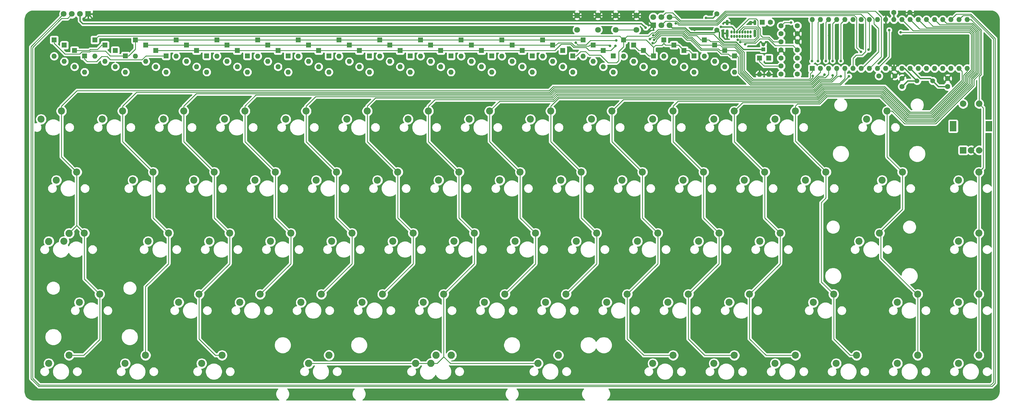
<source format=gbl>
G04 #@! TF.GenerationSoftware,KiCad,Pcbnew,(5.1.7)-1*
G04 #@! TF.CreationDate,2021-05-31T13:23:32-04:00*
G04 #@! TF.ProjectId,discipline-pcb,64697363-6970-46c6-996e-652d7063622e,rev?*
G04 #@! TF.SameCoordinates,Original*
G04 #@! TF.FileFunction,Copper,L2,Bot*
G04 #@! TF.FilePolarity,Positive*
%FSLAX46Y46*%
G04 Gerber Fmt 4.6, Leading zero omitted, Abs format (unit mm)*
G04 Created by KiCad (PCBNEW (5.1.7)-1) date 2021-05-31 13:23:32*
%MOMM*%
%LPD*%
G01*
G04 APERTURE LIST*
G04 #@! TA.AperFunction,ComponentPad*
%ADD10C,2.200000*%
G04 #@! TD*
G04 #@! TA.AperFunction,ComponentPad*
%ADD11C,2.250000*%
G04 #@! TD*
G04 #@! TA.AperFunction,ComponentPad*
%ADD12O,0.650000X1.000000*%
G04 #@! TD*
G04 #@! TA.AperFunction,ComponentPad*
%ADD13O,0.900000X2.400000*%
G04 #@! TD*
G04 #@! TA.AperFunction,ComponentPad*
%ADD14O,0.900000X1.700000*%
G04 #@! TD*
G04 #@! TA.AperFunction,ComponentPad*
%ADD15C,1.800000*%
G04 #@! TD*
G04 #@! TA.AperFunction,ComponentPad*
%ADD16R,1.800000X1.800000*%
G04 #@! TD*
G04 #@! TA.AperFunction,ComponentPad*
%ADD17R,2.000000X2.000000*%
G04 #@! TD*
G04 #@! TA.AperFunction,ComponentPad*
%ADD18C,2.000000*%
G04 #@! TD*
G04 #@! TA.AperFunction,ComponentPad*
%ADD19R,2.000000X3.200000*%
G04 #@! TD*
G04 #@! TA.AperFunction,ComponentPad*
%ADD20C,1.600000*%
G04 #@! TD*
G04 #@! TA.AperFunction,ComponentPad*
%ADD21R,1.200000X1.200000*%
G04 #@! TD*
G04 #@! TA.AperFunction,ComponentPad*
%ADD22C,1.200000*%
G04 #@! TD*
G04 #@! TA.AperFunction,ComponentPad*
%ADD23R,1.600000X1.600000*%
G04 #@! TD*
G04 #@! TA.AperFunction,ComponentPad*
%ADD24O,1.600000X1.600000*%
G04 #@! TD*
G04 #@! TA.AperFunction,ComponentPad*
%ADD25C,1.500000*%
G04 #@! TD*
G04 #@! TA.AperFunction,ViaPad*
%ADD26C,0.800000*%
G04 #@! TD*
G04 #@! TA.AperFunction,Conductor*
%ADD27C,0.400000*%
G04 #@! TD*
G04 #@! TA.AperFunction,Conductor*
%ADD28C,0.250000*%
G04 #@! TD*
G04 #@! TA.AperFunction,Conductor*
%ADD29C,0.254000*%
G04 #@! TD*
G04 #@! TA.AperFunction,Conductor*
%ADD30C,0.100000*%
G04 #@! TD*
G04 APERTURE END LIST*
D10*
X73025050Y-127783620D03*
X66675050Y-130323620D03*
D11*
X61937950Y-130349020D03*
X68287950Y-127809020D03*
X149224950Y-165883620D03*
X142874950Y-168423620D03*
X187324950Y-165883620D03*
X180974950Y-168423620D03*
X182562450Y-165883620D03*
X176212450Y-168423620D03*
D12*
X278823468Y-66391022D03*
X280523468Y-66391022D03*
X279673468Y-66391022D03*
X277973468Y-66391022D03*
X277123468Y-66391022D03*
X276273468Y-66391022D03*
X275423468Y-66391022D03*
X274573468Y-66391022D03*
X280523468Y-65066022D03*
X279668468Y-65066022D03*
X278818468Y-65066022D03*
X277968468Y-65066022D03*
X277118468Y-65066022D03*
X276268468Y-65066022D03*
X275418468Y-65066022D03*
X274568468Y-65066022D03*
D13*
X281873468Y-65411022D03*
X273223468Y-65411022D03*
D14*
X281873468Y-62031022D03*
X273223468Y-62031022D03*
D15*
X255293830Y-60350870D03*
X255293830Y-62890870D03*
X252753830Y-60350870D03*
X252753830Y-62890870D03*
X250213830Y-60350870D03*
D16*
X250213830Y-62890870D03*
D15*
X69136200Y-59388620D03*
X66596200Y-59388620D03*
X71676200Y-59388620D03*
D16*
X74216200Y-59388620D03*
D17*
X346709950Y-101907370D03*
D18*
X349209950Y-101907370D03*
X351709950Y-101907370D03*
D19*
X343609950Y-94407370D03*
X354809950Y-94407370D03*
D18*
X346709950Y-87407370D03*
X351709950Y-87407370D03*
D10*
X275466206Y-165893750D03*
X269116206Y-168433750D03*
X256410884Y-165883620D03*
X250060884Y-168423620D03*
X294481250Y-89693750D03*
X288131250Y-92233750D03*
X132556250Y-108743750D03*
X126206250Y-111283750D03*
X65881250Y-89693750D03*
X59531250Y-92233750D03*
X84931250Y-89693750D03*
X78581250Y-92233750D03*
X103981250Y-89693750D03*
X97631250Y-92233750D03*
X123031250Y-89693750D03*
X116681250Y-92233750D03*
X142081250Y-89693750D03*
X135731250Y-92233750D03*
X161131250Y-89693750D03*
X154781250Y-92233750D03*
X180181250Y-89693750D03*
X173831250Y-92233750D03*
X199231250Y-89693750D03*
X192881250Y-92233750D03*
X218281250Y-89693750D03*
X211931250Y-92233750D03*
X237331250Y-89693750D03*
X230981250Y-92233750D03*
X256381250Y-89693750D03*
X250031250Y-92233750D03*
X275431250Y-89693750D03*
X269081250Y-92233750D03*
X94456250Y-108743750D03*
X88106250Y-111283750D03*
X113506250Y-108743750D03*
X107156250Y-111283750D03*
X151606250Y-108743750D03*
X145256250Y-111283750D03*
X170656250Y-108743750D03*
X164306250Y-111283750D03*
X189706250Y-108743750D03*
X183356250Y-111283750D03*
X208756250Y-108743750D03*
X202406250Y-111283750D03*
X227806250Y-108743750D03*
X221456250Y-111283750D03*
X246856250Y-108743750D03*
X240506250Y-111283750D03*
X265906250Y-108743750D03*
X259556250Y-111283750D03*
X284956250Y-108743750D03*
X278606250Y-111283750D03*
X304006250Y-108743750D03*
X297656250Y-111283750D03*
X351631250Y-108743750D03*
X345281250Y-111283750D03*
X99218750Y-127793750D03*
X92868750Y-130333750D03*
X118268750Y-127793750D03*
X111918750Y-130333750D03*
X137318750Y-127793750D03*
X130968750Y-130333750D03*
X156368250Y-127793750D03*
X150018250Y-130333750D03*
X175418250Y-127793750D03*
X169068250Y-130333750D03*
X194468250Y-127793750D03*
X188118250Y-130333750D03*
X213518250Y-127793750D03*
X207168250Y-130333750D03*
X232568250Y-127793750D03*
X226218250Y-130333750D03*
X251618250Y-127793750D03*
X245268250Y-130333750D03*
X270668250Y-127793750D03*
X264318250Y-130333750D03*
X289718250Y-127793750D03*
X283368250Y-130333750D03*
X351631250Y-127793750D03*
X345281250Y-130333750D03*
X108743750Y-146843750D03*
X102393750Y-149383750D03*
X127793750Y-146843750D03*
X121443750Y-149383750D03*
X146843750Y-146843750D03*
X140493750Y-149383750D03*
X165894250Y-146843750D03*
X159544250Y-149383750D03*
X184944250Y-146843750D03*
X178594250Y-149383750D03*
X203994250Y-146843750D03*
X197644250Y-149383750D03*
X223044250Y-146843750D03*
X216694250Y-149383750D03*
X242094250Y-146843750D03*
X235744250Y-149383750D03*
X261144250Y-146843750D03*
X254794250Y-149383750D03*
X280194250Y-146843750D03*
X273844250Y-149383750D03*
X332581250Y-146843750D03*
X326231250Y-149383750D03*
X351631250Y-146843750D03*
X345281250Y-149383750D03*
X313531250Y-165893750D03*
X307181250Y-168433750D03*
X332581250Y-165893750D03*
X326231250Y-168433750D03*
X351631250Y-165893750D03*
X345281250Y-168433750D03*
X294521528Y-165883620D03*
X288171528Y-168423620D03*
D11*
X220662450Y-165883620D03*
X214312450Y-168423620D03*
D20*
X325471062Y-78716416D03*
X320471062Y-78716416D03*
X330125530Y-58888620D03*
X325125530Y-58888620D03*
D21*
X284477676Y-70404866D03*
D22*
X284477676Y-68904866D03*
D20*
X327680238Y-79506040D03*
X327680238Y-82006040D03*
X341906112Y-79506040D03*
X341906112Y-82006040D03*
X290026316Y-78138982D03*
X295106316Y-78138982D03*
X290026316Y-75645517D03*
X295106316Y-75645517D03*
X290026316Y-73152052D03*
X295106316Y-73152052D03*
X295106316Y-70580211D03*
X290026316Y-70580211D03*
X295106316Y-68060499D03*
X290026316Y-68060499D03*
X295106316Y-65567034D03*
X290026316Y-65567034D03*
X290026316Y-63073204D03*
X295106316Y-63073204D03*
D23*
X299753430Y-76389182D03*
D24*
X348013430Y-61149182D03*
X302293430Y-76389182D03*
X345473430Y-61149182D03*
X304833430Y-76389182D03*
X342933430Y-61149182D03*
X307373430Y-76389182D03*
X340393430Y-61149182D03*
X309913430Y-76389182D03*
X337853430Y-61149182D03*
X312453430Y-76389182D03*
X335313430Y-61149182D03*
X314993430Y-76389182D03*
X332773430Y-61149182D03*
X317533430Y-76389182D03*
X330233430Y-61149182D03*
X320073430Y-76389182D03*
X327693430Y-61149182D03*
X322613430Y-76389182D03*
X325153430Y-61149182D03*
X325153430Y-76389182D03*
X322613430Y-61149182D03*
X327693430Y-76389182D03*
X320073430Y-61149182D03*
X330233430Y-76389182D03*
X317533430Y-61149182D03*
X332773430Y-76389182D03*
X314993430Y-61149182D03*
X335313430Y-76389182D03*
X312453430Y-61149182D03*
X337853430Y-76389182D03*
X309913430Y-61149182D03*
X340393430Y-76389182D03*
X307373430Y-61149182D03*
X342933430Y-76389182D03*
X304833430Y-61149182D03*
X345473430Y-76389182D03*
X302293430Y-61149182D03*
X348013430Y-76389182D03*
X299753430Y-61149182D03*
D10*
X323056250Y-89693750D03*
X316706250Y-92233750D03*
X314325250Y-130333750D03*
X320675250Y-127793750D03*
X71437450Y-149383750D03*
X77787450Y-146843750D03*
X68262450Y-165883620D03*
X61912450Y-168423620D03*
X92075050Y-165893750D03*
X85725050Y-168433750D03*
X115887450Y-165883620D03*
X109537450Y-168423620D03*
X306387250Y-146843750D03*
X300037250Y-149383750D03*
X64293750Y-111283750D03*
X70643750Y-108743750D03*
X321468250Y-111283750D03*
X327818250Y-108743750D03*
D25*
X337251644Y-80256240D03*
X332371644Y-80256240D03*
D20*
X286667716Y-61970830D03*
D23*
X284127716Y-61970830D03*
D20*
X270047614Y-59350838D03*
X270047614Y-64450838D03*
D15*
X244985732Y-59836074D03*
X244985732Y-64336074D03*
X238485732Y-59836074D03*
X238485732Y-64336074D03*
X232985732Y-59836074D03*
X232985732Y-64336074D03*
X226485732Y-59836074D03*
X226485732Y-64336074D03*
D24*
X63600284Y-72555612D03*
D23*
X63600284Y-67475612D03*
D24*
X73108673Y-77516199D03*
D23*
X73108673Y-72436199D03*
D24*
X85786525Y-77516199D03*
D23*
X85786525Y-72436199D03*
D24*
X88955988Y-72555612D03*
D23*
X88955988Y-67475612D03*
D24*
X101633840Y-72555612D03*
D23*
X101633840Y-67475612D03*
D24*
X114311692Y-72555612D03*
D23*
X114311692Y-67475612D03*
D24*
X126989544Y-72555612D03*
D23*
X126989544Y-67475612D03*
D24*
X139667396Y-72555612D03*
D23*
X139667396Y-67475612D03*
D24*
X152345248Y-72555612D03*
D23*
X152345248Y-67475612D03*
D24*
X165023100Y-72555612D03*
D23*
X165023100Y-67475612D03*
D24*
X177700952Y-72555612D03*
D23*
X177700952Y-67475612D03*
D24*
X190378804Y-72555612D03*
D23*
X190378804Y-67475612D03*
D24*
X203056656Y-72555612D03*
D23*
X203056656Y-67475612D03*
D24*
X215734508Y-72555612D03*
D23*
X215734508Y-67475612D03*
D24*
X228342376Y-72555612D03*
D23*
X228342376Y-67475612D03*
D24*
X275541929Y-77516199D03*
D23*
X275541929Y-72436199D03*
D24*
X66769747Y-74209141D03*
D23*
X66769747Y-69129141D03*
D24*
X82617062Y-75862670D03*
D23*
X82617062Y-70782670D03*
D24*
X92125451Y-74209141D03*
D23*
X92125451Y-69129141D03*
D24*
X104803303Y-74209141D03*
D23*
X104803303Y-69129141D03*
D24*
X117481155Y-74209141D03*
D23*
X117481155Y-69129141D03*
D24*
X130159007Y-74209141D03*
D23*
X130159007Y-69129141D03*
D24*
X142836859Y-74209141D03*
D23*
X142836859Y-69129141D03*
D24*
X155514711Y-74209141D03*
D23*
X155514711Y-69129141D03*
D24*
X168192563Y-74209141D03*
D23*
X168192563Y-69129141D03*
D24*
X180870415Y-74209141D03*
D23*
X180870415Y-69129141D03*
D24*
X193548267Y-74209141D03*
D23*
X193548267Y-69129141D03*
D24*
X206226119Y-74209141D03*
D23*
X206226119Y-69129141D03*
D24*
X218886475Y-74209141D03*
D23*
X218886475Y-69129141D03*
D24*
X231493149Y-74209141D03*
D23*
X231493149Y-69129141D03*
D24*
X272453205Y-75862670D03*
D23*
X272453205Y-70782670D03*
D24*
X69939210Y-75862670D03*
D23*
X69939210Y-70782670D03*
D24*
X79447599Y-74209141D03*
D23*
X79447599Y-69129141D03*
D24*
X95294914Y-75862670D03*
D23*
X95294914Y-70782670D03*
D24*
X107972766Y-75862670D03*
D23*
X107972766Y-70782670D03*
D24*
X120650618Y-75862670D03*
D23*
X120650618Y-70782670D03*
D24*
X133328470Y-75862670D03*
D23*
X133328470Y-70782670D03*
D24*
X146006322Y-75862670D03*
D23*
X146006322Y-70782670D03*
D24*
X158684174Y-75862670D03*
D23*
X158684174Y-70782670D03*
D24*
X171362026Y-75862670D03*
D23*
X171362026Y-70782670D03*
D24*
X184039878Y-75862670D03*
D23*
X184039878Y-70782670D03*
D24*
X196717730Y-75862670D03*
D23*
X196717730Y-70782670D03*
D24*
X209395582Y-75862670D03*
D23*
X209395582Y-70782670D03*
D24*
X234643922Y-75862670D03*
D23*
X234643922Y-70782670D03*
D24*
X269364481Y-74209141D03*
D23*
X269364481Y-69129141D03*
D24*
X98464377Y-77516199D03*
D23*
X98464377Y-72436199D03*
D24*
X111142229Y-77516199D03*
D23*
X111142229Y-72436199D03*
D24*
X123820081Y-77516199D03*
D23*
X123820081Y-72436199D03*
D24*
X136497933Y-77516199D03*
D23*
X136497933Y-72436199D03*
D24*
X149175785Y-77516199D03*
D23*
X149175785Y-72436199D03*
D24*
X161853637Y-77516199D03*
D23*
X161853637Y-72436199D03*
D24*
X174531489Y-77516199D03*
D23*
X174531489Y-72436199D03*
D24*
X187209341Y-77516199D03*
D23*
X187209341Y-72436199D03*
D24*
X199887193Y-77516199D03*
D23*
X199887193Y-72436199D03*
D24*
X212565045Y-77516199D03*
D23*
X212565045Y-72436199D03*
D24*
X222038442Y-75862670D03*
D23*
X222038442Y-70782670D03*
D24*
X237794695Y-77516199D03*
D23*
X237794695Y-72436199D03*
D24*
X266089606Y-72555612D03*
D23*
X266089606Y-67475612D03*
D24*
X259788058Y-75862670D03*
D23*
X259788058Y-70782670D03*
D24*
X76278136Y-72555612D03*
D23*
X76278136Y-67475612D03*
D24*
X256637284Y-74209141D03*
D23*
X256637284Y-69129141D03*
D24*
X253486511Y-72555612D03*
D23*
X253486511Y-67475612D03*
D24*
X250335738Y-77516199D03*
D23*
X250335738Y-72436199D03*
D24*
X225190409Y-77516199D03*
D23*
X225190409Y-72436199D03*
D24*
X244096241Y-74209141D03*
D23*
X244096241Y-69129141D03*
D24*
X240945468Y-72555612D03*
D23*
X240945468Y-67475612D03*
D24*
X262938832Y-77516199D03*
D23*
X262938832Y-72436199D03*
D24*
X247184965Y-75862670D03*
D23*
X247184965Y-70782670D03*
D24*
X286174982Y-78242196D03*
D23*
X286174982Y-73162196D03*
D24*
X283305310Y-78242196D03*
D23*
X283305310Y-73162196D03*
D26*
X317286426Y-147658536D03*
X127275644Y-177842586D03*
X254608590Y-121534022D03*
X275168740Y-121971472D03*
X104895702Y-124176220D03*
X324443108Y-92679820D03*
X316988960Y-87990356D03*
X337216200Y-169888620D03*
X283216200Y-171388620D03*
X241716200Y-169788620D03*
X303515500Y-88952746D03*
X59916200Y-86588620D03*
X276813552Y-62031022D03*
X235716200Y-64888620D03*
X316289040Y-78243970D03*
X212438410Y-178122554D03*
X263037486Y-64331925D03*
X262302584Y-60237471D03*
X286239392Y-65381785D03*
X315075545Y-66116687D03*
X312520886Y-66116687D03*
X309966227Y-66116687D03*
X307411568Y-66116687D03*
X305016200Y-66116687D03*
X302716200Y-66088620D03*
X326390000Y-117830600D03*
X70586600Y-128854200D03*
X75184000Y-75438000D03*
X244002560Y-80385920D03*
X231505760Y-80385920D03*
X218048840Y-80385920D03*
X209986880Y-80385920D03*
X201787760Y-80385920D03*
X193883280Y-80385920D03*
X178023520Y-80385920D03*
X166517320Y-80385920D03*
X154792680Y-80385920D03*
X141178280Y-80385920D03*
X128574800Y-80385920D03*
X297261280Y-76738480D03*
X317816200Y-72188620D03*
X315016200Y-73388620D03*
X318816200Y-66088620D03*
X311316200Y-71288620D03*
X166916200Y-177988620D03*
X146716200Y-177888620D03*
X193516200Y-177988620D03*
X260116200Y-178388620D03*
X328016200Y-178588620D03*
X355216200Y-61888620D03*
X348916200Y-158788620D03*
X349216200Y-139688620D03*
X349416200Y-122288620D03*
X338516200Y-69288620D03*
X70016200Y-178188620D03*
X58416200Y-62188620D03*
X297816200Y-69888620D03*
X79616200Y-59988620D03*
X176816200Y-172388620D03*
X82616200Y-67588620D03*
X354416200Y-80788620D03*
X266616200Y-60588620D03*
X271316200Y-63388620D03*
X250080466Y-68467729D03*
X250461158Y-67472794D03*
X236725634Y-69327582D03*
X303565560Y-78348840D03*
X301493431Y-74046080D03*
X249202787Y-67247085D03*
X238455200Y-69336920D03*
X250199094Y-66012868D03*
X238720406Y-67640182D03*
X299928280Y-78745080D03*
X299664120Y-74122280D03*
X226085400Y-68366640D03*
X306130960Y-78567280D03*
X303966880Y-74046080D03*
X306110640Y-74046080D03*
X308650640Y-78831440D03*
X308645560Y-74046080D03*
X311195720Y-78831440D03*
X327293429Y-65088620D03*
X317245260Y-70533350D03*
X278825616Y-68797705D03*
X293116000Y-62026800D03*
X323690694Y-64414126D03*
X247816200Y-63688620D03*
X276534836Y-67473316D03*
X277266951Y-68198326D03*
X314871702Y-71192276D03*
X257249287Y-62351160D03*
D27*
X325953429Y-75589183D02*
X325153430Y-76389182D01*
X326493429Y-75049183D02*
X325953429Y-75589183D01*
X327625530Y-58926178D02*
X326493429Y-60058279D01*
X317577713Y-71927107D02*
X315916200Y-73588620D01*
X325153430Y-76389182D02*
X323916200Y-77626412D01*
X325153430Y-76389182D02*
X326452868Y-77688620D01*
X325153430Y-76389182D02*
X324216200Y-75451952D01*
X250213830Y-62890870D02*
X250213830Y-62890990D01*
X250213830Y-62890990D02*
X248516200Y-64588620D01*
X250213830Y-62890870D02*
X250213830Y-62886250D01*
X250213830Y-62886250D02*
X248516200Y-61188620D01*
X244985732Y-59836074D02*
X224268746Y-59836074D01*
X244985732Y-59836074D02*
X246868746Y-59836074D01*
X74216200Y-59388620D02*
X75916200Y-61088620D01*
X74216200Y-59388620D02*
X72816200Y-60788620D01*
X330125530Y-58888620D02*
X331916200Y-58888620D01*
X330125530Y-58888620D02*
X328416200Y-58888620D01*
X268809832Y-60588620D02*
X266616200Y-60588620D01*
X270047614Y-59350838D02*
X268809832Y-60588620D01*
X275418468Y-65066022D02*
X275418468Y-64166022D01*
X275418468Y-64166022D02*
X274641066Y-63388620D01*
X274641066Y-63388620D02*
X271316200Y-63388620D01*
D28*
X88955988Y-68525612D02*
X88955988Y-67475612D01*
X88955988Y-70316736D02*
X88955988Y-68525612D01*
X86836525Y-72436199D02*
X88955988Y-70316736D01*
X85786525Y-72436199D02*
X86836525Y-72436199D01*
X88955988Y-67475612D02*
X101633840Y-67475612D01*
X102683840Y-67475612D02*
X114311692Y-67475612D01*
X101633840Y-67475612D02*
X102683840Y-67475612D01*
X115361692Y-67475612D02*
X126989544Y-67475612D01*
X114311692Y-67475612D02*
X115361692Y-67475612D01*
X128039544Y-67475612D02*
X139667396Y-67475612D01*
X126989544Y-67475612D02*
X128039544Y-67475612D01*
X140717396Y-67475612D02*
X152345248Y-67475612D01*
X139667396Y-67475612D02*
X140717396Y-67475612D01*
X153395248Y-67475612D02*
X165023100Y-67475612D01*
X152345248Y-67475612D02*
X153395248Y-67475612D01*
X166073100Y-67475612D02*
X177700952Y-67475612D01*
X165023100Y-67475612D02*
X166073100Y-67475612D01*
X178750952Y-67475612D02*
X190378804Y-67475612D01*
X177700952Y-67475612D02*
X178750952Y-67475612D01*
X191428804Y-67475612D02*
X203056656Y-67475612D01*
X190378804Y-67475612D02*
X191428804Y-67475612D01*
X204106656Y-67475612D02*
X215734508Y-67475612D01*
X203056656Y-67475612D02*
X204106656Y-67475612D01*
X216784508Y-67475612D02*
X228342376Y-67475612D01*
X215734508Y-67475612D02*
X216784508Y-67475612D01*
X250541163Y-68467729D02*
X250080466Y-68467729D01*
X251186566Y-67822326D02*
X250541163Y-68467729D01*
X251186566Y-67383796D02*
X251186566Y-67822326D01*
X271395227Y-71909694D02*
X270730303Y-71244770D01*
X273611418Y-71909694D02*
X271395227Y-71909694D01*
X270730303Y-71244770D02*
X270724248Y-71244770D01*
X275541929Y-72436199D02*
X274137923Y-72436199D01*
X259247640Y-66085720D02*
X252484642Y-66085720D01*
X274137923Y-72436199D02*
X273611418Y-71909694D01*
X270216806Y-70737328D02*
X265098128Y-70737328D01*
X265098128Y-70737328D02*
X261894320Y-67533520D01*
X270724248Y-71244770D02*
X270216806Y-70737328D01*
X261894320Y-67533520D02*
X260695440Y-67533520D01*
X252484642Y-66085720D02*
X251186566Y-67383796D01*
X260695440Y-67533520D02*
X259247640Y-66085720D01*
X304833430Y-78213810D02*
X304833430Y-76389182D01*
X301853600Y-79278480D02*
X303768760Y-79278480D01*
X299563490Y-81568590D02*
X301853600Y-79278480D01*
X276307675Y-72436199D02*
X276726062Y-72854586D01*
X303768760Y-79278480D02*
X304833430Y-78213810D01*
X276726062Y-72854586D02*
X276726062Y-77824018D01*
X275541929Y-72436199D02*
X276307675Y-72436199D01*
X276726062Y-77824018D02*
X280470634Y-81568590D01*
X280470634Y-81568590D02*
X299563490Y-81568590D01*
X81062039Y-72436199D02*
X84736525Y-72436199D01*
X79606440Y-70980600D02*
X81062039Y-72436199D01*
X74977861Y-70980600D02*
X79606440Y-70980600D01*
X74725780Y-71232681D02*
X74977861Y-70980600D01*
X63600284Y-68525612D02*
X66982343Y-71907671D01*
X66982343Y-71907671D02*
X71529039Y-71907671D01*
X63600284Y-67475612D02*
X63600284Y-68525612D01*
X71529039Y-71907671D02*
X72204029Y-71232681D01*
X84736525Y-72436199D02*
X85786525Y-72436199D01*
X72204029Y-71232681D02*
X74725780Y-71232681D01*
X66854850Y-68567797D02*
X66854850Y-68725276D01*
X93175451Y-69129141D02*
X104803303Y-69129141D01*
X92125451Y-69129141D02*
X93175451Y-69129141D01*
X104803303Y-69129141D02*
X117481155Y-69129141D01*
X118531155Y-69129141D02*
X130159007Y-69129141D01*
X117481155Y-69129141D02*
X118531155Y-69129141D01*
X131209007Y-69129141D02*
X142836859Y-69129141D01*
X130159007Y-69129141D02*
X131209007Y-69129141D01*
X143886859Y-69129141D02*
X155514711Y-69129141D01*
X142836859Y-69129141D02*
X143886859Y-69129141D01*
X156564711Y-69129141D02*
X168192563Y-69129141D01*
X155514711Y-69129141D02*
X156564711Y-69129141D01*
X169242563Y-69129141D02*
X180870415Y-69129141D01*
X168192563Y-69129141D02*
X169242563Y-69129141D01*
X181920415Y-69129141D02*
X193548267Y-69129141D01*
X180870415Y-69129141D02*
X181920415Y-69129141D01*
X194598267Y-69129141D02*
X206226119Y-69129141D01*
X193548267Y-69129141D02*
X194598267Y-69129141D01*
X207276119Y-69129141D02*
X218886475Y-69129141D01*
X206226119Y-69129141D02*
X207276119Y-69129141D01*
X231493149Y-69129141D02*
X236527193Y-69129141D01*
X236527193Y-69129141D02*
X236725634Y-69327582D01*
X250861157Y-67072795D02*
X250461158Y-67472794D01*
X252300352Y-65633600D02*
X250861157Y-67072795D01*
X271014562Y-70782670D02*
X270514272Y-70282380D01*
X260888480Y-67081400D02*
X259440680Y-65633600D01*
X265283260Y-70282380D02*
X262082280Y-67081400D01*
X259440680Y-65633600D02*
X252300352Y-65633600D01*
X262082280Y-67081400D02*
X260888480Y-67081400D01*
X272453205Y-70782670D02*
X271014562Y-70782670D01*
X270514272Y-70282380D02*
X265283260Y-70282380D01*
X303098200Y-78816200D02*
X303565560Y-78348840D01*
X301670720Y-78816200D02*
X303098200Y-78816200D01*
X299373278Y-81113642D02*
X301670720Y-78816200D01*
X280663112Y-81113642D02*
X299373278Y-81113642D01*
X276015581Y-70782670D02*
X277181010Y-71948099D01*
X272453205Y-70782670D02*
X276015581Y-70782670D01*
X277181010Y-71948099D02*
X277181010Y-77631540D01*
X277181010Y-77631540D02*
X280663112Y-81113642D01*
X301493431Y-61949181D02*
X301493431Y-73401431D01*
X302293430Y-61149182D02*
X301493431Y-61949181D01*
X301493431Y-73401431D02*
X301493431Y-74046080D01*
X219936475Y-69129141D02*
X220648176Y-68417440D01*
X218886475Y-69129141D02*
X219936475Y-69129141D01*
X220648176Y-68417440D02*
X224698560Y-68417440D01*
X224698560Y-68417440D02*
X225709480Y-69428360D01*
X230443149Y-69129141D02*
X231493149Y-69129141D01*
X230143930Y-69428360D02*
X230443149Y-69129141D01*
X225709480Y-69428360D02*
X230143930Y-69428360D01*
X269971834Y-68777769D02*
X269079436Y-68777769D01*
X269079436Y-68777769D02*
X269516669Y-68777769D01*
X295501416Y-80658694D02*
X295676396Y-80658694D01*
X295501416Y-80658694D02*
X297828650Y-80658694D01*
X297828650Y-80658694D02*
X298143614Y-80658694D01*
X77112000Y-70414740D02*
X74898788Y-70414740D01*
X70989210Y-70782670D02*
X69939210Y-70782670D01*
X74898788Y-70414740D02*
X74530858Y-70782670D01*
X74530858Y-70782670D02*
X70989210Y-70782670D01*
X78397599Y-69129141D02*
X77112000Y-70414740D01*
X79447599Y-69129141D02*
X78397599Y-69129141D01*
X96344914Y-70782670D02*
X107972766Y-70782670D01*
X95294914Y-70782670D02*
X96344914Y-70782670D01*
X109022766Y-70782670D02*
X120650618Y-70782670D01*
X107972766Y-70782670D02*
X109022766Y-70782670D01*
X121700618Y-70782670D02*
X133328470Y-70782670D01*
X120650618Y-70782670D02*
X121700618Y-70782670D01*
X134378470Y-70782670D02*
X146006322Y-70782670D01*
X133328470Y-70782670D02*
X134378470Y-70782670D01*
X147056322Y-70782670D02*
X158684174Y-70782670D01*
X146006322Y-70782670D02*
X147056322Y-70782670D01*
X159734174Y-70782670D02*
X171362026Y-70782670D01*
X158684174Y-70782670D02*
X159734174Y-70782670D01*
X172412026Y-70782670D02*
X184039878Y-70782670D01*
X171362026Y-70782670D02*
X172412026Y-70782670D01*
X185089878Y-70782670D02*
X196717730Y-70782670D01*
X184039878Y-70782670D02*
X185089878Y-70782670D01*
X197767730Y-70782670D02*
X209395582Y-70782670D01*
X196717730Y-70782670D02*
X197767730Y-70782670D01*
X268117046Y-69129141D02*
X268117046Y-69127512D01*
X269364481Y-69129141D02*
X268117046Y-69129141D01*
X271651642Y-69652452D02*
X275521774Y-69652452D01*
X277635958Y-77439062D02*
X280855590Y-80658694D01*
X277635958Y-71766636D02*
X277635958Y-77439062D01*
X280855590Y-80658694D02*
X295501416Y-80658694D01*
X275521774Y-69652452D02*
X277635958Y-71766636D01*
X271128331Y-69129141D02*
X271651642Y-69652452D01*
X269364481Y-69129141D02*
X271128331Y-69129141D01*
X249602786Y-66847086D02*
X249202787Y-67247085D01*
X250537242Y-66742098D02*
X249707774Y-66742098D01*
X252097860Y-65181480D02*
X250537242Y-66742098D01*
X264770101Y-69129141D02*
X262270240Y-66629280D01*
X268117046Y-69129141D02*
X264770101Y-69129141D01*
X261076440Y-66629280D02*
X259628640Y-65181480D01*
X262270240Y-66629280D02*
X261076440Y-66629280D01*
X249707774Y-66742098D02*
X249602786Y-66847086D01*
X259628640Y-65181480D02*
X252097860Y-65181480D01*
X302293430Y-77548330D02*
X302293430Y-76389182D01*
X297828650Y-80658694D02*
X299183066Y-80658694D01*
X299183066Y-80658694D02*
X302293430Y-77548330D01*
X237009450Y-70782670D02*
X238455200Y-69336920D01*
X234643922Y-70782670D02*
X237009450Y-70782670D01*
X233593922Y-70782670D02*
X234643922Y-70782670D01*
X230218470Y-70782670D02*
X233593922Y-70782670D01*
X229316280Y-69880480D02*
X230218470Y-70782670D01*
X209395582Y-70782670D02*
X219554570Y-70782670D01*
X224510600Y-68869560D02*
X225521520Y-69880480D01*
X225521520Y-69880480D02*
X229316280Y-69880480D01*
X219554570Y-70782670D02*
X221467680Y-68869560D01*
X221467680Y-68869560D02*
X224510600Y-68869560D01*
X295238946Y-80203746D02*
X295483918Y-80203746D01*
X278090906Y-71585173D02*
X278090906Y-77246584D01*
X281048068Y-80203746D02*
X295238946Y-80203746D01*
X278090906Y-77246584D02*
X281048068Y-80203746D01*
X275703237Y-69197504D02*
X278090906Y-71585173D01*
X271844120Y-69197504D02*
X275703237Y-69197504D01*
X270619260Y-67972644D02*
X271844120Y-69197504D01*
X268099548Y-67972644D02*
X270619260Y-67972644D01*
X267602516Y-67475612D02*
X268099548Y-67972644D01*
X266089606Y-67475612D02*
X267602516Y-67475612D01*
X295238946Y-80203746D02*
X298843534Y-80203746D01*
X250619046Y-66012868D02*
X250199094Y-66012868D01*
X251902554Y-64729360D02*
X250619046Y-66012868D01*
X265039606Y-67475612D02*
X263730994Y-66167000D01*
X259831840Y-64729360D02*
X251902554Y-64729360D01*
X266089606Y-67475612D02*
X265039606Y-67475612D01*
X263730994Y-66167000D02*
X261269480Y-66167000D01*
X261269480Y-66167000D02*
X259831840Y-64729360D01*
X298843534Y-80203746D02*
X298992854Y-80203746D01*
X298992854Y-80203746D02*
X299928280Y-79268320D01*
X299928280Y-79268320D02*
X299928280Y-78745080D01*
X299664120Y-61238492D02*
X299753430Y-61149182D01*
X299664120Y-74122280D02*
X299664120Y-61238492D01*
X97414377Y-72436199D02*
X98464377Y-72436199D01*
X92233391Y-72436199D02*
X97414377Y-72436199D01*
X81143133Y-73680613D02*
X90988977Y-73680613D01*
X80137000Y-72674480D02*
X81143133Y-73680613D01*
X73108673Y-72436199D02*
X73108673Y-73486199D01*
X76779120Y-74279760D02*
X78384400Y-72674480D01*
X73108673Y-73486199D02*
X73902234Y-74279760D01*
X73902234Y-74279760D02*
X76779120Y-74279760D01*
X90988977Y-73680613D02*
X92233391Y-72436199D01*
X78384400Y-72674480D02*
X80137000Y-72674480D01*
X238720406Y-67640182D02*
X238154721Y-67640182D01*
X238154721Y-67640182D02*
X230652338Y-67640182D01*
X230652338Y-67640182D02*
X229316280Y-68976240D01*
X229316280Y-68976240D02*
X226695000Y-68976240D01*
X226695000Y-68976240D02*
X226085400Y-68366640D01*
X249285738Y-72436199D02*
X250335738Y-72436199D01*
X240945468Y-67475612D02*
X240949740Y-67475612D01*
X225190409Y-72436199D02*
X226240409Y-72436199D01*
X226240409Y-72436199D02*
X227245997Y-71430611D01*
X247184965Y-70782670D02*
X247184965Y-70785349D01*
X248835815Y-72436199D02*
X249285738Y-72436199D01*
X247184965Y-70785349D02*
X248835815Y-72436199D01*
X246134965Y-70782670D02*
X247184965Y-70782670D01*
X245747450Y-70782670D02*
X246134965Y-70782670D01*
X244096241Y-69131461D02*
X245747450Y-70782670D01*
X244096241Y-69129141D02*
X244096241Y-69131461D01*
X250335738Y-72436199D02*
X250335738Y-70316127D01*
X243492712Y-67475612D02*
X240945468Y-67475612D01*
X248018914Y-67475612D02*
X243492712Y-67475612D01*
X250335738Y-69792436D02*
X248018914Y-67475612D01*
X250335738Y-70316127D02*
X250335738Y-69792436D01*
X256637284Y-69129141D02*
X256637284Y-68430323D01*
X259788058Y-70782670D02*
X259777026Y-70782670D01*
X258123497Y-69129141D02*
X256637284Y-69129141D01*
X259777026Y-70782670D02*
X258123497Y-69129141D01*
X262938832Y-72436199D02*
X262938832Y-72369686D01*
X261351816Y-70782670D02*
X259788058Y-70782670D01*
X262938832Y-72369686D02*
X261351816Y-70782670D01*
X240945468Y-67444888D02*
X240945468Y-67475612D01*
X248786184Y-66327832D02*
X242062524Y-66327832D01*
X249836064Y-65277952D02*
X248786184Y-66327832D01*
X250706536Y-65277952D02*
X249836064Y-65277952D01*
X251707248Y-64277240D02*
X250706536Y-65277952D01*
X278545854Y-77054106D02*
X278545854Y-71403710D01*
X281240546Y-79748798D02*
X278545854Y-77054106D01*
X242062524Y-66327832D02*
X240945468Y-67444888D01*
X261457440Y-65714880D02*
X260019800Y-64277240D01*
X278545854Y-71403710D02*
X275884700Y-68742556D01*
X275884700Y-68742556D02*
X272036598Y-68742556D01*
X260019800Y-64277240D02*
X251707248Y-64277240D01*
X272036598Y-68742556D02*
X269008922Y-65714880D01*
X269008922Y-65714880D02*
X261457440Y-65714880D01*
X250335738Y-69792436D02*
X250335738Y-69790622D01*
X250335738Y-69790622D02*
X250967240Y-69159120D01*
X250967240Y-69159120D02*
X252907800Y-69159120D01*
X252907800Y-69159120D02*
X253486511Y-68580409D01*
X253486511Y-68371311D02*
X253486511Y-68584671D01*
X253486511Y-68580409D02*
X253486511Y-68371311D01*
X253486511Y-68371311D02*
X253486511Y-67475612D01*
X254030981Y-69129141D02*
X256637284Y-69129141D01*
X253486511Y-68584671D02*
X254030981Y-69129141D01*
X281240546Y-79748798D02*
X298797562Y-79748798D01*
X298797562Y-79748798D02*
X299181520Y-79364840D01*
X299753430Y-77439182D02*
X299753430Y-76389182D01*
X299181520Y-78011092D02*
X299753430Y-77439182D01*
X299181520Y-79364840D02*
X299181520Y-78011092D01*
X227245997Y-71430611D02*
X227247989Y-71430611D01*
X227247989Y-71430611D02*
X227584000Y-71094600D01*
X227584000Y-71094600D02*
X229128320Y-71094600D01*
X229128320Y-71094600D02*
X230271320Y-72237600D01*
X230271320Y-72237600D02*
X233801920Y-72237600D01*
X233801920Y-72237600D02*
X236148880Y-74584560D01*
X236148880Y-74584560D02*
X238760000Y-74584560D01*
X238760000Y-74584560D02*
X239435640Y-73908920D01*
X239435640Y-73908920D02*
X239435640Y-71130160D01*
X240945468Y-69620332D02*
X240945468Y-67475612D01*
X239435640Y-71130160D02*
X240945468Y-69620332D01*
X240935564Y-67475612D02*
X240945468Y-67475612D01*
X239787784Y-66327832D02*
X240935564Y-67475612D01*
X77425916Y-66327832D02*
X239787784Y-66327832D01*
X76278136Y-67475612D02*
X77425916Y-66327832D01*
X65881250Y-103981250D02*
X70643750Y-108743750D01*
X65881250Y-89693750D02*
X65881250Y-103981250D01*
X70643750Y-125412450D02*
X73025050Y-127793750D01*
X70643750Y-108743750D02*
X70643750Y-125412450D01*
X73025050Y-142081350D02*
X77787450Y-146843750D01*
X77787450Y-146843750D02*
X77787450Y-156178614D01*
X77787450Y-156178614D02*
X77787450Y-156368750D01*
X69376298Y-126679902D02*
X70643750Y-125412450D01*
X69372160Y-126679902D02*
X69376298Y-126679902D01*
X68272161Y-127779901D02*
X69372160Y-126679902D01*
X65881250Y-88138116D02*
X65881250Y-89693750D01*
X70681966Y-83337400D02*
X65881250Y-88138116D01*
X217779600Y-83337400D02*
X70681966Y-83337400D01*
X219093462Y-82023538D02*
X217779600Y-83337400D01*
X299613446Y-82023538D02*
X219093462Y-82023538D01*
X73025050Y-127793750D02*
X73025050Y-141884450D01*
X73025050Y-141884450D02*
X73025050Y-142081350D01*
X73025050Y-141884450D02*
X73025050Y-142081200D01*
X299613446Y-82023538D02*
X299753702Y-82023538D01*
X299753702Y-82023538D02*
X302046640Y-79730600D01*
X302046640Y-79730600D02*
X305475640Y-79730600D01*
X305475640Y-79730600D02*
X306130960Y-79075280D01*
X306130960Y-79075280D02*
X306130960Y-78567280D01*
X304833430Y-61149182D02*
X303966880Y-62015732D01*
X303966880Y-62015732D02*
X303966880Y-74046080D01*
X68266381Y-165889819D02*
X68262450Y-165893750D01*
X72815001Y-165889819D02*
X68266381Y-165889819D01*
X77787450Y-160917370D02*
X72815001Y-165889819D01*
X77787450Y-156178614D02*
X77787450Y-160917370D01*
X84931250Y-99218750D02*
X94456250Y-108743750D01*
X84931250Y-89693750D02*
X84931250Y-99218750D01*
X94456250Y-123031250D02*
X99218750Y-127793750D01*
X94456250Y-108743750D02*
X94456250Y-123031250D01*
X296183838Y-82478486D02*
X296446308Y-82478486D01*
X84931250Y-88138116D02*
X84931250Y-89693750D01*
X89274766Y-83794600D02*
X84931250Y-88138116D01*
X217982800Y-83794600D02*
X89274766Y-83794600D01*
X219298914Y-82478486D02*
X217982800Y-83794600D01*
X296183838Y-82478486D02*
X219298914Y-82478486D01*
X305658520Y-80192880D02*
X307373430Y-78477970D01*
X302224440Y-80192880D02*
X305658520Y-80192880D01*
X296183838Y-82478486D02*
X299938834Y-82478486D01*
X307373430Y-78477970D02*
X307373430Y-76389182D01*
X299938834Y-82478486D02*
X302224440Y-80192880D01*
X92075050Y-161147470D02*
X92075050Y-165893750D01*
X92075050Y-144462450D02*
X92075050Y-161147470D01*
X99218750Y-137318750D02*
X92075050Y-144462450D01*
X99218750Y-127793750D02*
X99218750Y-137318750D01*
X103981250Y-99218750D02*
X113506250Y-108743750D01*
X103981250Y-89693750D02*
X103981250Y-99218750D01*
X113506250Y-123031250D02*
X118268750Y-127793750D01*
X113506250Y-108743750D02*
X113506250Y-123031250D01*
X118268750Y-137318750D02*
X108743750Y-146843750D01*
X118268750Y-127793750D02*
X118268750Y-137318750D01*
X307373430Y-61149182D02*
X306105560Y-62417052D01*
X306105560Y-73475315D02*
X306105560Y-62417052D01*
X306110640Y-73480395D02*
X306105560Y-73475315D01*
X306110640Y-74046080D02*
X306110640Y-73480395D01*
X300123966Y-82933434D02*
X302412400Y-80645000D01*
X103981250Y-89693750D02*
X103981250Y-88138116D01*
X218186000Y-84251800D02*
X219504366Y-82933434D01*
X103981250Y-88138116D02*
X107867566Y-84251800D01*
X107867566Y-84251800D02*
X218186000Y-84251800D01*
X219504366Y-82933434D02*
X300123966Y-82933434D01*
X302412400Y-80645000D02*
X305851560Y-80645000D01*
X307665120Y-78831440D02*
X308650640Y-78831440D01*
X305851560Y-80645000D02*
X307665120Y-78831440D01*
X113821330Y-165893750D02*
X115887450Y-165893750D01*
X108743750Y-160816170D02*
X113821330Y-165893750D01*
X108743750Y-146843750D02*
X108743750Y-160816170D01*
X123031250Y-99218750D02*
X132556250Y-108743750D01*
X123031250Y-89693750D02*
X123031250Y-99218750D01*
X132556250Y-123031250D02*
X137318750Y-127793750D01*
X132556250Y-108743750D02*
X132556250Y-123031250D01*
X137318750Y-137318750D02*
X127793750Y-146843750D01*
X137318750Y-127793750D02*
X137318750Y-137318750D01*
X308284880Y-81097120D02*
X309913430Y-79468570D01*
X302600360Y-81097120D02*
X308284880Y-81097120D01*
X300309098Y-83388382D02*
X302600360Y-81097120D01*
X123031250Y-88138116D02*
X126460366Y-84709000D01*
X309913430Y-79468570D02*
X309913430Y-76389182D01*
X123031250Y-89693750D02*
X123031250Y-88138116D01*
X219709818Y-83388382D02*
X300309098Y-83388382D01*
X126460366Y-84709000D02*
X218389200Y-84709000D01*
X218389200Y-84709000D02*
X219709818Y-83388382D01*
X142081250Y-99218750D02*
X151606250Y-108743750D01*
X142081250Y-89693750D02*
X142081250Y-99218750D01*
X151606250Y-123031750D02*
X156368250Y-127793750D01*
X151606250Y-108743750D02*
X151606250Y-123031750D01*
X156368250Y-137319250D02*
X146843750Y-146843750D01*
X156368250Y-127793750D02*
X156368250Y-137319250D01*
X308645560Y-74046080D02*
X308650640Y-74041000D01*
X308650640Y-62411972D02*
X309913430Y-61149182D01*
X308650640Y-74041000D02*
X308650640Y-62411972D01*
X300494230Y-83843330D02*
X302788320Y-81549240D01*
X142081250Y-88138116D02*
X145053166Y-85166200D01*
X142081250Y-89693750D02*
X142081250Y-88138116D01*
X145053166Y-85166200D02*
X218617800Y-85166200D01*
X218617800Y-85166200D02*
X219940670Y-83843330D01*
X219940670Y-83843330D02*
X300494230Y-83843330D01*
X308477920Y-81549240D02*
X311195720Y-78831440D01*
X302788320Y-81549240D02*
X308477920Y-81549240D01*
X161131250Y-99218750D02*
X170656250Y-108743750D01*
X161131250Y-89693750D02*
X161131250Y-99218750D01*
X170656250Y-123031750D02*
X175418250Y-127793750D01*
X170656250Y-108743750D02*
X170656250Y-123031750D01*
X175418250Y-137319750D02*
X165894250Y-146843750D01*
X175418250Y-127793750D02*
X175418250Y-137319750D01*
X346368102Y-77283854D02*
X345473430Y-76389182D01*
X346368102Y-80136718D02*
X346368102Y-77283854D01*
X330252444Y-89985128D02*
X336519692Y-89985128D01*
X336519692Y-89985128D02*
X346368102Y-80136718D01*
X322268676Y-82001360D02*
X330252444Y-89985128D01*
X302976280Y-82001360D02*
X322268676Y-82001360D01*
X300679362Y-84298278D02*
X302976280Y-82001360D01*
X220146122Y-84298278D02*
X300679362Y-84298278D01*
X218821000Y-85623400D02*
X220146122Y-84298278D01*
X163645966Y-85623400D02*
X218821000Y-85623400D01*
X161131250Y-88138116D02*
X163645966Y-85623400D01*
X161131250Y-89693750D02*
X161131250Y-88138116D01*
X180181250Y-99218750D02*
X189706250Y-108743750D01*
X180181250Y-89693750D02*
X180181250Y-99218750D01*
X189706250Y-123031750D02*
X194468250Y-127793750D01*
X189706250Y-108743750D02*
X189706250Y-123031750D01*
X194468250Y-137319750D02*
X184944250Y-146843750D01*
X194468250Y-127793750D02*
X194468250Y-137319750D01*
X297268714Y-84753226D02*
X297408698Y-84753226D01*
X346823050Y-79013882D02*
X346823050Y-78786408D01*
X346823050Y-78576432D02*
X346823050Y-79013882D01*
X348013430Y-76389182D02*
X348013430Y-77386052D01*
X348013430Y-77386052D02*
X346823050Y-78576432D01*
X180181250Y-88138116D02*
X180181250Y-89693750D01*
X182238766Y-86080600D02*
X180181250Y-88138116D01*
X219024200Y-86080600D02*
X182238766Y-86080600D01*
X220351574Y-84753226D02*
X219024200Y-86080600D01*
X297268714Y-84753226D02*
X220351574Y-84753226D01*
X346823050Y-79681770D02*
X346823050Y-79013882D01*
X346818112Y-79686708D02*
X346823050Y-79681770D01*
X346818112Y-80323118D02*
X346818112Y-79686708D01*
X336706093Y-90435137D02*
X346818112Y-80323118D01*
X336069682Y-90435138D02*
X336706093Y-90435137D01*
X330059966Y-90440076D02*
X336064744Y-90440076D01*
X322073370Y-82453480D02*
X330059966Y-90440076D01*
X303194720Y-82453480D02*
X322073370Y-82453480D01*
X300894974Y-84753226D02*
X303194720Y-82453480D01*
X336064744Y-90440076D02*
X336069682Y-90435138D01*
X297268714Y-84753226D02*
X300894974Y-84753226D01*
X180974950Y-168423620D02*
X176212450Y-168423620D01*
X176212450Y-168423620D02*
X142874950Y-168423620D01*
X187007450Y-168423620D02*
X214312450Y-168423620D01*
X184944250Y-166360420D02*
X187007450Y-168423620D01*
X184944250Y-146843750D02*
X184944250Y-166360420D01*
X182881050Y-168423620D02*
X184944250Y-166360420D01*
X180974950Y-168423620D02*
X182881050Y-168423620D01*
X208756250Y-123031750D02*
X213518250Y-127793750D01*
X208756250Y-108743750D02*
X208756250Y-123031750D01*
X213518250Y-137319750D02*
X203994250Y-146843750D01*
X213518250Y-127793750D02*
X213518250Y-137319750D01*
X317516200Y-61166412D02*
X317533430Y-61149182D01*
X317516200Y-70522536D02*
X317516200Y-61166412D01*
X317256074Y-70522536D02*
X317245260Y-70533350D01*
X317516200Y-70522536D02*
X317256074Y-70522536D01*
X331416200Y-65088620D02*
X327293429Y-65088620D01*
X202336380Y-86588620D02*
X219176580Y-86588620D01*
X199231250Y-89693750D02*
X202336380Y-86588620D01*
X219176580Y-86588620D02*
X220539528Y-85225672D01*
X220539528Y-85225672D02*
X301067688Y-85225672D01*
X336900566Y-90895024D02*
X347295496Y-80500094D01*
X321878064Y-82905600D02*
X329867488Y-90895024D01*
X301067688Y-85225672D02*
X303387760Y-82905600D01*
X347295496Y-78768910D02*
X349237774Y-76826632D01*
X303387760Y-82905600D02*
X321878064Y-82905600D01*
X349237774Y-76826632D02*
X349237774Y-65665064D01*
X347295496Y-80500094D02*
X347295496Y-78768910D01*
X348661330Y-65088620D02*
X331416200Y-65088620D01*
X329867488Y-90895024D02*
X336900566Y-90895024D01*
X349237774Y-65665064D02*
X348661330Y-65088620D01*
X199231250Y-99203670D02*
X199231250Y-89693750D01*
X208756250Y-108728670D02*
X199231250Y-99203670D01*
X208756250Y-108743750D02*
X208756250Y-108728670D01*
X218281250Y-99218750D02*
X227806250Y-108743750D01*
X218281250Y-89693750D02*
X218281250Y-99218750D01*
X227806250Y-123031750D02*
X232568250Y-127793750D01*
X227806250Y-108743750D02*
X227806250Y-123031750D01*
X232568250Y-137319750D02*
X223044250Y-146843750D01*
X232568250Y-127793750D02*
X232568250Y-137319750D01*
X218281250Y-89693750D02*
X218281250Y-88138116D01*
X218281250Y-88138116D02*
X220738746Y-85680620D01*
X220738746Y-85680620D02*
X297548682Y-85680620D01*
X297548682Y-85680620D02*
X297776156Y-85680620D01*
X348781084Y-64571964D02*
X331116212Y-64571964D01*
X329675010Y-91349972D02*
X337154848Y-91349972D01*
X337154848Y-91349972D02*
X347750444Y-80754376D01*
X303570640Y-83362800D02*
X321687838Y-83362800D01*
X321687838Y-83362800D02*
X329675010Y-91349972D01*
X347750444Y-78950373D02*
X349687785Y-77013032D01*
X349687785Y-77013032D02*
X349687785Y-65478665D01*
X349687785Y-65478665D02*
X348781084Y-64571964D01*
X331116212Y-64571964D02*
X327693430Y-61149182D01*
X301252820Y-85680620D02*
X303570640Y-83362800D01*
X297548682Y-85680620D02*
X301252820Y-85680620D01*
X347750444Y-80754376D02*
X347750444Y-78950373D01*
X251618250Y-137319750D02*
X251618250Y-127793750D01*
X242094250Y-146843750D02*
X251618250Y-137319750D01*
X237331250Y-99218750D02*
X246856250Y-108743750D01*
X237331250Y-89693750D02*
X237331250Y-99218750D01*
X242094250Y-146843750D02*
X242094250Y-160761268D01*
X247226732Y-165893750D02*
X256410884Y-165893750D01*
X242094250Y-160761268D02*
X247226732Y-165893750D01*
X246856250Y-123031750D02*
X251618250Y-127793750D01*
X246856250Y-108743750D02*
X246856250Y-123031750D01*
X350137796Y-77199432D02*
X350137796Y-65292266D01*
X348205392Y-80938018D02*
X348205392Y-79131836D01*
X329465034Y-91804920D02*
X337338490Y-91804920D01*
X331033429Y-61949181D02*
X330233430Y-61149182D01*
X321480114Y-83820000D02*
X329465034Y-91804920D01*
X337338490Y-91804920D02*
X348205392Y-80938018D01*
X333206201Y-64121953D02*
X331033429Y-61949181D01*
X348205392Y-79131836D02*
X350137796Y-77199432D01*
X348967483Y-64121953D02*
X333206201Y-64121953D01*
X350137796Y-65292266D02*
X348967483Y-64121953D01*
X303753520Y-83820000D02*
X321480114Y-83820000D01*
X301437952Y-86135568D02*
X303753520Y-83820000D01*
X240889432Y-86135568D02*
X301437952Y-86135568D01*
X237331250Y-89693750D02*
X240889432Y-86135568D01*
X332773430Y-61149182D02*
X332773430Y-61797124D01*
X256381250Y-99218750D02*
X265906250Y-108743750D01*
X256381250Y-89693750D02*
X256381250Y-99218750D01*
X265906250Y-123031750D02*
X270668250Y-127793750D01*
X265906250Y-108743750D02*
X265906250Y-123031750D01*
X270668250Y-137319750D02*
X261144250Y-146843750D01*
X270668250Y-127793750D02*
X270668250Y-137319750D01*
X261183936Y-146883436D02*
X261144250Y-146843750D01*
X256381250Y-89693750D02*
X256381250Y-88138116D01*
X256381250Y-88138116D02*
X257928850Y-86590516D01*
X257928850Y-86590516D02*
X297863646Y-86590516D01*
X297863646Y-86590516D02*
X298161112Y-86590516D01*
X348677838Y-81122367D02*
X348677838Y-79346344D01*
X321274440Y-84272120D02*
X329262188Y-92259868D01*
X335281405Y-63657157D02*
X332773430Y-61149182D01*
X301623084Y-86590516D02*
X303941480Y-84272120D01*
X350602618Y-65120678D02*
X349139097Y-63657157D01*
X303941480Y-84272120D02*
X321274440Y-84272120D01*
X349139097Y-63657157D02*
X335281405Y-63657157D01*
X350602618Y-77421564D02*
X350602618Y-65120678D01*
X348677838Y-79346344D02*
X350602618Y-77421564D01*
X337540337Y-92259868D02*
X348677838Y-81122367D01*
X329262188Y-92259868D02*
X337540337Y-92259868D01*
X297863646Y-86590516D02*
X301623084Y-86590516D01*
X266221330Y-165893750D02*
X275466206Y-165893750D01*
X261144250Y-160816670D02*
X266221330Y-165893750D01*
X261144250Y-146843750D02*
X261144250Y-160816670D01*
X275431250Y-99218750D02*
X284956250Y-108743750D01*
X275431250Y-89693750D02*
X275431250Y-99218750D01*
X284956250Y-123031750D02*
X289718250Y-127793750D01*
X284956250Y-108743750D02*
X284956250Y-123031750D01*
X289718250Y-137319750D02*
X280194250Y-146843750D01*
X289718250Y-127793750D02*
X289718250Y-137319750D01*
X337753594Y-92714816D02*
X349150284Y-81318126D01*
X349150284Y-79521324D02*
X351057566Y-77614042D01*
X304124360Y-84729320D02*
X321091560Y-84729320D01*
X278079536Y-87045464D02*
X301808216Y-87045464D01*
X337371394Y-63207146D02*
X335313430Y-61149182D01*
X321091560Y-84729320D02*
X329077056Y-92714816D01*
X349325496Y-63207146D02*
X337371394Y-63207146D01*
X351057566Y-64939216D02*
X349325496Y-63207146D01*
X351057566Y-77614042D02*
X351057566Y-64939216D01*
X349150284Y-81318126D02*
X349150284Y-79521324D01*
X329077056Y-92714816D02*
X337753594Y-92714816D01*
X301808216Y-87045464D02*
X304124360Y-84729320D01*
X275431250Y-89693750D02*
X278079536Y-87045464D01*
X294516398Y-165888620D02*
X294521528Y-165893750D01*
X285316200Y-165888620D02*
X294516398Y-165888620D01*
X280194250Y-160766670D02*
X285316200Y-165888620D01*
X280194250Y-146843750D02*
X280194250Y-160766670D01*
X294481250Y-88138116D02*
X295118954Y-87500412D01*
X294481250Y-89693750D02*
X294481250Y-88138116D01*
X295118954Y-87500412D02*
X298353590Y-87500412D01*
X298353590Y-87500412D02*
X298546068Y-87500412D01*
X337935056Y-93169764D02*
X349605232Y-81499588D01*
X349511895Y-62757135D02*
X339461383Y-62757135D01*
X301993348Y-87500412D02*
X304312320Y-85181440D01*
X328891924Y-93169764D02*
X337935056Y-93169764D01*
X351512514Y-77806520D02*
X351512514Y-64757754D01*
X349605232Y-79713802D02*
X351512514Y-77806520D01*
X304312320Y-85181440D02*
X320903600Y-85181440D01*
X339461383Y-62757135D02*
X337853430Y-61149182D01*
X351512514Y-64757754D02*
X349511895Y-62757135D01*
X349605232Y-81499588D02*
X349605232Y-79713802D01*
X320903600Y-85181440D02*
X328891924Y-93169764D01*
X298353590Y-87500412D02*
X301993348Y-87500412D01*
X302516200Y-118288620D02*
X302516200Y-142972700D01*
X304006250Y-116798570D02*
X302516200Y-118288620D01*
X302516200Y-142972700D02*
X306387250Y-146843750D01*
X304006250Y-108743750D02*
X304006250Y-116798570D01*
X304006250Y-108578670D02*
X304006250Y-108743750D01*
X294481250Y-99053670D02*
X304006250Y-108578670D01*
X294481250Y-89693750D02*
X294481250Y-99053670D01*
X311521330Y-165893750D02*
X313531250Y-165893750D01*
X306387250Y-160759670D02*
X311521330Y-165893750D01*
X306387250Y-146843750D02*
X306387250Y-160759670D01*
X323056250Y-103981750D02*
X327818250Y-108743750D01*
X323056250Y-89693750D02*
X323056250Y-103981750D01*
X332581250Y-157877368D02*
X332581250Y-165893750D01*
X332581250Y-146843750D02*
X332581250Y-157877368D01*
X320716200Y-127752800D02*
X320675250Y-127793750D01*
X327818250Y-120286570D02*
X320716200Y-127388620D01*
X320716200Y-127388620D02*
X320716200Y-127752800D01*
X327818250Y-108743750D02*
X327818250Y-120286570D01*
X321116200Y-128234700D02*
X320675250Y-127793750D01*
X321116200Y-135635702D02*
X321116200Y-128234700D01*
X332324248Y-146843750D02*
X321116200Y-135635702D01*
X332581250Y-146843750D02*
X332324248Y-146843750D01*
X349675868Y-62284698D02*
X341528946Y-62284698D01*
X351967462Y-77998998D02*
X351967462Y-64576292D01*
X350077678Y-81727142D02*
X350077678Y-79888782D01*
X341528946Y-62284698D02*
X340393430Y-61149182D01*
X338180108Y-93624712D02*
X350077678Y-81727142D01*
X350077678Y-79888782D02*
X351967462Y-77998998D01*
X328552292Y-93624712D02*
X338180108Y-93624712D01*
X351967462Y-64576292D02*
X349675868Y-62284698D01*
X324621330Y-89693750D02*
X328552292Y-93624712D01*
X323056250Y-89693750D02*
X324621330Y-89693750D01*
X351631250Y-110299384D02*
X351631250Y-127793750D01*
X351631250Y-108743750D02*
X351631250Y-110299384D01*
X351631250Y-129349384D02*
X351631250Y-146843750D01*
X351631250Y-127793750D02*
X351631250Y-129349384D01*
X351631250Y-148399384D02*
X351631250Y-165893750D01*
X351631250Y-146843750D02*
X351631250Y-148399384D01*
X351631250Y-88138116D02*
X351635000Y-88134366D01*
X353034951Y-107340049D02*
X351631250Y-108743750D01*
X353034951Y-88732371D02*
X353034951Y-107340049D01*
X351709950Y-87407370D02*
X353034951Y-88732371D01*
X351709950Y-85993157D02*
X351709950Y-87407370D01*
X351709950Y-78903936D02*
X351709950Y-85993157D01*
X352422410Y-78191476D02*
X351709950Y-78903936D01*
X352422410Y-64394830D02*
X352422410Y-78191476D01*
X349176762Y-61149182D02*
X352422410Y-64394830D01*
X348013430Y-61149182D02*
X349176762Y-61149182D01*
X278825616Y-68544616D02*
X278825616Y-68797705D01*
X278837652Y-68532580D02*
X278825616Y-68544616D01*
X288243372Y-69288620D02*
X293814725Y-69288620D01*
X286069994Y-67115242D02*
X288243372Y-69288620D01*
X283357804Y-67115242D02*
X286069994Y-67115242D01*
X293814725Y-69288620D02*
X295106316Y-70580211D01*
X281940466Y-68532580D02*
X283357804Y-67115242D01*
X279158284Y-68532580D02*
X281940466Y-68532580D01*
X278893159Y-68797705D02*
X279158284Y-68532580D01*
X278825616Y-68797705D02*
X278893159Y-68797705D01*
X276268468Y-65066022D02*
X276268468Y-64606403D01*
X281800482Y-60856012D02*
X281445468Y-60856012D01*
X281625502Y-60856012D02*
X281800482Y-60856012D01*
X281625502Y-60856012D02*
X281270488Y-60856012D01*
X280018859Y-60856012D02*
X281625502Y-60856012D01*
X276268468Y-64606403D02*
X280018859Y-60856012D01*
X282194487Y-60856012D02*
X281800482Y-60856012D01*
X282836859Y-61498384D02*
X282194487Y-60856012D01*
X282836859Y-63255564D02*
X282836859Y-61498384D01*
X283548497Y-63981315D02*
X283548496Y-63967201D01*
X283548496Y-63967201D02*
X282836859Y-63255564D01*
X287662677Y-68060499D02*
X286262472Y-66660294D01*
X286262472Y-66660294D02*
X284267700Y-66660294D01*
X284267700Y-66660294D02*
X283602776Y-65995370D01*
X283602776Y-65995370D02*
X283602776Y-64035594D01*
X283602776Y-64035594D02*
X283548497Y-63981315D01*
X287662677Y-68060499D02*
X290026316Y-68060499D01*
X320073430Y-76389182D02*
X323690694Y-72771918D01*
X289966400Y-63013288D02*
X290026316Y-63073204D01*
X291072720Y-62026800D02*
X290026316Y-63073204D01*
X293116000Y-62026800D02*
X291072720Y-62026800D01*
X323690694Y-72771918D02*
X323690694Y-64414126D01*
D27*
X325125530Y-61121282D02*
X325153430Y-61149182D01*
X255293830Y-62890870D02*
X255293830Y-63097401D01*
X325153430Y-58954078D02*
X325125530Y-58926178D01*
X325153430Y-61149182D02*
X325153430Y-58954078D01*
X270047614Y-64450838D02*
X270047614Y-64933282D01*
X255293830Y-63085960D02*
X255293830Y-62890870D01*
X278289487Y-70404866D02*
X284477676Y-70404866D01*
X270747613Y-66711095D02*
X272219138Y-68182620D01*
X270747613Y-65150837D02*
X270747613Y-66711095D01*
X272219138Y-68182620D02*
X276067241Y-68182620D01*
X270047614Y-64450838D02*
X270747613Y-65150837D01*
X276067241Y-68182620D02*
X278289487Y-70404866D01*
X261686040Y-65186560D02*
X269311892Y-65186560D01*
X260240349Y-63740869D02*
X261686040Y-65186560D01*
X269311892Y-65186560D02*
X270047614Y-64450838D01*
X255293830Y-62890870D02*
X256143829Y-63740869D01*
X256143829Y-63740869D02*
X260240349Y-63740869D01*
X71676200Y-61548620D02*
X71676200Y-59388620D01*
X72516200Y-62388620D02*
X71676200Y-61548620D01*
X246516200Y-62388620D02*
X72516200Y-62388620D01*
X247816200Y-63688620D02*
X246516200Y-62388620D01*
X331033429Y-77189181D02*
X330233430Y-76389182D01*
X333350489Y-79506241D02*
X331033429Y-77189181D01*
X336501645Y-79506241D02*
X333350489Y-79506241D01*
X337251644Y-80256240D02*
X336501645Y-79506241D01*
X339001444Y-82006040D02*
X341906112Y-82006040D01*
X337251644Y-80256240D02*
X339001444Y-82006040D01*
X329430038Y-80256240D02*
X327680238Y-82006040D01*
X332371644Y-80256240D02*
X329430038Y-80256240D01*
X328504586Y-76389182D02*
X327693430Y-76389182D01*
X332371644Y-80256240D02*
X328504586Y-76389182D01*
D28*
X278688859Y-63886012D02*
X277968468Y-64606403D01*
X282194487Y-63886012D02*
X278688859Y-63886012D01*
X276534836Y-67473316D02*
X281652384Y-67473316D01*
X282189668Y-66936032D02*
X282194487Y-66936032D01*
X282194487Y-66936032D02*
X282648478Y-66482041D01*
X281652384Y-67473316D02*
X282189668Y-66936032D01*
X282648478Y-66482041D02*
X282648478Y-64340003D01*
X277968468Y-64606403D02*
X277968468Y-65066022D01*
X282648478Y-64340003D02*
X282194487Y-63886012D01*
X283305310Y-74212196D02*
X284738631Y-75645517D01*
X283305310Y-73162196D02*
X283305310Y-74212196D01*
X277118468Y-64606403D02*
X277118468Y-65066022D01*
X278288870Y-63436001D02*
X277118468Y-64606403D01*
X282380886Y-63436001D02*
X278288870Y-63436001D01*
X277567758Y-68198326D02*
X277693389Y-68072695D01*
X277693389Y-68072695D02*
X281700431Y-68072695D01*
X277266951Y-68198326D02*
X277567758Y-68198326D01*
X281700431Y-68072695D02*
X283098487Y-66674639D01*
X283098487Y-66674639D02*
X283098487Y-64153602D01*
X283098487Y-64153602D02*
X282380886Y-63436001D01*
X284738631Y-75645517D02*
X290026316Y-75645517D01*
X254042411Y-61602289D02*
X252753830Y-62890870D01*
X312453430Y-76389182D02*
X312453430Y-73251390D01*
X312453430Y-73251390D02*
X313466200Y-72238620D01*
X269950162Y-62373284D02*
X269945224Y-62368346D01*
X313466200Y-72238620D02*
X315266200Y-72238620D01*
X315266200Y-72238620D02*
X316376530Y-71128290D01*
X273005605Y-59416122D02*
X270048443Y-62373284D01*
X316376530Y-71128290D02*
X316376530Y-60867280D01*
X316376530Y-60867280D02*
X314925372Y-59416122D01*
X314925372Y-59416122D02*
X273005605Y-59416122D01*
X269945224Y-62368346D02*
X258291778Y-62368346D01*
X258291778Y-62368346D02*
X257525721Y-61602289D01*
X270048443Y-62373284D02*
X269950162Y-62373284D01*
X257525721Y-61602289D02*
X254042411Y-61602289D01*
X253603829Y-59500871D02*
X252753830Y-60350870D01*
X254116080Y-58988620D02*
X253603829Y-59500871D01*
X258691350Y-61463388D02*
X256216582Y-58988620D01*
X321223476Y-60326018D02*
X319386186Y-58488728D01*
X269685519Y-61463388D02*
X258691350Y-61463388D01*
X272660179Y-58488728D02*
X269685519Y-61463388D01*
X321223476Y-72699136D02*
X321223476Y-60326018D01*
X256216582Y-58988620D02*
X254116080Y-58988620D01*
X319386186Y-58488728D02*
X272660179Y-58488728D01*
X317533430Y-76389182D02*
X321223476Y-72699136D01*
X256942422Y-60350870D02*
X257893172Y-61301620D01*
X255293830Y-60350870D02*
X256942422Y-60350870D01*
X257893172Y-61301620D02*
X257721404Y-61129852D01*
X258509888Y-61918336D02*
X257893172Y-61301620D01*
X269866981Y-61918336D02*
X258509888Y-61918336D01*
X272824143Y-58961174D02*
X269866981Y-61918336D01*
X317010424Y-58961174D02*
X272824143Y-58961174D01*
X318931238Y-60881988D02*
X317010424Y-58961174D01*
X318931238Y-62473582D02*
X318931238Y-60881988D01*
X320416200Y-63958544D02*
X318931238Y-62473582D01*
X320416200Y-71188620D02*
X320416200Y-63958544D01*
X315215638Y-76389182D02*
X320416200Y-71188620D01*
X314993430Y-76389182D02*
X315215638Y-76389182D01*
X245763140Y-64336074D02*
X244985732Y-64336074D01*
X313578431Y-69899005D02*
X313578431Y-60609181D01*
X314871702Y-71192276D02*
X313578431Y-69899005D01*
X313578431Y-60609181D02*
X312840320Y-59871070D01*
X312840320Y-59871070D02*
X273187067Y-59871070D01*
X273187067Y-59871070D02*
X270229905Y-62828232D01*
X239899945Y-64336074D02*
X244985732Y-64336074D01*
X238485732Y-64336074D02*
X239899945Y-64336074D01*
X258575581Y-62828232D02*
X258294512Y-62828232D01*
X270229905Y-62828232D02*
X258575581Y-62828232D01*
X258115254Y-62828232D02*
X257729199Y-62442177D01*
X258575581Y-62828232D02*
X258115254Y-62828232D01*
X257340304Y-62442177D02*
X257249287Y-62351160D01*
X257729199Y-62442177D02*
X257340304Y-62442177D01*
X348916200Y-59888620D02*
X346733992Y-59888620D01*
X356216200Y-67188620D02*
X348916200Y-59888620D01*
X356216200Y-174288620D02*
X356216200Y-67188620D01*
X56873607Y-173029535D02*
X59032692Y-175188620D01*
X56873607Y-69831213D02*
X56873607Y-173029535D01*
X355316200Y-175188620D02*
X356216200Y-174288620D01*
X65916200Y-60788620D02*
X56873607Y-69831213D01*
X59032692Y-175188620D02*
X355316200Y-175188620D01*
X67816200Y-60788620D02*
X65916200Y-60788620D01*
X346733992Y-59888620D02*
X345473430Y-61149182D01*
X69136200Y-59468620D02*
X67816200Y-60788620D01*
X56423596Y-173215935D02*
X56423597Y-69561223D01*
X356716200Y-174588620D02*
X355666189Y-175638631D01*
X356716200Y-67052209D02*
X356716200Y-174588620D01*
X58846292Y-175638631D02*
X56423596Y-173215935D01*
X349102600Y-59438609D02*
X356716200Y-67052209D01*
X355666189Y-175638631D02*
X58846292Y-175638631D01*
X344644003Y-59438609D02*
X349102600Y-59438609D01*
X56423597Y-69561223D02*
X66596200Y-59388620D01*
X342933430Y-61149182D02*
X344644003Y-59438609D01*
D29*
X65403888Y-58410115D02*
X65235901Y-58661525D01*
X65120189Y-58940877D01*
X65061200Y-59237436D01*
X65061200Y-59539804D01*
X65112469Y-59797550D01*
X55912595Y-68997424D01*
X55883597Y-69021222D01*
X55859799Y-69050220D01*
X55859798Y-69050221D01*
X55788623Y-69136947D01*
X55718051Y-69268977D01*
X55695268Y-69344086D01*
X55674595Y-69412237D01*
X55665699Y-69502556D01*
X55659921Y-69561223D01*
X55663598Y-69598556D01*
X55663596Y-173178613D01*
X55659920Y-173215935D01*
X55663596Y-173253257D01*
X55663596Y-173253267D01*
X55674593Y-173364920D01*
X55712988Y-173491493D01*
X55718050Y-173508181D01*
X55788622Y-173640211D01*
X55857264Y-173723851D01*
X55883595Y-173755935D01*
X55912593Y-173779733D01*
X58282493Y-176149634D01*
X58306291Y-176178632D01*
X58335289Y-176202430D01*
X58422016Y-176273605D01*
X58554045Y-176344177D01*
X58697306Y-176387634D01*
X58846292Y-176402308D01*
X58883625Y-176398631D01*
X133281753Y-176398631D01*
X133108046Y-176572338D01*
X132871769Y-176925950D01*
X132709020Y-177318863D01*
X132626050Y-177735977D01*
X132626050Y-178161263D01*
X132709020Y-178578377D01*
X132871769Y-178971290D01*
X133108046Y-179324902D01*
X133408768Y-179625624D01*
X133658094Y-179792219D01*
X57110854Y-179792219D01*
X56571973Y-179739875D01*
X56087250Y-179594007D01*
X55640094Y-179356771D01*
X55247533Y-179037198D01*
X54924519Y-178647462D01*
X54683359Y-178202411D01*
X54533234Y-177718990D01*
X54476382Y-177182752D01*
X54476382Y-61036528D01*
X54529181Y-60498036D01*
X54675490Y-60013442D01*
X54913131Y-59566501D01*
X55233059Y-59174232D01*
X55623092Y-58851570D01*
X56068357Y-58610816D01*
X56551912Y-58461130D01*
X57088338Y-58404750D01*
X65409253Y-58404750D01*
X65403888Y-58410115D01*
G04 #@! TA.AperFunction,Conductor*
D30*
G36*
X65403888Y-58410115D02*
G01*
X65235901Y-58661525D01*
X65120189Y-58940877D01*
X65061200Y-59237436D01*
X65061200Y-59539804D01*
X65112469Y-59797550D01*
X55912595Y-68997424D01*
X55883597Y-69021222D01*
X55859799Y-69050220D01*
X55859798Y-69050221D01*
X55788623Y-69136947D01*
X55718051Y-69268977D01*
X55695268Y-69344086D01*
X55674595Y-69412237D01*
X55665699Y-69502556D01*
X55659921Y-69561223D01*
X55663598Y-69598556D01*
X55663596Y-173178613D01*
X55659920Y-173215935D01*
X55663596Y-173253257D01*
X55663596Y-173253267D01*
X55674593Y-173364920D01*
X55712988Y-173491493D01*
X55718050Y-173508181D01*
X55788622Y-173640211D01*
X55857264Y-173723851D01*
X55883595Y-173755935D01*
X55912593Y-173779733D01*
X58282493Y-176149634D01*
X58306291Y-176178632D01*
X58335289Y-176202430D01*
X58422016Y-176273605D01*
X58554045Y-176344177D01*
X58697306Y-176387634D01*
X58846292Y-176402308D01*
X58883625Y-176398631D01*
X133281753Y-176398631D01*
X133108046Y-176572338D01*
X132871769Y-176925950D01*
X132709020Y-177318863D01*
X132626050Y-177735977D01*
X132626050Y-178161263D01*
X132709020Y-178578377D01*
X132871769Y-178971290D01*
X133108046Y-179324902D01*
X133408768Y-179625624D01*
X133658094Y-179792219D01*
X57110854Y-179792219D01*
X56571973Y-179739875D01*
X56087250Y-179594007D01*
X55640094Y-179356771D01*
X55247533Y-179037198D01*
X54924519Y-178647462D01*
X54683359Y-178202411D01*
X54533234Y-177718990D01*
X54476382Y-177182752D01*
X54476382Y-61036528D01*
X54529181Y-60498036D01*
X54675490Y-60013442D01*
X54913131Y-59566501D01*
X55233059Y-59174232D01*
X55623092Y-58851570D01*
X56068357Y-58610816D01*
X56551912Y-58461130D01*
X57088338Y-58404750D01*
X65409253Y-58404750D01*
X65403888Y-58410115D01*
G37*
G04 #@! TD.AperFunction*
D29*
X156914196Y-176572338D02*
X156677919Y-176925950D01*
X156515170Y-177318863D01*
X156432200Y-177735977D01*
X156432200Y-178161263D01*
X156515170Y-178578377D01*
X156677919Y-178971290D01*
X156914196Y-179324902D01*
X157214918Y-179625624D01*
X157464244Y-179792219D01*
X135912006Y-179792219D01*
X136161332Y-179625624D01*
X136462054Y-179324902D01*
X136698331Y-178971290D01*
X136861080Y-178578377D01*
X136944050Y-178161263D01*
X136944050Y-177735977D01*
X136861080Y-177318863D01*
X136698331Y-176925950D01*
X136462054Y-176572338D01*
X136288347Y-176398631D01*
X157087903Y-176398631D01*
X156914196Y-176572338D01*
G04 #@! TA.AperFunction,Conductor*
D30*
G36*
X156914196Y-176572338D02*
G01*
X156677919Y-176925950D01*
X156515170Y-177318863D01*
X156432200Y-177735977D01*
X156432200Y-178161263D01*
X156515170Y-178578377D01*
X156677919Y-178971290D01*
X156914196Y-179324902D01*
X157214918Y-179625624D01*
X157464244Y-179792219D01*
X135912006Y-179792219D01*
X136161332Y-179625624D01*
X136462054Y-179324902D01*
X136698331Y-178971290D01*
X136861080Y-178578377D01*
X136944050Y-178161263D01*
X136944050Y-177735977D01*
X136861080Y-177318863D01*
X136698331Y-176925950D01*
X136462054Y-176572338D01*
X136288347Y-176398631D01*
X157087903Y-176398631D01*
X156914196Y-176572338D01*
G37*
G04 #@! TD.AperFunction*
D29*
X204539196Y-176572338D02*
X204302919Y-176925950D01*
X204140170Y-177318863D01*
X204057200Y-177735977D01*
X204057200Y-178161263D01*
X204140170Y-178578377D01*
X204302919Y-178971290D01*
X204539196Y-179324902D01*
X204839918Y-179625624D01*
X205089244Y-179792219D01*
X159718156Y-179792219D01*
X159967482Y-179625624D01*
X160268204Y-179324902D01*
X160504481Y-178971290D01*
X160667230Y-178578377D01*
X160750200Y-178161263D01*
X160750200Y-177735977D01*
X160667230Y-177318863D01*
X160504481Y-176925950D01*
X160268204Y-176572338D01*
X160094497Y-176398631D01*
X204712903Y-176398631D01*
X204539196Y-176572338D01*
G04 #@! TA.AperFunction,Conductor*
D30*
G36*
X204539196Y-176572338D02*
G01*
X204302919Y-176925950D01*
X204140170Y-177318863D01*
X204057200Y-177735977D01*
X204057200Y-178161263D01*
X204140170Y-178578377D01*
X204302919Y-178971290D01*
X204539196Y-179324902D01*
X204839918Y-179625624D01*
X205089244Y-179792219D01*
X159718156Y-179792219D01*
X159967482Y-179625624D01*
X160268204Y-179324902D01*
X160504481Y-178971290D01*
X160667230Y-178578377D01*
X160750200Y-178161263D01*
X160750200Y-177735977D01*
X160667230Y-177318863D01*
X160504481Y-176925950D01*
X160268204Y-176572338D01*
X160094497Y-176398631D01*
X204712903Y-176398631D01*
X204539196Y-176572338D01*
G37*
G04 #@! TD.AperFunction*
D29*
X228351696Y-176572338D02*
X228115419Y-176925950D01*
X227952670Y-177318863D01*
X227869700Y-177735977D01*
X227869700Y-178161263D01*
X227952670Y-178578377D01*
X228115419Y-178971290D01*
X228351696Y-179324902D01*
X228652418Y-179625624D01*
X228901744Y-179792219D01*
X207343156Y-179792219D01*
X207592482Y-179625624D01*
X207893204Y-179324902D01*
X208129481Y-178971290D01*
X208292230Y-178578377D01*
X208375200Y-178161263D01*
X208375200Y-177735977D01*
X208292230Y-177318863D01*
X208129481Y-176925950D01*
X207893204Y-176572338D01*
X207719497Y-176398631D01*
X228525403Y-176398631D01*
X228351696Y-176572338D01*
G04 #@! TA.AperFunction,Conductor*
D30*
G36*
X228351696Y-176572338D02*
G01*
X228115419Y-176925950D01*
X227952670Y-177318863D01*
X227869700Y-177735977D01*
X227869700Y-178161263D01*
X227952670Y-178578377D01*
X228115419Y-178971290D01*
X228351696Y-179324902D01*
X228652418Y-179625624D01*
X228901744Y-179792219D01*
X207343156Y-179792219D01*
X207592482Y-179625624D01*
X207893204Y-179324902D01*
X208129481Y-178971290D01*
X208292230Y-178578377D01*
X208375200Y-178161263D01*
X208375200Y-177735977D01*
X208292230Y-177318863D01*
X208129481Y-176925950D01*
X207893204Y-176572338D01*
X207719497Y-176398631D01*
X228525403Y-176398631D01*
X228351696Y-176572338D01*
G37*
G04 #@! TD.AperFunction*
D29*
X328699230Y-58676804D02*
X328685313Y-58959132D01*
X328726743Y-59238750D01*
X328821927Y-59504912D01*
X328888859Y-59630134D01*
X329132828Y-59701717D01*
X329945925Y-58888620D01*
X329931783Y-58874478D01*
X330111388Y-58694873D01*
X330125530Y-58709015D01*
X330139673Y-58694873D01*
X330319278Y-58874478D01*
X330305135Y-58888620D01*
X331118232Y-59701717D01*
X331362201Y-59630134D01*
X331483101Y-59374624D01*
X331551830Y-59100436D01*
X331565747Y-58818108D01*
X331524317Y-58538490D01*
X331476489Y-58404750D01*
X355318531Y-58404750D01*
X355857023Y-58457549D01*
X356341617Y-58603858D01*
X356788558Y-58841499D01*
X357180827Y-59161427D01*
X357503489Y-59551460D01*
X357744243Y-59996725D01*
X357893929Y-60480280D01*
X357950309Y-61016706D01*
X357950310Y-177160421D01*
X357897510Y-177698933D01*
X357751201Y-178183527D01*
X357513561Y-178630465D01*
X357193631Y-179022738D01*
X356803602Y-179345398D01*
X356358336Y-179586153D01*
X355874777Y-179735839D01*
X355338353Y-179792219D01*
X235911806Y-179792219D01*
X236161132Y-179625624D01*
X236461854Y-179324902D01*
X236698131Y-178971290D01*
X236860880Y-178578377D01*
X236943850Y-178161263D01*
X236943850Y-177735977D01*
X236860880Y-177318863D01*
X236698131Y-176925950D01*
X236461854Y-176572338D01*
X236288147Y-176398631D01*
X355628867Y-176398631D01*
X355666189Y-176402307D01*
X355703511Y-176398631D01*
X355703522Y-176398631D01*
X355815175Y-176387634D01*
X355958436Y-176344177D01*
X356090465Y-176273605D01*
X356206190Y-176178632D01*
X356229993Y-176149629D01*
X357227203Y-175152419D01*
X357256201Y-175128621D01*
X357351174Y-175012896D01*
X357421746Y-174880867D01*
X357465203Y-174737606D01*
X357476200Y-174625953D01*
X357476200Y-174625945D01*
X357479876Y-174588620D01*
X357476200Y-174551295D01*
X357476200Y-67089531D01*
X357479876Y-67052208D01*
X357476200Y-67014885D01*
X357476200Y-67014876D01*
X357465203Y-66903223D01*
X357421746Y-66759962D01*
X357351174Y-66627933D01*
X357322597Y-66593112D01*
X357279999Y-66541205D01*
X357279995Y-66541201D01*
X357256201Y-66512208D01*
X357227209Y-66488415D01*
X349666404Y-58927612D01*
X349642601Y-58898608D01*
X349526876Y-58803635D01*
X349394847Y-58733063D01*
X349251586Y-58689606D01*
X349139933Y-58678609D01*
X349139922Y-58678609D01*
X349102600Y-58674933D01*
X349065278Y-58678609D01*
X344681336Y-58678609D01*
X344644003Y-58674932D01*
X344606670Y-58678609D01*
X344495017Y-58689606D01*
X344351756Y-58733063D01*
X344219727Y-58803635D01*
X344104002Y-58898608D01*
X344080204Y-58927606D01*
X343257316Y-59750494D01*
X343074765Y-59714182D01*
X342792095Y-59714182D01*
X342514856Y-59769329D01*
X342253703Y-59877502D01*
X342018671Y-60034545D01*
X341818793Y-60234423D01*
X341663430Y-60466941D01*
X341508067Y-60234423D01*
X341308189Y-60034545D01*
X341073157Y-59877502D01*
X340812004Y-59769329D01*
X340534765Y-59714182D01*
X340252095Y-59714182D01*
X339974856Y-59769329D01*
X339713703Y-59877502D01*
X339478671Y-60034545D01*
X339278793Y-60234423D01*
X339123430Y-60466941D01*
X338968067Y-60234423D01*
X338768189Y-60034545D01*
X338533157Y-59877502D01*
X338272004Y-59769329D01*
X337994765Y-59714182D01*
X337712095Y-59714182D01*
X337434856Y-59769329D01*
X337173703Y-59877502D01*
X336938671Y-60034545D01*
X336738793Y-60234423D01*
X336583430Y-60466941D01*
X336428067Y-60234423D01*
X336228189Y-60034545D01*
X335993157Y-59877502D01*
X335732004Y-59769329D01*
X335454765Y-59714182D01*
X335172095Y-59714182D01*
X334894856Y-59769329D01*
X334633703Y-59877502D01*
X334398671Y-60034545D01*
X334198793Y-60234423D01*
X334043430Y-60466941D01*
X333888067Y-60234423D01*
X333688189Y-60034545D01*
X333453157Y-59877502D01*
X333192004Y-59769329D01*
X332914765Y-59714182D01*
X332632095Y-59714182D01*
X332354856Y-59769329D01*
X332093703Y-59877502D01*
X331858671Y-60034545D01*
X331658793Y-60234423D01*
X331503430Y-60466941D01*
X331348067Y-60234423D01*
X331148189Y-60034545D01*
X330935389Y-59892357D01*
X330938627Y-59881322D01*
X330125530Y-59068225D01*
X329312433Y-59881322D01*
X329351044Y-60012914D01*
X329318671Y-60034545D01*
X329118793Y-60234423D01*
X328963430Y-60466941D01*
X328808067Y-60234423D01*
X328608189Y-60034545D01*
X328373157Y-59877502D01*
X328112004Y-59769329D01*
X327834765Y-59714182D01*
X327552095Y-59714182D01*
X327274856Y-59769329D01*
X327013703Y-59877502D01*
X326778671Y-60034545D01*
X326578793Y-60234423D01*
X326423430Y-60466941D01*
X326268067Y-60234423D01*
X326068189Y-60034545D01*
X326030826Y-60009580D01*
X326040289Y-60003257D01*
X326240167Y-59803379D01*
X326397210Y-59568347D01*
X326505383Y-59307194D01*
X326560530Y-59029955D01*
X326560530Y-58747285D01*
X326505383Y-58470046D01*
X326478337Y-58404750D01*
X328767424Y-58404750D01*
X328699230Y-58676804D01*
G04 #@! TA.AperFunction,Conductor*
D30*
G36*
X328699230Y-58676804D02*
G01*
X328685313Y-58959132D01*
X328726743Y-59238750D01*
X328821927Y-59504912D01*
X328888859Y-59630134D01*
X329132828Y-59701717D01*
X329945925Y-58888620D01*
X329931783Y-58874478D01*
X330111388Y-58694873D01*
X330125530Y-58709015D01*
X330139673Y-58694873D01*
X330319278Y-58874478D01*
X330305135Y-58888620D01*
X331118232Y-59701717D01*
X331362201Y-59630134D01*
X331483101Y-59374624D01*
X331551830Y-59100436D01*
X331565747Y-58818108D01*
X331524317Y-58538490D01*
X331476489Y-58404750D01*
X355318531Y-58404750D01*
X355857023Y-58457549D01*
X356341617Y-58603858D01*
X356788558Y-58841499D01*
X357180827Y-59161427D01*
X357503489Y-59551460D01*
X357744243Y-59996725D01*
X357893929Y-60480280D01*
X357950309Y-61016706D01*
X357950310Y-177160421D01*
X357897510Y-177698933D01*
X357751201Y-178183527D01*
X357513561Y-178630465D01*
X357193631Y-179022738D01*
X356803602Y-179345398D01*
X356358336Y-179586153D01*
X355874777Y-179735839D01*
X355338353Y-179792219D01*
X235911806Y-179792219D01*
X236161132Y-179625624D01*
X236461854Y-179324902D01*
X236698131Y-178971290D01*
X236860880Y-178578377D01*
X236943850Y-178161263D01*
X236943850Y-177735977D01*
X236860880Y-177318863D01*
X236698131Y-176925950D01*
X236461854Y-176572338D01*
X236288147Y-176398631D01*
X355628867Y-176398631D01*
X355666189Y-176402307D01*
X355703511Y-176398631D01*
X355703522Y-176398631D01*
X355815175Y-176387634D01*
X355958436Y-176344177D01*
X356090465Y-176273605D01*
X356206190Y-176178632D01*
X356229993Y-176149629D01*
X357227203Y-175152419D01*
X357256201Y-175128621D01*
X357351174Y-175012896D01*
X357421746Y-174880867D01*
X357465203Y-174737606D01*
X357476200Y-174625953D01*
X357476200Y-174625945D01*
X357479876Y-174588620D01*
X357476200Y-174551295D01*
X357476200Y-67089531D01*
X357479876Y-67052208D01*
X357476200Y-67014885D01*
X357476200Y-67014876D01*
X357465203Y-66903223D01*
X357421746Y-66759962D01*
X357351174Y-66627933D01*
X357322597Y-66593112D01*
X357279999Y-66541205D01*
X357279995Y-66541201D01*
X357256201Y-66512208D01*
X357227209Y-66488415D01*
X349666404Y-58927612D01*
X349642601Y-58898608D01*
X349526876Y-58803635D01*
X349394847Y-58733063D01*
X349251586Y-58689606D01*
X349139933Y-58678609D01*
X349139922Y-58678609D01*
X349102600Y-58674933D01*
X349065278Y-58678609D01*
X344681336Y-58678609D01*
X344644003Y-58674932D01*
X344606670Y-58678609D01*
X344495017Y-58689606D01*
X344351756Y-58733063D01*
X344219727Y-58803635D01*
X344104002Y-58898608D01*
X344080204Y-58927606D01*
X343257316Y-59750494D01*
X343074765Y-59714182D01*
X342792095Y-59714182D01*
X342514856Y-59769329D01*
X342253703Y-59877502D01*
X342018671Y-60034545D01*
X341818793Y-60234423D01*
X341663430Y-60466941D01*
X341508067Y-60234423D01*
X341308189Y-60034545D01*
X341073157Y-59877502D01*
X340812004Y-59769329D01*
X340534765Y-59714182D01*
X340252095Y-59714182D01*
X339974856Y-59769329D01*
X339713703Y-59877502D01*
X339478671Y-60034545D01*
X339278793Y-60234423D01*
X339123430Y-60466941D01*
X338968067Y-60234423D01*
X338768189Y-60034545D01*
X338533157Y-59877502D01*
X338272004Y-59769329D01*
X337994765Y-59714182D01*
X337712095Y-59714182D01*
X337434856Y-59769329D01*
X337173703Y-59877502D01*
X336938671Y-60034545D01*
X336738793Y-60234423D01*
X336583430Y-60466941D01*
X336428067Y-60234423D01*
X336228189Y-60034545D01*
X335993157Y-59877502D01*
X335732004Y-59769329D01*
X335454765Y-59714182D01*
X335172095Y-59714182D01*
X334894856Y-59769329D01*
X334633703Y-59877502D01*
X334398671Y-60034545D01*
X334198793Y-60234423D01*
X334043430Y-60466941D01*
X333888067Y-60234423D01*
X333688189Y-60034545D01*
X333453157Y-59877502D01*
X333192004Y-59769329D01*
X332914765Y-59714182D01*
X332632095Y-59714182D01*
X332354856Y-59769329D01*
X332093703Y-59877502D01*
X331858671Y-60034545D01*
X331658793Y-60234423D01*
X331503430Y-60466941D01*
X331348067Y-60234423D01*
X331148189Y-60034545D01*
X330935389Y-59892357D01*
X330938627Y-59881322D01*
X330125530Y-59068225D01*
X329312433Y-59881322D01*
X329351044Y-60012914D01*
X329318671Y-60034545D01*
X329118793Y-60234423D01*
X328963430Y-60466941D01*
X328808067Y-60234423D01*
X328608189Y-60034545D01*
X328373157Y-59877502D01*
X328112004Y-59769329D01*
X327834765Y-59714182D01*
X327552095Y-59714182D01*
X327274856Y-59769329D01*
X327013703Y-59877502D01*
X326778671Y-60034545D01*
X326578793Y-60234423D01*
X326423430Y-60466941D01*
X326268067Y-60234423D01*
X326068189Y-60034545D01*
X326030826Y-60009580D01*
X326040289Y-60003257D01*
X326240167Y-59803379D01*
X326397210Y-59568347D01*
X326505383Y-59307194D01*
X326560530Y-59029955D01*
X326560530Y-58747285D01*
X326505383Y-58470046D01*
X326478337Y-58404750D01*
X328767424Y-58404750D01*
X328699230Y-58676804D01*
G37*
G04 #@! TD.AperFunction*
D29*
X70483888Y-60367125D02*
X70697695Y-60580932D01*
X70841200Y-60676819D01*
X70841200Y-61507601D01*
X70837160Y-61548620D01*
X70848892Y-61667738D01*
X70853282Y-61712308D01*
X70901028Y-61869706D01*
X70978564Y-62014765D01*
X71082909Y-62141911D01*
X71114779Y-62168066D01*
X71896758Y-62950046D01*
X71922909Y-62981911D01*
X72050054Y-63086256D01*
X72195113Y-63163792D01*
X72352511Y-63211538D01*
X72475181Y-63223620D01*
X72475191Y-63223620D01*
X72516199Y-63227659D01*
X72557207Y-63223620D01*
X225427369Y-63223620D01*
X225293420Y-63357569D01*
X225125433Y-63608979D01*
X225009721Y-63888331D01*
X224950732Y-64184890D01*
X224950732Y-64487258D01*
X225009721Y-64783817D01*
X225125433Y-65063169D01*
X225293420Y-65314579D01*
X225507227Y-65528386D01*
X225566262Y-65567832D01*
X77463238Y-65567832D01*
X77425915Y-65564156D01*
X77388592Y-65567832D01*
X77388583Y-65567832D01*
X77276930Y-65578829D01*
X77133669Y-65622286D01*
X77001639Y-65692858D01*
X76917999Y-65761500D01*
X76885915Y-65787831D01*
X76862117Y-65816829D01*
X76641406Y-66037540D01*
X75478136Y-66037540D01*
X75353654Y-66049800D01*
X75233956Y-66086110D01*
X75123642Y-66145075D01*
X75026951Y-66224427D01*
X74947599Y-66321118D01*
X74888634Y-66431432D01*
X74852324Y-66551130D01*
X74840064Y-66675612D01*
X74840064Y-68275612D01*
X74852324Y-68400094D01*
X74888634Y-68519792D01*
X74947599Y-68630106D01*
X75026951Y-68726797D01*
X75123642Y-68806149D01*
X75233956Y-68865114D01*
X75353654Y-68901424D01*
X75478136Y-68913684D01*
X77078136Y-68913684D01*
X77202618Y-68901424D01*
X77322316Y-68865114D01*
X77432630Y-68806149D01*
X77529321Y-68726797D01*
X77608673Y-68630106D01*
X77667638Y-68519792D01*
X77703948Y-68400094D01*
X77716208Y-68275612D01*
X77716208Y-67112342D01*
X77740718Y-67087832D01*
X87517916Y-67087832D01*
X87517916Y-68275612D01*
X87530176Y-68400094D01*
X87566486Y-68519792D01*
X87625451Y-68630106D01*
X87704803Y-68726797D01*
X87801494Y-68806149D01*
X87911808Y-68865114D01*
X88031506Y-68901424D01*
X88155988Y-68913684D01*
X88195989Y-68913684D01*
X88195988Y-70001934D01*
X87024088Y-71173835D01*
X86941019Y-71105662D01*
X86830705Y-71046697D01*
X86711007Y-71010387D01*
X86586525Y-70998127D01*
X84986525Y-70998127D01*
X84862043Y-71010387D01*
X84742345Y-71046697D01*
X84632031Y-71105662D01*
X84535340Y-71185014D01*
X84455988Y-71281705D01*
X84397023Y-71392019D01*
X84360713Y-71511717D01*
X84348453Y-71636199D01*
X84348453Y-71676199D01*
X84045923Y-71676199D01*
X84055134Y-71582670D01*
X84055134Y-69982670D01*
X84042874Y-69858188D01*
X84006564Y-69738490D01*
X83947599Y-69628176D01*
X83868247Y-69531485D01*
X83771556Y-69452133D01*
X83661242Y-69393168D01*
X83541544Y-69356858D01*
X83417062Y-69344598D01*
X81817062Y-69344598D01*
X81692580Y-69356858D01*
X81572882Y-69393168D01*
X81462568Y-69452133D01*
X81365877Y-69531485D01*
X81286525Y-69628176D01*
X81227560Y-69738490D01*
X81191250Y-69858188D01*
X81178990Y-69982670D01*
X81178990Y-71478348D01*
X80266038Y-70565397D01*
X80372081Y-70554953D01*
X80491779Y-70518643D01*
X80602093Y-70459678D01*
X80698784Y-70380326D01*
X80778136Y-70283635D01*
X80837101Y-70173321D01*
X80873411Y-70053623D01*
X80885671Y-69929141D01*
X80885671Y-68329141D01*
X80873411Y-68204659D01*
X80837101Y-68084961D01*
X80778136Y-67974647D01*
X80698784Y-67877956D01*
X80602093Y-67798604D01*
X80491779Y-67739639D01*
X80372081Y-67703329D01*
X80247599Y-67691069D01*
X78647599Y-67691069D01*
X78523117Y-67703329D01*
X78403419Y-67739639D01*
X78293105Y-67798604D01*
X78196414Y-67877956D01*
X78117062Y-67974647D01*
X78058097Y-68084961D01*
X78021787Y-68204659D01*
X78009527Y-68329141D01*
X78009527Y-68474815D01*
X77973323Y-68494167D01*
X77857598Y-68589140D01*
X77833800Y-68618138D01*
X76797199Y-69654740D01*
X74936121Y-69654740D01*
X74898788Y-69651063D01*
X74861455Y-69654740D01*
X74749802Y-69665737D01*
X74606541Y-69709194D01*
X74474512Y-69779766D01*
X74358787Y-69874739D01*
X74334984Y-69903743D01*
X74216057Y-70022670D01*
X71377282Y-70022670D01*
X71377282Y-69982670D01*
X71365022Y-69858188D01*
X71328712Y-69738490D01*
X71269747Y-69628176D01*
X71190395Y-69531485D01*
X71093704Y-69452133D01*
X70983390Y-69393168D01*
X70863692Y-69356858D01*
X70739210Y-69344598D01*
X69139210Y-69344598D01*
X69014728Y-69356858D01*
X68895030Y-69393168D01*
X68784716Y-69452133D01*
X68688025Y-69531485D01*
X68608673Y-69628176D01*
X68549708Y-69738490D01*
X68513398Y-69858188D01*
X68501138Y-69982670D01*
X68501138Y-71147671D01*
X67297145Y-71147671D01*
X66716687Y-70567213D01*
X67569747Y-70567213D01*
X67694229Y-70554953D01*
X67813927Y-70518643D01*
X67924241Y-70459678D01*
X68020932Y-70380326D01*
X68100284Y-70283635D01*
X68159249Y-70173321D01*
X68195559Y-70053623D01*
X68207819Y-69929141D01*
X68207819Y-68329141D01*
X68195559Y-68204659D01*
X68159249Y-68084961D01*
X68100284Y-67974647D01*
X68020932Y-67877956D01*
X67924241Y-67798604D01*
X67813927Y-67739639D01*
X67694229Y-67703329D01*
X67569747Y-67691069D01*
X65969747Y-67691069D01*
X65845265Y-67703329D01*
X65725567Y-67739639D01*
X65615253Y-67798604D01*
X65518562Y-67877956D01*
X65439210Y-67974647D01*
X65380245Y-68084961D01*
X65343935Y-68204659D01*
X65331675Y-68329141D01*
X65331675Y-69182202D01*
X64862648Y-68713175D01*
X64930821Y-68630106D01*
X64989786Y-68519792D01*
X65026096Y-68400094D01*
X65038356Y-68275612D01*
X65038356Y-66675612D01*
X65026096Y-66551130D01*
X64989786Y-66431432D01*
X64930821Y-66321118D01*
X64851469Y-66224427D01*
X64754778Y-66145075D01*
X64644464Y-66086110D01*
X64524766Y-66049800D01*
X64400284Y-66037540D01*
X62800284Y-66037540D01*
X62675802Y-66049800D01*
X62556104Y-66086110D01*
X62445790Y-66145075D01*
X62349099Y-66224427D01*
X62269747Y-66321118D01*
X62210782Y-66431432D01*
X62174472Y-66551130D01*
X62162212Y-66675612D01*
X62162212Y-68275612D01*
X62174472Y-68400094D01*
X62210782Y-68519792D01*
X62269747Y-68630106D01*
X62349099Y-68726797D01*
X62445790Y-68806149D01*
X62556104Y-68865114D01*
X62675802Y-68901424D01*
X62800284Y-68913684D01*
X62945958Y-68913684D01*
X62965310Y-68949888D01*
X63035436Y-69035336D01*
X63060284Y-69065613D01*
X63089282Y-69089411D01*
X66418544Y-72418674D01*
X66442342Y-72447672D01*
X66558067Y-72542645D01*
X66690096Y-72613217D01*
X66833357Y-72656674D01*
X66945010Y-72667671D01*
X66945018Y-72667671D01*
X66982343Y-72671347D01*
X67019668Y-72667671D01*
X71491717Y-72667671D01*
X71529039Y-72671347D01*
X71566361Y-72667671D01*
X71566372Y-72667671D01*
X71670601Y-72657405D01*
X71670601Y-73236199D01*
X71682861Y-73360681D01*
X71719171Y-73480379D01*
X71778136Y-73590693D01*
X71857488Y-73687384D01*
X71954179Y-73766736D01*
X72064493Y-73825701D01*
X72184191Y-73862011D01*
X72308673Y-73874271D01*
X72454347Y-73874271D01*
X72473699Y-73910475D01*
X72544874Y-73997201D01*
X72568673Y-74026200D01*
X72597671Y-74049998D01*
X73338435Y-74790762D01*
X73362233Y-74819761D01*
X73477958Y-74914734D01*
X73609987Y-74985306D01*
X73753248Y-75028763D01*
X73864901Y-75039760D01*
X73864909Y-75039760D01*
X73902234Y-75043436D01*
X73939559Y-75039760D01*
X76741798Y-75039760D01*
X76779120Y-75043436D01*
X76816442Y-75039760D01*
X76816453Y-75039760D01*
X76928106Y-75028763D01*
X77071367Y-74985306D01*
X77203396Y-74914734D01*
X77319121Y-74819761D01*
X77342924Y-74790757D01*
X78012599Y-74121082D01*
X78012599Y-74350476D01*
X78067746Y-74627715D01*
X78175919Y-74888868D01*
X78332962Y-75123900D01*
X78532840Y-75323778D01*
X78767872Y-75480821D01*
X79029025Y-75588994D01*
X79306264Y-75644141D01*
X79588934Y-75644141D01*
X79866173Y-75588994D01*
X80127326Y-75480821D01*
X80362358Y-75323778D01*
X80562236Y-75123900D01*
X80719279Y-74888868D01*
X80827452Y-74627715D01*
X80874100Y-74393201D01*
X80994147Y-74429616D01*
X81105800Y-74440613D01*
X81105810Y-74440613D01*
X81143133Y-74444289D01*
X81180456Y-74440613D01*
X82410659Y-74440613D01*
X82198488Y-74482817D01*
X81937335Y-74590990D01*
X81702303Y-74748033D01*
X81502425Y-74947911D01*
X81345382Y-75182943D01*
X81237209Y-75444096D01*
X81182062Y-75721335D01*
X81182062Y-76004005D01*
X81237209Y-76281244D01*
X81345382Y-76542397D01*
X81502425Y-76777429D01*
X81702303Y-76977307D01*
X81937335Y-77134350D01*
X82198488Y-77242523D01*
X82475727Y-77297670D01*
X82758397Y-77297670D01*
X83035636Y-77242523D01*
X83296789Y-77134350D01*
X83531821Y-76977307D01*
X83731699Y-76777429D01*
X83888742Y-76542397D01*
X83996915Y-76281244D01*
X84052062Y-76004005D01*
X84052062Y-75721335D01*
X93859914Y-75721335D01*
X93859914Y-76004005D01*
X93915061Y-76281244D01*
X94023234Y-76542397D01*
X94180277Y-76777429D01*
X94380155Y-76977307D01*
X94615187Y-77134350D01*
X94876340Y-77242523D01*
X95153579Y-77297670D01*
X95436249Y-77297670D01*
X95713488Y-77242523D01*
X95974641Y-77134350D01*
X96209673Y-76977307D01*
X96409551Y-76777429D01*
X96566594Y-76542397D01*
X96674767Y-76281244D01*
X96729914Y-76004005D01*
X96729914Y-75721335D01*
X106537766Y-75721335D01*
X106537766Y-76004005D01*
X106592913Y-76281244D01*
X106701086Y-76542397D01*
X106858129Y-76777429D01*
X107058007Y-76977307D01*
X107293039Y-77134350D01*
X107554192Y-77242523D01*
X107831431Y-77297670D01*
X108114101Y-77297670D01*
X108391340Y-77242523D01*
X108652493Y-77134350D01*
X108887525Y-76977307D01*
X109087403Y-76777429D01*
X109244446Y-76542397D01*
X109352619Y-76281244D01*
X109407766Y-76004005D01*
X109407766Y-75721335D01*
X119215618Y-75721335D01*
X119215618Y-76004005D01*
X119270765Y-76281244D01*
X119378938Y-76542397D01*
X119535981Y-76777429D01*
X119735859Y-76977307D01*
X119970891Y-77134350D01*
X120232044Y-77242523D01*
X120509283Y-77297670D01*
X120791953Y-77297670D01*
X121069192Y-77242523D01*
X121330345Y-77134350D01*
X121565377Y-76977307D01*
X121765255Y-76777429D01*
X121922298Y-76542397D01*
X122030471Y-76281244D01*
X122085618Y-76004005D01*
X122085618Y-75721335D01*
X131893470Y-75721335D01*
X131893470Y-76004005D01*
X131948617Y-76281244D01*
X132056790Y-76542397D01*
X132213833Y-76777429D01*
X132413711Y-76977307D01*
X132648743Y-77134350D01*
X132909896Y-77242523D01*
X133187135Y-77297670D01*
X133469805Y-77297670D01*
X133747044Y-77242523D01*
X134008197Y-77134350D01*
X134243229Y-76977307D01*
X134443107Y-76777429D01*
X134600150Y-76542397D01*
X134708323Y-76281244D01*
X134763470Y-76004005D01*
X134763470Y-75721335D01*
X144571322Y-75721335D01*
X144571322Y-76004005D01*
X144626469Y-76281244D01*
X144734642Y-76542397D01*
X144891685Y-76777429D01*
X145091563Y-76977307D01*
X145326595Y-77134350D01*
X145587748Y-77242523D01*
X145864987Y-77297670D01*
X146147657Y-77297670D01*
X146424896Y-77242523D01*
X146686049Y-77134350D01*
X146921081Y-76977307D01*
X147120959Y-76777429D01*
X147278002Y-76542397D01*
X147386175Y-76281244D01*
X147441322Y-76004005D01*
X147441322Y-75721335D01*
X157249174Y-75721335D01*
X157249174Y-76004005D01*
X157304321Y-76281244D01*
X157412494Y-76542397D01*
X157569537Y-76777429D01*
X157769415Y-76977307D01*
X158004447Y-77134350D01*
X158265600Y-77242523D01*
X158542839Y-77297670D01*
X158825509Y-77297670D01*
X159102748Y-77242523D01*
X159363901Y-77134350D01*
X159598933Y-76977307D01*
X159798811Y-76777429D01*
X159955854Y-76542397D01*
X160064027Y-76281244D01*
X160119174Y-76004005D01*
X160119174Y-75721335D01*
X169927026Y-75721335D01*
X169927026Y-76004005D01*
X169982173Y-76281244D01*
X170090346Y-76542397D01*
X170247389Y-76777429D01*
X170447267Y-76977307D01*
X170682299Y-77134350D01*
X170943452Y-77242523D01*
X171220691Y-77297670D01*
X171503361Y-77297670D01*
X171780600Y-77242523D01*
X172041753Y-77134350D01*
X172276785Y-76977307D01*
X172476663Y-76777429D01*
X172633706Y-76542397D01*
X172741879Y-76281244D01*
X172797026Y-76004005D01*
X172797026Y-75721335D01*
X182604878Y-75721335D01*
X182604878Y-76004005D01*
X182660025Y-76281244D01*
X182768198Y-76542397D01*
X182925241Y-76777429D01*
X183125119Y-76977307D01*
X183360151Y-77134350D01*
X183621304Y-77242523D01*
X183898543Y-77297670D01*
X184181213Y-77297670D01*
X184458452Y-77242523D01*
X184719605Y-77134350D01*
X184954637Y-76977307D01*
X185154515Y-76777429D01*
X185311558Y-76542397D01*
X185419731Y-76281244D01*
X185474878Y-76004005D01*
X185474878Y-75721335D01*
X195282730Y-75721335D01*
X195282730Y-76004005D01*
X195337877Y-76281244D01*
X195446050Y-76542397D01*
X195603093Y-76777429D01*
X195802971Y-76977307D01*
X196038003Y-77134350D01*
X196299156Y-77242523D01*
X196576395Y-77297670D01*
X196859065Y-77297670D01*
X197136304Y-77242523D01*
X197397457Y-77134350D01*
X197632489Y-76977307D01*
X197832367Y-76777429D01*
X197989410Y-76542397D01*
X198097583Y-76281244D01*
X198152730Y-76004005D01*
X198152730Y-75721335D01*
X207960582Y-75721335D01*
X207960582Y-76004005D01*
X208015729Y-76281244D01*
X208123902Y-76542397D01*
X208280945Y-76777429D01*
X208480823Y-76977307D01*
X208715855Y-77134350D01*
X208977008Y-77242523D01*
X209254247Y-77297670D01*
X209536917Y-77297670D01*
X209814156Y-77242523D01*
X210075309Y-77134350D01*
X210310341Y-76977307D01*
X210510219Y-76777429D01*
X210667262Y-76542397D01*
X210775435Y-76281244D01*
X210830582Y-76004005D01*
X210830582Y-75721335D01*
X220603442Y-75721335D01*
X220603442Y-76004005D01*
X220658589Y-76281244D01*
X220766762Y-76542397D01*
X220923805Y-76777429D01*
X221123683Y-76977307D01*
X221358715Y-77134350D01*
X221619868Y-77242523D01*
X221897107Y-77297670D01*
X222179777Y-77297670D01*
X222457016Y-77242523D01*
X222718169Y-77134350D01*
X222953201Y-76977307D01*
X223153079Y-76777429D01*
X223310122Y-76542397D01*
X223418295Y-76281244D01*
X223473442Y-76004005D01*
X223473442Y-75721335D01*
X223418295Y-75444096D01*
X223310122Y-75182943D01*
X223153079Y-74947911D01*
X222953201Y-74748033D01*
X222718169Y-74590990D01*
X222457016Y-74482817D01*
X222179777Y-74427670D01*
X221897107Y-74427670D01*
X221619868Y-74482817D01*
X221358715Y-74590990D01*
X221123683Y-74748033D01*
X220923805Y-74947911D01*
X220766762Y-75182943D01*
X220658589Y-75444096D01*
X220603442Y-75721335D01*
X210830582Y-75721335D01*
X210775435Y-75444096D01*
X210667262Y-75182943D01*
X210510219Y-74947911D01*
X210310341Y-74748033D01*
X210075309Y-74590990D01*
X209814156Y-74482817D01*
X209536917Y-74427670D01*
X209254247Y-74427670D01*
X208977008Y-74482817D01*
X208715855Y-74590990D01*
X208480823Y-74748033D01*
X208280945Y-74947911D01*
X208123902Y-75182943D01*
X208015729Y-75444096D01*
X207960582Y-75721335D01*
X198152730Y-75721335D01*
X198097583Y-75444096D01*
X197989410Y-75182943D01*
X197832367Y-74947911D01*
X197632489Y-74748033D01*
X197397457Y-74590990D01*
X197136304Y-74482817D01*
X196859065Y-74427670D01*
X196576395Y-74427670D01*
X196299156Y-74482817D01*
X196038003Y-74590990D01*
X195802971Y-74748033D01*
X195603093Y-74947911D01*
X195446050Y-75182943D01*
X195337877Y-75444096D01*
X195282730Y-75721335D01*
X185474878Y-75721335D01*
X185419731Y-75444096D01*
X185311558Y-75182943D01*
X185154515Y-74947911D01*
X184954637Y-74748033D01*
X184719605Y-74590990D01*
X184458452Y-74482817D01*
X184181213Y-74427670D01*
X183898543Y-74427670D01*
X183621304Y-74482817D01*
X183360151Y-74590990D01*
X183125119Y-74748033D01*
X182925241Y-74947911D01*
X182768198Y-75182943D01*
X182660025Y-75444096D01*
X182604878Y-75721335D01*
X172797026Y-75721335D01*
X172741879Y-75444096D01*
X172633706Y-75182943D01*
X172476663Y-74947911D01*
X172276785Y-74748033D01*
X172041753Y-74590990D01*
X171780600Y-74482817D01*
X171503361Y-74427670D01*
X171220691Y-74427670D01*
X170943452Y-74482817D01*
X170682299Y-74590990D01*
X170447267Y-74748033D01*
X170247389Y-74947911D01*
X170090346Y-75182943D01*
X169982173Y-75444096D01*
X169927026Y-75721335D01*
X160119174Y-75721335D01*
X160064027Y-75444096D01*
X159955854Y-75182943D01*
X159798811Y-74947911D01*
X159598933Y-74748033D01*
X159363901Y-74590990D01*
X159102748Y-74482817D01*
X158825509Y-74427670D01*
X158542839Y-74427670D01*
X158265600Y-74482817D01*
X158004447Y-74590990D01*
X157769415Y-74748033D01*
X157569537Y-74947911D01*
X157412494Y-75182943D01*
X157304321Y-75444096D01*
X157249174Y-75721335D01*
X147441322Y-75721335D01*
X147386175Y-75444096D01*
X147278002Y-75182943D01*
X147120959Y-74947911D01*
X146921081Y-74748033D01*
X146686049Y-74590990D01*
X146424896Y-74482817D01*
X146147657Y-74427670D01*
X145864987Y-74427670D01*
X145587748Y-74482817D01*
X145326595Y-74590990D01*
X145091563Y-74748033D01*
X144891685Y-74947911D01*
X144734642Y-75182943D01*
X144626469Y-75444096D01*
X144571322Y-75721335D01*
X134763470Y-75721335D01*
X134708323Y-75444096D01*
X134600150Y-75182943D01*
X134443107Y-74947911D01*
X134243229Y-74748033D01*
X134008197Y-74590990D01*
X133747044Y-74482817D01*
X133469805Y-74427670D01*
X133187135Y-74427670D01*
X132909896Y-74482817D01*
X132648743Y-74590990D01*
X132413711Y-74748033D01*
X132213833Y-74947911D01*
X132056790Y-75182943D01*
X131948617Y-75444096D01*
X131893470Y-75721335D01*
X122085618Y-75721335D01*
X122030471Y-75444096D01*
X121922298Y-75182943D01*
X121765255Y-74947911D01*
X121565377Y-74748033D01*
X121330345Y-74590990D01*
X121069192Y-74482817D01*
X120791953Y-74427670D01*
X120509283Y-74427670D01*
X120232044Y-74482817D01*
X119970891Y-74590990D01*
X119735859Y-74748033D01*
X119535981Y-74947911D01*
X119378938Y-75182943D01*
X119270765Y-75444096D01*
X119215618Y-75721335D01*
X109407766Y-75721335D01*
X109352619Y-75444096D01*
X109244446Y-75182943D01*
X109087403Y-74947911D01*
X108887525Y-74748033D01*
X108652493Y-74590990D01*
X108391340Y-74482817D01*
X108114101Y-74427670D01*
X107831431Y-74427670D01*
X107554192Y-74482817D01*
X107293039Y-74590990D01*
X107058007Y-74748033D01*
X106858129Y-74947911D01*
X106701086Y-75182943D01*
X106592913Y-75444096D01*
X106537766Y-75721335D01*
X96729914Y-75721335D01*
X96674767Y-75444096D01*
X96566594Y-75182943D01*
X96409551Y-74947911D01*
X96209673Y-74748033D01*
X95974641Y-74590990D01*
X95713488Y-74482817D01*
X95436249Y-74427670D01*
X95153579Y-74427670D01*
X94876340Y-74482817D01*
X94615187Y-74590990D01*
X94380155Y-74748033D01*
X94180277Y-74947911D01*
X94023234Y-75182943D01*
X93915061Y-75444096D01*
X93859914Y-75721335D01*
X84052062Y-75721335D01*
X83996915Y-75444096D01*
X83888742Y-75182943D01*
X83731699Y-74947911D01*
X83531821Y-74748033D01*
X83296789Y-74590990D01*
X83035636Y-74482817D01*
X82823465Y-74440613D01*
X90708381Y-74440613D01*
X90745598Y-74627715D01*
X90853771Y-74888868D01*
X91010814Y-75123900D01*
X91210692Y-75323778D01*
X91445724Y-75480821D01*
X91706877Y-75588994D01*
X91984116Y-75644141D01*
X92266786Y-75644141D01*
X92544025Y-75588994D01*
X92805178Y-75480821D01*
X93040210Y-75323778D01*
X93240088Y-75123900D01*
X93397131Y-74888868D01*
X93505304Y-74627715D01*
X93560451Y-74350476D01*
X93560451Y-74067806D01*
X103368303Y-74067806D01*
X103368303Y-74350476D01*
X103423450Y-74627715D01*
X103531623Y-74888868D01*
X103688666Y-75123900D01*
X103888544Y-75323778D01*
X104123576Y-75480821D01*
X104384729Y-75588994D01*
X104661968Y-75644141D01*
X104944638Y-75644141D01*
X105221877Y-75588994D01*
X105483030Y-75480821D01*
X105718062Y-75323778D01*
X105917940Y-75123900D01*
X106074983Y-74888868D01*
X106183156Y-74627715D01*
X106238303Y-74350476D01*
X106238303Y-74067806D01*
X116046155Y-74067806D01*
X116046155Y-74350476D01*
X116101302Y-74627715D01*
X116209475Y-74888868D01*
X116366518Y-75123900D01*
X116566396Y-75323778D01*
X116801428Y-75480821D01*
X117062581Y-75588994D01*
X117339820Y-75644141D01*
X117622490Y-75644141D01*
X117899729Y-75588994D01*
X118160882Y-75480821D01*
X118395914Y-75323778D01*
X118595792Y-75123900D01*
X118752835Y-74888868D01*
X118861008Y-74627715D01*
X118916155Y-74350476D01*
X118916155Y-74067806D01*
X128724007Y-74067806D01*
X128724007Y-74350476D01*
X128779154Y-74627715D01*
X128887327Y-74888868D01*
X129044370Y-75123900D01*
X129244248Y-75323778D01*
X129479280Y-75480821D01*
X129740433Y-75588994D01*
X130017672Y-75644141D01*
X130300342Y-75644141D01*
X130577581Y-75588994D01*
X130838734Y-75480821D01*
X131073766Y-75323778D01*
X131273644Y-75123900D01*
X131430687Y-74888868D01*
X131538860Y-74627715D01*
X131594007Y-74350476D01*
X131594007Y-74067806D01*
X141401859Y-74067806D01*
X141401859Y-74350476D01*
X141457006Y-74627715D01*
X141565179Y-74888868D01*
X141722222Y-75123900D01*
X141922100Y-75323778D01*
X142157132Y-75480821D01*
X142418285Y-75588994D01*
X142695524Y-75644141D01*
X142978194Y-75644141D01*
X143255433Y-75588994D01*
X143516586Y-75480821D01*
X143751618Y-75323778D01*
X143951496Y-75123900D01*
X144108539Y-74888868D01*
X144216712Y-74627715D01*
X144271859Y-74350476D01*
X144271859Y-74067806D01*
X154079711Y-74067806D01*
X154079711Y-74350476D01*
X154134858Y-74627715D01*
X154243031Y-74888868D01*
X154400074Y-75123900D01*
X154599952Y-75323778D01*
X154834984Y-75480821D01*
X155096137Y-75588994D01*
X155373376Y-75644141D01*
X155656046Y-75644141D01*
X155933285Y-75588994D01*
X156194438Y-75480821D01*
X156429470Y-75323778D01*
X156629348Y-75123900D01*
X156786391Y-74888868D01*
X156894564Y-74627715D01*
X156949711Y-74350476D01*
X156949711Y-74067806D01*
X166757563Y-74067806D01*
X166757563Y-74350476D01*
X166812710Y-74627715D01*
X166920883Y-74888868D01*
X167077926Y-75123900D01*
X167277804Y-75323778D01*
X167512836Y-75480821D01*
X167773989Y-75588994D01*
X168051228Y-75644141D01*
X168333898Y-75644141D01*
X168611137Y-75588994D01*
X168872290Y-75480821D01*
X169107322Y-75323778D01*
X169307200Y-75123900D01*
X169464243Y-74888868D01*
X169572416Y-74627715D01*
X169627563Y-74350476D01*
X169627563Y-74067806D01*
X179435415Y-74067806D01*
X179435415Y-74350476D01*
X179490562Y-74627715D01*
X179598735Y-74888868D01*
X179755778Y-75123900D01*
X179955656Y-75323778D01*
X180190688Y-75480821D01*
X180451841Y-75588994D01*
X180729080Y-75644141D01*
X181011750Y-75644141D01*
X181288989Y-75588994D01*
X181550142Y-75480821D01*
X181785174Y-75323778D01*
X181985052Y-75123900D01*
X182142095Y-74888868D01*
X182250268Y-74627715D01*
X182305415Y-74350476D01*
X182305415Y-74067806D01*
X192113267Y-74067806D01*
X192113267Y-74350476D01*
X192168414Y-74627715D01*
X192276587Y-74888868D01*
X192433630Y-75123900D01*
X192633508Y-75323778D01*
X192868540Y-75480821D01*
X193129693Y-75588994D01*
X193406932Y-75644141D01*
X193689602Y-75644141D01*
X193966841Y-75588994D01*
X194227994Y-75480821D01*
X194463026Y-75323778D01*
X194662904Y-75123900D01*
X194819947Y-74888868D01*
X194928120Y-74627715D01*
X194983267Y-74350476D01*
X194983267Y-74067806D01*
X204791119Y-74067806D01*
X204791119Y-74350476D01*
X204846266Y-74627715D01*
X204954439Y-74888868D01*
X205111482Y-75123900D01*
X205311360Y-75323778D01*
X205546392Y-75480821D01*
X205807545Y-75588994D01*
X206084784Y-75644141D01*
X206367454Y-75644141D01*
X206644693Y-75588994D01*
X206905846Y-75480821D01*
X207140878Y-75323778D01*
X207340756Y-75123900D01*
X207497799Y-74888868D01*
X207605972Y-74627715D01*
X207661119Y-74350476D01*
X207661119Y-74067806D01*
X217451475Y-74067806D01*
X217451475Y-74350476D01*
X217506622Y-74627715D01*
X217614795Y-74888868D01*
X217771838Y-75123900D01*
X217971716Y-75323778D01*
X218206748Y-75480821D01*
X218467901Y-75588994D01*
X218745140Y-75644141D01*
X219027810Y-75644141D01*
X219305049Y-75588994D01*
X219566202Y-75480821D01*
X219801234Y-75323778D01*
X220001112Y-75123900D01*
X220158155Y-74888868D01*
X220266328Y-74627715D01*
X220321475Y-74350476D01*
X220321475Y-74067806D01*
X220266328Y-73790567D01*
X220158155Y-73529414D01*
X220001112Y-73294382D01*
X219801234Y-73094504D01*
X219566202Y-72937461D01*
X219305049Y-72829288D01*
X219027810Y-72774141D01*
X218745140Y-72774141D01*
X218467901Y-72829288D01*
X218206748Y-72937461D01*
X217971716Y-73094504D01*
X217771838Y-73294382D01*
X217614795Y-73529414D01*
X217506622Y-73790567D01*
X217451475Y-74067806D01*
X207661119Y-74067806D01*
X207605972Y-73790567D01*
X207497799Y-73529414D01*
X207340756Y-73294382D01*
X207140878Y-73094504D01*
X206905846Y-72937461D01*
X206644693Y-72829288D01*
X206367454Y-72774141D01*
X206084784Y-72774141D01*
X205807545Y-72829288D01*
X205546392Y-72937461D01*
X205311360Y-73094504D01*
X205111482Y-73294382D01*
X204954439Y-73529414D01*
X204846266Y-73790567D01*
X204791119Y-74067806D01*
X194983267Y-74067806D01*
X194928120Y-73790567D01*
X194819947Y-73529414D01*
X194662904Y-73294382D01*
X194463026Y-73094504D01*
X194227994Y-72937461D01*
X193966841Y-72829288D01*
X193689602Y-72774141D01*
X193406932Y-72774141D01*
X193129693Y-72829288D01*
X192868540Y-72937461D01*
X192633508Y-73094504D01*
X192433630Y-73294382D01*
X192276587Y-73529414D01*
X192168414Y-73790567D01*
X192113267Y-74067806D01*
X182305415Y-74067806D01*
X182250268Y-73790567D01*
X182142095Y-73529414D01*
X181985052Y-73294382D01*
X181785174Y-73094504D01*
X181550142Y-72937461D01*
X181288989Y-72829288D01*
X181011750Y-72774141D01*
X180729080Y-72774141D01*
X180451841Y-72829288D01*
X180190688Y-72937461D01*
X179955656Y-73094504D01*
X179755778Y-73294382D01*
X179598735Y-73529414D01*
X179490562Y-73790567D01*
X179435415Y-74067806D01*
X169627563Y-74067806D01*
X169572416Y-73790567D01*
X169464243Y-73529414D01*
X169307200Y-73294382D01*
X169107322Y-73094504D01*
X168872290Y-72937461D01*
X168611137Y-72829288D01*
X168333898Y-72774141D01*
X168051228Y-72774141D01*
X167773989Y-72829288D01*
X167512836Y-72937461D01*
X167277804Y-73094504D01*
X167077926Y-73294382D01*
X166920883Y-73529414D01*
X166812710Y-73790567D01*
X166757563Y-74067806D01*
X156949711Y-74067806D01*
X156894564Y-73790567D01*
X156786391Y-73529414D01*
X156629348Y-73294382D01*
X156429470Y-73094504D01*
X156194438Y-72937461D01*
X155933285Y-72829288D01*
X155656046Y-72774141D01*
X155373376Y-72774141D01*
X155096137Y-72829288D01*
X154834984Y-72937461D01*
X154599952Y-73094504D01*
X154400074Y-73294382D01*
X154243031Y-73529414D01*
X154134858Y-73790567D01*
X154079711Y-74067806D01*
X144271859Y-74067806D01*
X144216712Y-73790567D01*
X144108539Y-73529414D01*
X143951496Y-73294382D01*
X143751618Y-73094504D01*
X143516586Y-72937461D01*
X143255433Y-72829288D01*
X142978194Y-72774141D01*
X142695524Y-72774141D01*
X142418285Y-72829288D01*
X142157132Y-72937461D01*
X141922100Y-73094504D01*
X141722222Y-73294382D01*
X141565179Y-73529414D01*
X141457006Y-73790567D01*
X141401859Y-74067806D01*
X131594007Y-74067806D01*
X131538860Y-73790567D01*
X131430687Y-73529414D01*
X131273644Y-73294382D01*
X131073766Y-73094504D01*
X130838734Y-72937461D01*
X130577581Y-72829288D01*
X130300342Y-72774141D01*
X130017672Y-72774141D01*
X129740433Y-72829288D01*
X129479280Y-72937461D01*
X129244248Y-73094504D01*
X129044370Y-73294382D01*
X128887327Y-73529414D01*
X128779154Y-73790567D01*
X128724007Y-74067806D01*
X118916155Y-74067806D01*
X118861008Y-73790567D01*
X118752835Y-73529414D01*
X118595792Y-73294382D01*
X118395914Y-73094504D01*
X118160882Y-72937461D01*
X117899729Y-72829288D01*
X117622490Y-72774141D01*
X117339820Y-72774141D01*
X117062581Y-72829288D01*
X116801428Y-72937461D01*
X116566396Y-73094504D01*
X116366518Y-73294382D01*
X116209475Y-73529414D01*
X116101302Y-73790567D01*
X116046155Y-74067806D01*
X106238303Y-74067806D01*
X106183156Y-73790567D01*
X106074983Y-73529414D01*
X105917940Y-73294382D01*
X105718062Y-73094504D01*
X105483030Y-72937461D01*
X105221877Y-72829288D01*
X104944638Y-72774141D01*
X104661968Y-72774141D01*
X104384729Y-72829288D01*
X104123576Y-72937461D01*
X103888544Y-73094504D01*
X103688666Y-73294382D01*
X103531623Y-73529414D01*
X103423450Y-73790567D01*
X103368303Y-74067806D01*
X93560451Y-74067806D01*
X93505304Y-73790567D01*
X93397131Y-73529414D01*
X93240088Y-73294382D01*
X93141905Y-73196199D01*
X97026305Y-73196199D01*
X97026305Y-73236199D01*
X97038565Y-73360681D01*
X97074875Y-73480379D01*
X97133840Y-73590693D01*
X97213192Y-73687384D01*
X97309883Y-73766736D01*
X97420197Y-73825701D01*
X97539895Y-73862011D01*
X97664377Y-73874271D01*
X99264377Y-73874271D01*
X99388859Y-73862011D01*
X99508557Y-73825701D01*
X99618871Y-73766736D01*
X99715562Y-73687384D01*
X99794914Y-73590693D01*
X99853879Y-73480379D01*
X99890189Y-73360681D01*
X99902449Y-73236199D01*
X99902449Y-71636199D01*
X99893238Y-71542670D01*
X100617386Y-71542670D01*
X100519203Y-71640853D01*
X100362160Y-71875885D01*
X100253987Y-72137038D01*
X100198840Y-72414277D01*
X100198840Y-72696947D01*
X100253987Y-72974186D01*
X100362160Y-73235339D01*
X100519203Y-73470371D01*
X100719081Y-73670249D01*
X100954113Y-73827292D01*
X101215266Y-73935465D01*
X101492505Y-73990612D01*
X101775175Y-73990612D01*
X102052414Y-73935465D01*
X102313567Y-73827292D01*
X102548599Y-73670249D01*
X102748477Y-73470371D01*
X102905520Y-73235339D01*
X103013693Y-72974186D01*
X103068840Y-72696947D01*
X103068840Y-72414277D01*
X103013693Y-72137038D01*
X102905520Y-71875885D01*
X102748477Y-71640853D01*
X102650294Y-71542670D01*
X106534694Y-71542670D01*
X106534694Y-71582670D01*
X106546954Y-71707152D01*
X106583264Y-71826850D01*
X106642229Y-71937164D01*
X106721581Y-72033855D01*
X106818272Y-72113207D01*
X106928586Y-72172172D01*
X107048284Y-72208482D01*
X107172766Y-72220742D01*
X108772766Y-72220742D01*
X108897248Y-72208482D01*
X109016946Y-72172172D01*
X109127260Y-72113207D01*
X109223951Y-72033855D01*
X109303303Y-71937164D01*
X109362268Y-71826850D01*
X109398578Y-71707152D01*
X109410838Y-71582670D01*
X109410838Y-71542670D01*
X109713368Y-71542670D01*
X109704157Y-71636199D01*
X109704157Y-73236199D01*
X109716417Y-73360681D01*
X109752727Y-73480379D01*
X109811692Y-73590693D01*
X109891044Y-73687384D01*
X109987735Y-73766736D01*
X110098049Y-73825701D01*
X110217747Y-73862011D01*
X110342229Y-73874271D01*
X111942229Y-73874271D01*
X112066711Y-73862011D01*
X112186409Y-73825701D01*
X112296723Y-73766736D01*
X112393414Y-73687384D01*
X112472766Y-73590693D01*
X112531731Y-73480379D01*
X112568041Y-73360681D01*
X112580301Y-73236199D01*
X112580301Y-71636199D01*
X112571090Y-71542670D01*
X113295238Y-71542670D01*
X113197055Y-71640853D01*
X113040012Y-71875885D01*
X112931839Y-72137038D01*
X112876692Y-72414277D01*
X112876692Y-72696947D01*
X112931839Y-72974186D01*
X113040012Y-73235339D01*
X113197055Y-73470371D01*
X113396933Y-73670249D01*
X113631965Y-73827292D01*
X113893118Y-73935465D01*
X114170357Y-73990612D01*
X114453027Y-73990612D01*
X114730266Y-73935465D01*
X114991419Y-73827292D01*
X115226451Y-73670249D01*
X115426329Y-73470371D01*
X115583372Y-73235339D01*
X115691545Y-72974186D01*
X115746692Y-72696947D01*
X115746692Y-72414277D01*
X115691545Y-72137038D01*
X115583372Y-71875885D01*
X115426329Y-71640853D01*
X115328146Y-71542670D01*
X119212546Y-71542670D01*
X119212546Y-71582670D01*
X119224806Y-71707152D01*
X119261116Y-71826850D01*
X119320081Y-71937164D01*
X119399433Y-72033855D01*
X119496124Y-72113207D01*
X119606438Y-72172172D01*
X119726136Y-72208482D01*
X119850618Y-72220742D01*
X121450618Y-72220742D01*
X121575100Y-72208482D01*
X121694798Y-72172172D01*
X121805112Y-72113207D01*
X121901803Y-72033855D01*
X121981155Y-71937164D01*
X122040120Y-71826850D01*
X122076430Y-71707152D01*
X122088690Y-71582670D01*
X122088690Y-71542670D01*
X122391220Y-71542670D01*
X122382009Y-71636199D01*
X122382009Y-73236199D01*
X122394269Y-73360681D01*
X122430579Y-73480379D01*
X122489544Y-73590693D01*
X122568896Y-73687384D01*
X122665587Y-73766736D01*
X122775901Y-73825701D01*
X122895599Y-73862011D01*
X123020081Y-73874271D01*
X124620081Y-73874271D01*
X124744563Y-73862011D01*
X124864261Y-73825701D01*
X124974575Y-73766736D01*
X125071266Y-73687384D01*
X125150618Y-73590693D01*
X125209583Y-73480379D01*
X125245893Y-73360681D01*
X125258153Y-73236199D01*
X125258153Y-71636199D01*
X125248942Y-71542670D01*
X125973090Y-71542670D01*
X125874907Y-71640853D01*
X125717864Y-71875885D01*
X125609691Y-72137038D01*
X125554544Y-72414277D01*
X125554544Y-72696947D01*
X125609691Y-72974186D01*
X125717864Y-73235339D01*
X125874907Y-73470371D01*
X126074785Y-73670249D01*
X126309817Y-73827292D01*
X126570970Y-73935465D01*
X126848209Y-73990612D01*
X127130879Y-73990612D01*
X127408118Y-73935465D01*
X127669271Y-73827292D01*
X127904303Y-73670249D01*
X128104181Y-73470371D01*
X128261224Y-73235339D01*
X128369397Y-72974186D01*
X128424544Y-72696947D01*
X128424544Y-72414277D01*
X128369397Y-72137038D01*
X128261224Y-71875885D01*
X128104181Y-71640853D01*
X128005998Y-71542670D01*
X131890398Y-71542670D01*
X131890398Y-71582670D01*
X131902658Y-71707152D01*
X131938968Y-71826850D01*
X131997933Y-71937164D01*
X132077285Y-72033855D01*
X132173976Y-72113207D01*
X132284290Y-72172172D01*
X132403988Y-72208482D01*
X132528470Y-72220742D01*
X134128470Y-72220742D01*
X134252952Y-72208482D01*
X134372650Y-72172172D01*
X134482964Y-72113207D01*
X134579655Y-72033855D01*
X134659007Y-71937164D01*
X134717972Y-71826850D01*
X134754282Y-71707152D01*
X134766542Y-71582670D01*
X134766542Y-71542670D01*
X135069072Y-71542670D01*
X135059861Y-71636199D01*
X135059861Y-73236199D01*
X135072121Y-73360681D01*
X135108431Y-73480379D01*
X135167396Y-73590693D01*
X135246748Y-73687384D01*
X135343439Y-73766736D01*
X135453753Y-73825701D01*
X135573451Y-73862011D01*
X135697933Y-73874271D01*
X137297933Y-73874271D01*
X137422415Y-73862011D01*
X137542113Y-73825701D01*
X137652427Y-73766736D01*
X137749118Y-73687384D01*
X137828470Y-73590693D01*
X137887435Y-73480379D01*
X137923745Y-73360681D01*
X137936005Y-73236199D01*
X137936005Y-71636199D01*
X137926794Y-71542670D01*
X138650942Y-71542670D01*
X138552759Y-71640853D01*
X138395716Y-71875885D01*
X138287543Y-72137038D01*
X138232396Y-72414277D01*
X138232396Y-72696947D01*
X138287543Y-72974186D01*
X138395716Y-73235339D01*
X138552759Y-73470371D01*
X138752637Y-73670249D01*
X138987669Y-73827292D01*
X139248822Y-73935465D01*
X139526061Y-73990612D01*
X139808731Y-73990612D01*
X140085970Y-73935465D01*
X140347123Y-73827292D01*
X140582155Y-73670249D01*
X140782033Y-73470371D01*
X140939076Y-73235339D01*
X141047249Y-72974186D01*
X141102396Y-72696947D01*
X141102396Y-72414277D01*
X141047249Y-72137038D01*
X140939076Y-71875885D01*
X140782033Y-71640853D01*
X140683850Y-71542670D01*
X144568250Y-71542670D01*
X144568250Y-71582670D01*
X144580510Y-71707152D01*
X144616820Y-71826850D01*
X144675785Y-71937164D01*
X144755137Y-72033855D01*
X144851828Y-72113207D01*
X144962142Y-72172172D01*
X145081840Y-72208482D01*
X145206322Y-72220742D01*
X146806322Y-72220742D01*
X146930804Y-72208482D01*
X147050502Y-72172172D01*
X147160816Y-72113207D01*
X147257507Y-72033855D01*
X147336859Y-71937164D01*
X147395824Y-71826850D01*
X147432134Y-71707152D01*
X147444394Y-71582670D01*
X147444394Y-71542670D01*
X147746924Y-71542670D01*
X147737713Y-71636199D01*
X147737713Y-73236199D01*
X147749973Y-73360681D01*
X147786283Y-73480379D01*
X147845248Y-73590693D01*
X147924600Y-73687384D01*
X148021291Y-73766736D01*
X148131605Y-73825701D01*
X148251303Y-73862011D01*
X148375785Y-73874271D01*
X149975785Y-73874271D01*
X150100267Y-73862011D01*
X150219965Y-73825701D01*
X150330279Y-73766736D01*
X150426970Y-73687384D01*
X150506322Y-73590693D01*
X150565287Y-73480379D01*
X150601597Y-73360681D01*
X150613857Y-73236199D01*
X150613857Y-71636199D01*
X150604646Y-71542670D01*
X151328794Y-71542670D01*
X151230611Y-71640853D01*
X151073568Y-71875885D01*
X150965395Y-72137038D01*
X150910248Y-72414277D01*
X150910248Y-72696947D01*
X150965395Y-72974186D01*
X151073568Y-73235339D01*
X151230611Y-73470371D01*
X151430489Y-73670249D01*
X151665521Y-73827292D01*
X151926674Y-73935465D01*
X152203913Y-73990612D01*
X152486583Y-73990612D01*
X152763822Y-73935465D01*
X153024975Y-73827292D01*
X153260007Y-73670249D01*
X153459885Y-73470371D01*
X153616928Y-73235339D01*
X153725101Y-72974186D01*
X153780248Y-72696947D01*
X153780248Y-72414277D01*
X153725101Y-72137038D01*
X153616928Y-71875885D01*
X153459885Y-71640853D01*
X153361702Y-71542670D01*
X157246102Y-71542670D01*
X157246102Y-71582670D01*
X157258362Y-71707152D01*
X157294672Y-71826850D01*
X157353637Y-71937164D01*
X157432989Y-72033855D01*
X157529680Y-72113207D01*
X157639994Y-72172172D01*
X157759692Y-72208482D01*
X157884174Y-72220742D01*
X159484174Y-72220742D01*
X159608656Y-72208482D01*
X159728354Y-72172172D01*
X159838668Y-72113207D01*
X159935359Y-72033855D01*
X160014711Y-71937164D01*
X160073676Y-71826850D01*
X160109986Y-71707152D01*
X160122246Y-71582670D01*
X160122246Y-71542670D01*
X160424776Y-71542670D01*
X160415565Y-71636199D01*
X160415565Y-73236199D01*
X160427825Y-73360681D01*
X160464135Y-73480379D01*
X160523100Y-73590693D01*
X160602452Y-73687384D01*
X160699143Y-73766736D01*
X160809457Y-73825701D01*
X160929155Y-73862011D01*
X161053637Y-73874271D01*
X162653637Y-73874271D01*
X162778119Y-73862011D01*
X162897817Y-73825701D01*
X163008131Y-73766736D01*
X163104822Y-73687384D01*
X163184174Y-73590693D01*
X163243139Y-73480379D01*
X163279449Y-73360681D01*
X163291709Y-73236199D01*
X163291709Y-71636199D01*
X163282498Y-71542670D01*
X164006646Y-71542670D01*
X163908463Y-71640853D01*
X163751420Y-71875885D01*
X163643247Y-72137038D01*
X163588100Y-72414277D01*
X163588100Y-72696947D01*
X163643247Y-72974186D01*
X163751420Y-73235339D01*
X163908463Y-73470371D01*
X164108341Y-73670249D01*
X164343373Y-73827292D01*
X164604526Y-73935465D01*
X164881765Y-73990612D01*
X165164435Y-73990612D01*
X165441674Y-73935465D01*
X165702827Y-73827292D01*
X165937859Y-73670249D01*
X166137737Y-73470371D01*
X166294780Y-73235339D01*
X166402953Y-72974186D01*
X166458100Y-72696947D01*
X166458100Y-72414277D01*
X166402953Y-72137038D01*
X166294780Y-71875885D01*
X166137737Y-71640853D01*
X166039554Y-71542670D01*
X169923954Y-71542670D01*
X169923954Y-71582670D01*
X169936214Y-71707152D01*
X169972524Y-71826850D01*
X170031489Y-71937164D01*
X170110841Y-72033855D01*
X170207532Y-72113207D01*
X170317846Y-72172172D01*
X170437544Y-72208482D01*
X170562026Y-72220742D01*
X172162026Y-72220742D01*
X172286508Y-72208482D01*
X172406206Y-72172172D01*
X172516520Y-72113207D01*
X172613211Y-72033855D01*
X172692563Y-71937164D01*
X172751528Y-71826850D01*
X172787838Y-71707152D01*
X172800098Y-71582670D01*
X172800098Y-71542670D01*
X173102628Y-71542670D01*
X173093417Y-71636199D01*
X173093417Y-73236199D01*
X173105677Y-73360681D01*
X173141987Y-73480379D01*
X173200952Y-73590693D01*
X173280304Y-73687384D01*
X173376995Y-73766736D01*
X173487309Y-73825701D01*
X173607007Y-73862011D01*
X173731489Y-73874271D01*
X175331489Y-73874271D01*
X175455971Y-73862011D01*
X175575669Y-73825701D01*
X175685983Y-73766736D01*
X175782674Y-73687384D01*
X175862026Y-73590693D01*
X175920991Y-73480379D01*
X175957301Y-73360681D01*
X175969561Y-73236199D01*
X175969561Y-71636199D01*
X175960350Y-71542670D01*
X176684498Y-71542670D01*
X176586315Y-71640853D01*
X176429272Y-71875885D01*
X176321099Y-72137038D01*
X176265952Y-72414277D01*
X176265952Y-72696947D01*
X176321099Y-72974186D01*
X176429272Y-73235339D01*
X176586315Y-73470371D01*
X176786193Y-73670249D01*
X177021225Y-73827292D01*
X177282378Y-73935465D01*
X177559617Y-73990612D01*
X177842287Y-73990612D01*
X178119526Y-73935465D01*
X178380679Y-73827292D01*
X178615711Y-73670249D01*
X178815589Y-73470371D01*
X178972632Y-73235339D01*
X179080805Y-72974186D01*
X179135952Y-72696947D01*
X179135952Y-72414277D01*
X179080805Y-72137038D01*
X178972632Y-71875885D01*
X178815589Y-71640853D01*
X178717406Y-71542670D01*
X182601806Y-71542670D01*
X182601806Y-71582670D01*
X182614066Y-71707152D01*
X182650376Y-71826850D01*
X182709341Y-71937164D01*
X182788693Y-72033855D01*
X182885384Y-72113207D01*
X182995698Y-72172172D01*
X183115396Y-72208482D01*
X183239878Y-72220742D01*
X184839878Y-72220742D01*
X184964360Y-72208482D01*
X185084058Y-72172172D01*
X185194372Y-72113207D01*
X185291063Y-72033855D01*
X185370415Y-71937164D01*
X185429380Y-71826850D01*
X185465690Y-71707152D01*
X185477950Y-71582670D01*
X185477950Y-71542670D01*
X185780480Y-71542670D01*
X185771269Y-71636199D01*
X185771269Y-73236199D01*
X185783529Y-73360681D01*
X185819839Y-73480379D01*
X185878804Y-73590693D01*
X185958156Y-73687384D01*
X186054847Y-73766736D01*
X186165161Y-73825701D01*
X186284859Y-73862011D01*
X186409341Y-73874271D01*
X188009341Y-73874271D01*
X188133823Y-73862011D01*
X188253521Y-73825701D01*
X188363835Y-73766736D01*
X188460526Y-73687384D01*
X188539878Y-73590693D01*
X188598843Y-73480379D01*
X188635153Y-73360681D01*
X188647413Y-73236199D01*
X188647413Y-71636199D01*
X188638202Y-71542670D01*
X189362350Y-71542670D01*
X189264167Y-71640853D01*
X189107124Y-71875885D01*
X188998951Y-72137038D01*
X188943804Y-72414277D01*
X188943804Y-72696947D01*
X188998951Y-72974186D01*
X189107124Y-73235339D01*
X189264167Y-73470371D01*
X189464045Y-73670249D01*
X189699077Y-73827292D01*
X189960230Y-73935465D01*
X190237469Y-73990612D01*
X190520139Y-73990612D01*
X190797378Y-73935465D01*
X191058531Y-73827292D01*
X191293563Y-73670249D01*
X191493441Y-73470371D01*
X191650484Y-73235339D01*
X191758657Y-72974186D01*
X191813804Y-72696947D01*
X191813804Y-72414277D01*
X191758657Y-72137038D01*
X191650484Y-71875885D01*
X191493441Y-71640853D01*
X191395258Y-71542670D01*
X195279658Y-71542670D01*
X195279658Y-71582670D01*
X195291918Y-71707152D01*
X195328228Y-71826850D01*
X195387193Y-71937164D01*
X195466545Y-72033855D01*
X195563236Y-72113207D01*
X195673550Y-72172172D01*
X195793248Y-72208482D01*
X195917730Y-72220742D01*
X197517730Y-72220742D01*
X197642212Y-72208482D01*
X197761910Y-72172172D01*
X197872224Y-72113207D01*
X197968915Y-72033855D01*
X198048267Y-71937164D01*
X198107232Y-71826850D01*
X198143542Y-71707152D01*
X198155802Y-71582670D01*
X198155802Y-71542670D01*
X198458332Y-71542670D01*
X198449121Y-71636199D01*
X198449121Y-73236199D01*
X198461381Y-73360681D01*
X198497691Y-73480379D01*
X198556656Y-73590693D01*
X198636008Y-73687384D01*
X198732699Y-73766736D01*
X198843013Y-73825701D01*
X198962711Y-73862011D01*
X199087193Y-73874271D01*
X200687193Y-73874271D01*
X200811675Y-73862011D01*
X200931373Y-73825701D01*
X201041687Y-73766736D01*
X201138378Y-73687384D01*
X201217730Y-73590693D01*
X201276695Y-73480379D01*
X201313005Y-73360681D01*
X201325265Y-73236199D01*
X201325265Y-71636199D01*
X201316054Y-71542670D01*
X202040202Y-71542670D01*
X201942019Y-71640853D01*
X201784976Y-71875885D01*
X201676803Y-72137038D01*
X201621656Y-72414277D01*
X201621656Y-72696947D01*
X201676803Y-72974186D01*
X201784976Y-73235339D01*
X201942019Y-73470371D01*
X202141897Y-73670249D01*
X202376929Y-73827292D01*
X202638082Y-73935465D01*
X202915321Y-73990612D01*
X203197991Y-73990612D01*
X203475230Y-73935465D01*
X203736383Y-73827292D01*
X203971415Y-73670249D01*
X204171293Y-73470371D01*
X204328336Y-73235339D01*
X204436509Y-72974186D01*
X204491656Y-72696947D01*
X204491656Y-72414277D01*
X204436509Y-72137038D01*
X204328336Y-71875885D01*
X204171293Y-71640853D01*
X204073110Y-71542670D01*
X207957510Y-71542670D01*
X207957510Y-71582670D01*
X207969770Y-71707152D01*
X208006080Y-71826850D01*
X208065045Y-71937164D01*
X208144397Y-72033855D01*
X208241088Y-72113207D01*
X208351402Y-72172172D01*
X208471100Y-72208482D01*
X208595582Y-72220742D01*
X210195582Y-72220742D01*
X210320064Y-72208482D01*
X210439762Y-72172172D01*
X210550076Y-72113207D01*
X210646767Y-72033855D01*
X210726119Y-71937164D01*
X210785084Y-71826850D01*
X210821394Y-71707152D01*
X210833654Y-71582670D01*
X210833654Y-71542670D01*
X211136184Y-71542670D01*
X211126973Y-71636199D01*
X211126973Y-73236199D01*
X211139233Y-73360681D01*
X211175543Y-73480379D01*
X211234508Y-73590693D01*
X211313860Y-73687384D01*
X211410551Y-73766736D01*
X211520865Y-73825701D01*
X211640563Y-73862011D01*
X211765045Y-73874271D01*
X213365045Y-73874271D01*
X213489527Y-73862011D01*
X213609225Y-73825701D01*
X213719539Y-73766736D01*
X213816230Y-73687384D01*
X213895582Y-73590693D01*
X213954547Y-73480379D01*
X213990857Y-73360681D01*
X214003117Y-73236199D01*
X214003117Y-71636199D01*
X213993906Y-71542670D01*
X214718054Y-71542670D01*
X214619871Y-71640853D01*
X214462828Y-71875885D01*
X214354655Y-72137038D01*
X214299508Y-72414277D01*
X214299508Y-72696947D01*
X214354655Y-72974186D01*
X214462828Y-73235339D01*
X214619871Y-73470371D01*
X214819749Y-73670249D01*
X215054781Y-73827292D01*
X215315934Y-73935465D01*
X215593173Y-73990612D01*
X215875843Y-73990612D01*
X216153082Y-73935465D01*
X216414235Y-73827292D01*
X216649267Y-73670249D01*
X216849145Y-73470371D01*
X217006188Y-73235339D01*
X217114361Y-72974186D01*
X217169508Y-72696947D01*
X217169508Y-72414277D01*
X217114361Y-72137038D01*
X217006188Y-71875885D01*
X216849145Y-71640853D01*
X216750962Y-71542670D01*
X219517248Y-71542670D01*
X219554570Y-71546346D01*
X219591892Y-71542670D01*
X219591903Y-71542670D01*
X219703556Y-71531673D01*
X219846817Y-71488216D01*
X219978846Y-71417644D01*
X220094571Y-71322671D01*
X220118374Y-71293667D01*
X220600370Y-70811671D01*
X220600370Y-71582670D01*
X220612630Y-71707152D01*
X220648940Y-71826850D01*
X220707905Y-71937164D01*
X220787257Y-72033855D01*
X220883948Y-72113207D01*
X220994262Y-72172172D01*
X221113960Y-72208482D01*
X221238442Y-72220742D01*
X222838442Y-72220742D01*
X222962924Y-72208482D01*
X223082622Y-72172172D01*
X223192936Y-72113207D01*
X223289627Y-72033855D01*
X223368979Y-71937164D01*
X223427944Y-71826850D01*
X223464254Y-71707152D01*
X223476514Y-71582670D01*
X223476514Y-69982670D01*
X223464254Y-69858188D01*
X223427944Y-69738490D01*
X223369719Y-69629560D01*
X224195799Y-69629560D01*
X224957720Y-70391482D01*
X224981519Y-70420481D01*
X225097244Y-70515454D01*
X225229273Y-70586026D01*
X225372534Y-70629483D01*
X225484187Y-70640480D01*
X225484195Y-70640480D01*
X225521520Y-70644156D01*
X225558845Y-70640480D01*
X226963319Y-70640480D01*
X226746108Y-70857691D01*
X226705996Y-70890610D01*
X226682198Y-70919608D01*
X226427972Y-71173835D01*
X226344903Y-71105662D01*
X226234589Y-71046697D01*
X226114891Y-71010387D01*
X225990409Y-70998127D01*
X224390409Y-70998127D01*
X224265927Y-71010387D01*
X224146229Y-71046697D01*
X224035915Y-71105662D01*
X223939224Y-71185014D01*
X223859872Y-71281705D01*
X223800907Y-71392019D01*
X223764597Y-71511717D01*
X223752337Y-71636199D01*
X223752337Y-73236199D01*
X223764597Y-73360681D01*
X223800907Y-73480379D01*
X223859872Y-73590693D01*
X223939224Y-73687384D01*
X224035915Y-73766736D01*
X224146229Y-73825701D01*
X224265927Y-73862011D01*
X224390409Y-73874271D01*
X225990409Y-73874271D01*
X226114891Y-73862011D01*
X226234589Y-73825701D01*
X226344903Y-73766736D01*
X226441594Y-73687384D01*
X226520946Y-73590693D01*
X226579911Y-73480379D01*
X226616221Y-73360681D01*
X226628481Y-73236199D01*
X226628481Y-73090525D01*
X226664685Y-73071173D01*
X226780410Y-72976200D01*
X226804213Y-72947197D01*
X226931779Y-72819630D01*
X226962523Y-72974186D01*
X227070696Y-73235339D01*
X227227739Y-73470371D01*
X227427617Y-73670249D01*
X227662649Y-73827292D01*
X227923802Y-73935465D01*
X228201041Y-73990612D01*
X228483711Y-73990612D01*
X228760950Y-73935465D01*
X229022103Y-73827292D01*
X229257135Y-73670249D01*
X229457013Y-73470371D01*
X229614056Y-73235339D01*
X229722229Y-72974186D01*
X229757121Y-72798776D01*
X229760317Y-72801399D01*
X229847043Y-72872574D01*
X229968437Y-72937461D01*
X229979073Y-72943146D01*
X230122334Y-72986603D01*
X230233987Y-72997600D01*
X230233996Y-72997600D01*
X230271319Y-73001276D01*
X230308642Y-72997600D01*
X230723417Y-72997600D01*
X230578390Y-73094504D01*
X230378512Y-73294382D01*
X230221469Y-73529414D01*
X230113296Y-73790567D01*
X230058149Y-74067806D01*
X230058149Y-74350476D01*
X230113296Y-74627715D01*
X230221469Y-74888868D01*
X230378512Y-75123900D01*
X230578390Y-75323778D01*
X230813422Y-75480821D01*
X231074575Y-75588994D01*
X231351814Y-75644141D01*
X231634484Y-75644141D01*
X231911723Y-75588994D01*
X232172876Y-75480821D01*
X232407908Y-75323778D01*
X232607786Y-75123900D01*
X232764829Y-74888868D01*
X232873002Y-74627715D01*
X232928149Y-74350476D01*
X232928149Y-74067806D01*
X232873002Y-73790567D01*
X232764829Y-73529414D01*
X232607786Y-73294382D01*
X232407908Y-73094504D01*
X232262881Y-72997600D01*
X233487119Y-72997600D01*
X234949948Y-74460429D01*
X234785257Y-74427670D01*
X234502587Y-74427670D01*
X234225348Y-74482817D01*
X233964195Y-74590990D01*
X233729163Y-74748033D01*
X233529285Y-74947911D01*
X233372242Y-75182943D01*
X233264069Y-75444096D01*
X233208922Y-75721335D01*
X233208922Y-76004005D01*
X233264069Y-76281244D01*
X233372242Y-76542397D01*
X233529285Y-76777429D01*
X233729163Y-76977307D01*
X233964195Y-77134350D01*
X234225348Y-77242523D01*
X234502587Y-77297670D01*
X234785257Y-77297670D01*
X235062496Y-77242523D01*
X235323649Y-77134350D01*
X235558681Y-76977307D01*
X235758559Y-76777429D01*
X235915602Y-76542397D01*
X236023775Y-76281244D01*
X236078922Y-76004005D01*
X236078922Y-75721335D01*
X245749965Y-75721335D01*
X245749965Y-76004005D01*
X245805112Y-76281244D01*
X245913285Y-76542397D01*
X246070328Y-76777429D01*
X246270206Y-76977307D01*
X246505238Y-77134350D01*
X246766391Y-77242523D01*
X247043630Y-77297670D01*
X247326300Y-77297670D01*
X247603539Y-77242523D01*
X247864692Y-77134350D01*
X248099724Y-76977307D01*
X248299602Y-76777429D01*
X248456645Y-76542397D01*
X248564818Y-76281244D01*
X248619965Y-76004005D01*
X248619965Y-75721335D01*
X258353058Y-75721335D01*
X258353058Y-76004005D01*
X258408205Y-76281244D01*
X258516378Y-76542397D01*
X258673421Y-76777429D01*
X258873299Y-76977307D01*
X259108331Y-77134350D01*
X259369484Y-77242523D01*
X259646723Y-77297670D01*
X259929393Y-77297670D01*
X260206632Y-77242523D01*
X260467785Y-77134350D01*
X260702817Y-76977307D01*
X260902695Y-76777429D01*
X261059738Y-76542397D01*
X261167911Y-76281244D01*
X261223058Y-76004005D01*
X261223058Y-75721335D01*
X271018205Y-75721335D01*
X271018205Y-76004005D01*
X271073352Y-76281244D01*
X271181525Y-76542397D01*
X271338568Y-76777429D01*
X271538446Y-76977307D01*
X271773478Y-77134350D01*
X272034631Y-77242523D01*
X272311870Y-77297670D01*
X272594540Y-77297670D01*
X272871779Y-77242523D01*
X273132932Y-77134350D01*
X273367964Y-76977307D01*
X273567842Y-76777429D01*
X273724885Y-76542397D01*
X273833058Y-76281244D01*
X273888205Y-76004005D01*
X273888205Y-75721335D01*
X273833058Y-75444096D01*
X273724885Y-75182943D01*
X273567842Y-74947911D01*
X273367964Y-74748033D01*
X273132932Y-74590990D01*
X272871779Y-74482817D01*
X272594540Y-74427670D01*
X272311870Y-74427670D01*
X272034631Y-74482817D01*
X271773478Y-74590990D01*
X271538446Y-74748033D01*
X271338568Y-74947911D01*
X271181525Y-75182943D01*
X271073352Y-75444096D01*
X271018205Y-75721335D01*
X261223058Y-75721335D01*
X261167911Y-75444096D01*
X261059738Y-75182943D01*
X260902695Y-74947911D01*
X260702817Y-74748033D01*
X260467785Y-74590990D01*
X260206632Y-74482817D01*
X259929393Y-74427670D01*
X259646723Y-74427670D01*
X259369484Y-74482817D01*
X259108331Y-74590990D01*
X258873299Y-74748033D01*
X258673421Y-74947911D01*
X258516378Y-75182943D01*
X258408205Y-75444096D01*
X258353058Y-75721335D01*
X248619965Y-75721335D01*
X248564818Y-75444096D01*
X248456645Y-75182943D01*
X248299602Y-74947911D01*
X248099724Y-74748033D01*
X247864692Y-74590990D01*
X247603539Y-74482817D01*
X247326300Y-74427670D01*
X247043630Y-74427670D01*
X246766391Y-74482817D01*
X246505238Y-74590990D01*
X246270206Y-74748033D01*
X246070328Y-74947911D01*
X245913285Y-75182943D01*
X245805112Y-75444096D01*
X245749965Y-75721335D01*
X236078922Y-75721335D01*
X236023775Y-75444096D01*
X235974843Y-75325964D01*
X235999894Y-75333563D01*
X236111547Y-75344560D01*
X236111555Y-75344560D01*
X236148880Y-75348236D01*
X236186205Y-75344560D01*
X238722678Y-75344560D01*
X238760000Y-75348236D01*
X238797322Y-75344560D01*
X238797333Y-75344560D01*
X238908986Y-75333563D01*
X239052247Y-75290106D01*
X239184276Y-75219534D01*
X239300001Y-75124561D01*
X239323803Y-75095558D01*
X239946644Y-74472718D01*
X239975641Y-74448921D01*
X240070614Y-74333196D01*
X240141186Y-74201167D01*
X240181639Y-74067806D01*
X242661241Y-74067806D01*
X242661241Y-74350476D01*
X242716388Y-74627715D01*
X242824561Y-74888868D01*
X242981604Y-75123900D01*
X243181482Y-75323778D01*
X243416514Y-75480821D01*
X243677667Y-75588994D01*
X243954906Y-75644141D01*
X244237576Y-75644141D01*
X244514815Y-75588994D01*
X244775968Y-75480821D01*
X245011000Y-75323778D01*
X245210878Y-75123900D01*
X245367921Y-74888868D01*
X245476094Y-74627715D01*
X245531241Y-74350476D01*
X245531241Y-74067806D01*
X255202284Y-74067806D01*
X255202284Y-74350476D01*
X255257431Y-74627715D01*
X255365604Y-74888868D01*
X255522647Y-75123900D01*
X255722525Y-75323778D01*
X255957557Y-75480821D01*
X256218710Y-75588994D01*
X256495949Y-75644141D01*
X256778619Y-75644141D01*
X257055858Y-75588994D01*
X257317011Y-75480821D01*
X257552043Y-75323778D01*
X257751921Y-75123900D01*
X257908964Y-74888868D01*
X258017137Y-74627715D01*
X258072284Y-74350476D01*
X258072284Y-74067806D01*
X267929481Y-74067806D01*
X267929481Y-74350476D01*
X267984628Y-74627715D01*
X268092801Y-74888868D01*
X268249844Y-75123900D01*
X268449722Y-75323778D01*
X268684754Y-75480821D01*
X268945907Y-75588994D01*
X269223146Y-75644141D01*
X269505816Y-75644141D01*
X269783055Y-75588994D01*
X270044208Y-75480821D01*
X270279240Y-75323778D01*
X270479118Y-75123900D01*
X270636161Y-74888868D01*
X270744334Y-74627715D01*
X270799481Y-74350476D01*
X270799481Y-74067806D01*
X270744334Y-73790567D01*
X270636161Y-73529414D01*
X270479118Y-73294382D01*
X270279240Y-73094504D01*
X270044208Y-72937461D01*
X269783055Y-72829288D01*
X269505816Y-72774141D01*
X269223146Y-72774141D01*
X268945907Y-72829288D01*
X268684754Y-72937461D01*
X268449722Y-73094504D01*
X268249844Y-73294382D01*
X268092801Y-73529414D01*
X267984628Y-73790567D01*
X267929481Y-74067806D01*
X258072284Y-74067806D01*
X258017137Y-73790567D01*
X257908964Y-73529414D01*
X257751921Y-73294382D01*
X257552043Y-73094504D01*
X257317011Y-72937461D01*
X257055858Y-72829288D01*
X256778619Y-72774141D01*
X256495949Y-72774141D01*
X256218710Y-72829288D01*
X255957557Y-72937461D01*
X255722525Y-73094504D01*
X255522647Y-73294382D01*
X255365604Y-73529414D01*
X255257431Y-73790567D01*
X255202284Y-74067806D01*
X245531241Y-74067806D01*
X245476094Y-73790567D01*
X245367921Y-73529414D01*
X245210878Y-73294382D01*
X245011000Y-73094504D01*
X244775968Y-72937461D01*
X244514815Y-72829288D01*
X244237576Y-72774141D01*
X243954906Y-72774141D01*
X243677667Y-72829288D01*
X243416514Y-72937461D01*
X243181482Y-73094504D01*
X242981604Y-73294382D01*
X242824561Y-73529414D01*
X242716388Y-73790567D01*
X242661241Y-74067806D01*
X240181639Y-74067806D01*
X240184643Y-74057906D01*
X240195640Y-73946253D01*
X240195640Y-73946244D01*
X240199316Y-73908921D01*
X240195640Y-73871598D01*
X240195640Y-73780452D01*
X240265741Y-73827292D01*
X240526894Y-73935465D01*
X240804133Y-73990612D01*
X241086803Y-73990612D01*
X241364042Y-73935465D01*
X241625195Y-73827292D01*
X241860227Y-73670249D01*
X242060105Y-73470371D01*
X242217148Y-73235339D01*
X242325321Y-72974186D01*
X242380468Y-72696947D01*
X242380468Y-72414277D01*
X242325321Y-72137038D01*
X242217148Y-71875885D01*
X242060105Y-71640853D01*
X241860227Y-71440975D01*
X241625195Y-71283932D01*
X241364042Y-71175759D01*
X241086803Y-71120612D01*
X240804133Y-71120612D01*
X240526894Y-71175759D01*
X240420965Y-71219636D01*
X241456472Y-70184130D01*
X241485469Y-70160333D01*
X241580442Y-70044608D01*
X241651014Y-69912579D01*
X241694471Y-69769318D01*
X241705468Y-69657665D01*
X241705468Y-69657656D01*
X241709144Y-69620333D01*
X241705468Y-69583010D01*
X241705468Y-68913684D01*
X241745468Y-68913684D01*
X241869950Y-68901424D01*
X241989648Y-68865114D01*
X242099962Y-68806149D01*
X242196653Y-68726797D01*
X242276005Y-68630106D01*
X242334970Y-68519792D01*
X242371280Y-68400094D01*
X242383540Y-68275612D01*
X242383540Y-68235612D01*
X242667380Y-68235612D01*
X242658169Y-68329141D01*
X242658169Y-69929141D01*
X242670429Y-70053623D01*
X242706739Y-70173321D01*
X242765704Y-70283635D01*
X242845056Y-70380326D01*
X242941747Y-70459678D01*
X243052061Y-70518643D01*
X243171759Y-70554953D01*
X243296241Y-70567213D01*
X244457191Y-70567213D01*
X245183650Y-71293672D01*
X245207449Y-71322671D01*
X245323174Y-71417644D01*
X245455203Y-71488216D01*
X245598464Y-71531673D01*
X245710117Y-71542670D01*
X245710126Y-71542670D01*
X245746893Y-71546291D01*
X245746893Y-71582670D01*
X245759153Y-71707152D01*
X245795463Y-71826850D01*
X245854428Y-71937164D01*
X245933780Y-72033855D01*
X246030471Y-72113207D01*
X246140785Y-72172172D01*
X246260483Y-72208482D01*
X246384965Y-72220742D01*
X247545556Y-72220742D01*
X248272020Y-72947207D01*
X248295814Y-72976200D01*
X248324807Y-72999994D01*
X248324811Y-72999998D01*
X248380426Y-73045639D01*
X248411539Y-73071173D01*
X248543568Y-73141745D01*
X248686829Y-73185202D01*
X248798482Y-73196199D01*
X248798491Y-73196199D01*
X248835814Y-73199875D01*
X248873137Y-73196199D01*
X248897666Y-73196199D01*
X248897666Y-73236199D01*
X248909926Y-73360681D01*
X248946236Y-73480379D01*
X249005201Y-73590693D01*
X249084553Y-73687384D01*
X249181244Y-73766736D01*
X249291558Y-73825701D01*
X249411256Y-73862011D01*
X249535738Y-73874271D01*
X251135738Y-73874271D01*
X251260220Y-73862011D01*
X251379918Y-73825701D01*
X251490232Y-73766736D01*
X251586923Y-73687384D01*
X251666275Y-73590693D01*
X251725240Y-73480379D01*
X251761550Y-73360681D01*
X251773810Y-73236199D01*
X251773810Y-72414277D01*
X252051511Y-72414277D01*
X252051511Y-72696947D01*
X252106658Y-72974186D01*
X252214831Y-73235339D01*
X252371874Y-73470371D01*
X252571752Y-73670249D01*
X252806784Y-73827292D01*
X253067937Y-73935465D01*
X253345176Y-73990612D01*
X253627846Y-73990612D01*
X253905085Y-73935465D01*
X254166238Y-73827292D01*
X254401270Y-73670249D01*
X254601148Y-73470371D01*
X254758191Y-73235339D01*
X254866364Y-72974186D01*
X254921511Y-72696947D01*
X254921511Y-72414277D01*
X254866364Y-72137038D01*
X254758191Y-71875885D01*
X254601148Y-71640853D01*
X254401270Y-71440975D01*
X254166238Y-71283932D01*
X253905085Y-71175759D01*
X253627846Y-71120612D01*
X253345176Y-71120612D01*
X253067937Y-71175759D01*
X252806784Y-71283932D01*
X252571752Y-71440975D01*
X252371874Y-71640853D01*
X252214831Y-71875885D01*
X252106658Y-72137038D01*
X252051511Y-72414277D01*
X251773810Y-72414277D01*
X251773810Y-71636199D01*
X251761550Y-71511717D01*
X251725240Y-71392019D01*
X251666275Y-71281705D01*
X251586923Y-71185014D01*
X251490232Y-71105662D01*
X251379918Y-71046697D01*
X251260220Y-71010387D01*
X251135738Y-70998127D01*
X251095738Y-70998127D01*
X251095738Y-70105423D01*
X251282042Y-69919120D01*
X252870478Y-69919120D01*
X252907800Y-69922796D01*
X252945122Y-69919120D01*
X252945133Y-69919120D01*
X253056786Y-69908123D01*
X253200047Y-69864666D01*
X253332076Y-69794094D01*
X253447801Y-69699121D01*
X253471603Y-69670118D01*
X253482686Y-69659035D01*
X253490980Y-69669142D01*
X253606705Y-69764115D01*
X253738734Y-69834687D01*
X253881995Y-69878144D01*
X253993648Y-69889141D01*
X253993658Y-69889141D01*
X254030981Y-69892817D01*
X254068304Y-69889141D01*
X255199212Y-69889141D01*
X255199212Y-69929141D01*
X255211472Y-70053623D01*
X255247782Y-70173321D01*
X255306747Y-70283635D01*
X255386099Y-70380326D01*
X255482790Y-70459678D01*
X255593104Y-70518643D01*
X255712802Y-70554953D01*
X255837284Y-70567213D01*
X257437284Y-70567213D01*
X257561766Y-70554953D01*
X257681464Y-70518643D01*
X257791778Y-70459678D01*
X257888469Y-70380326D01*
X257967821Y-70283635D01*
X258026786Y-70173321D01*
X258042168Y-70122613D01*
X258349986Y-70430431D01*
X258349986Y-71582670D01*
X258362246Y-71707152D01*
X258398556Y-71826850D01*
X258457521Y-71937164D01*
X258536873Y-72033855D01*
X258633564Y-72113207D01*
X258743878Y-72172172D01*
X258863576Y-72208482D01*
X258988058Y-72220742D01*
X260588058Y-72220742D01*
X260712540Y-72208482D01*
X260832238Y-72172172D01*
X260942552Y-72113207D01*
X261039243Y-72033855D01*
X261118595Y-71937164D01*
X261177560Y-71826850D01*
X261210990Y-71716645D01*
X261500760Y-72006415D01*
X261500760Y-73236199D01*
X261513020Y-73360681D01*
X261549330Y-73480379D01*
X261608295Y-73590693D01*
X261687647Y-73687384D01*
X261784338Y-73766736D01*
X261894652Y-73825701D01*
X262014350Y-73862011D01*
X262138832Y-73874271D01*
X263738832Y-73874271D01*
X263863314Y-73862011D01*
X263983012Y-73825701D01*
X264093326Y-73766736D01*
X264190017Y-73687384D01*
X264269369Y-73590693D01*
X264328334Y-73480379D01*
X264364644Y-73360681D01*
X264376904Y-73236199D01*
X264376904Y-71636199D01*
X264364644Y-71511717D01*
X264328334Y-71392019D01*
X264269369Y-71281705D01*
X264190017Y-71185014D01*
X264093326Y-71105662D01*
X263983012Y-71046697D01*
X263863314Y-71010387D01*
X263738832Y-70998127D01*
X262642074Y-70998127D01*
X261915620Y-70271673D01*
X261891817Y-70242669D01*
X261776092Y-70147696D01*
X261644063Y-70077124D01*
X261500802Y-70033667D01*
X261389149Y-70022670D01*
X261389138Y-70022670D01*
X261351816Y-70018994D01*
X261314494Y-70022670D01*
X261226130Y-70022670D01*
X261226130Y-69982670D01*
X261213870Y-69858188D01*
X261177560Y-69738490D01*
X261118595Y-69628176D01*
X261039243Y-69531485D01*
X260942552Y-69452133D01*
X260832238Y-69393168D01*
X260712540Y-69356858D01*
X260588058Y-69344598D01*
X259413755Y-69344598D01*
X258687301Y-68618144D01*
X258663498Y-68589140D01*
X258547773Y-68494167D01*
X258415744Y-68423595D01*
X258272483Y-68380138D01*
X258160830Y-68369141D01*
X258160819Y-68369141D01*
X258123497Y-68365465D01*
X258086175Y-68369141D01*
X258075356Y-68369141D01*
X258075356Y-68329141D01*
X258063096Y-68204659D01*
X258026786Y-68084961D01*
X257967821Y-67974647D01*
X257888469Y-67877956D01*
X257791778Y-67798604D01*
X257681464Y-67739639D01*
X257561766Y-67703329D01*
X257437284Y-67691069D01*
X256818409Y-67691069D01*
X256786270Y-67681320D01*
X256637284Y-67666646D01*
X256488299Y-67681320D01*
X256456160Y-67691069D01*
X255837284Y-67691069D01*
X255712802Y-67703329D01*
X255593104Y-67739639D01*
X255482790Y-67798604D01*
X255386099Y-67877956D01*
X255306747Y-67974647D01*
X255247782Y-68084961D01*
X255211472Y-68204659D01*
X255199212Y-68329141D01*
X255199212Y-68369141D01*
X254915372Y-68369141D01*
X254924583Y-68275612D01*
X254924583Y-66845720D01*
X258932839Y-66845720D01*
X260131645Y-68044528D01*
X260155439Y-68073521D01*
X260184432Y-68097315D01*
X260184436Y-68097319D01*
X260249158Y-68150434D01*
X260271164Y-68168494D01*
X260403193Y-68239066D01*
X260546454Y-68282523D01*
X260658107Y-68293520D01*
X260658116Y-68293520D01*
X260695439Y-68297196D01*
X260732762Y-68293520D01*
X261579519Y-68293520D01*
X264534328Y-71248330D01*
X264558127Y-71277329D01*
X264673852Y-71372302D01*
X264805881Y-71442874D01*
X264949142Y-71486331D01*
X265060795Y-71497328D01*
X265060803Y-71497328D01*
X265098128Y-71501004D01*
X265116641Y-71499181D01*
X264974969Y-71640853D01*
X264817926Y-71875885D01*
X264709753Y-72137038D01*
X264654606Y-72414277D01*
X264654606Y-72696947D01*
X264709753Y-72974186D01*
X264817926Y-73235339D01*
X264974969Y-73470371D01*
X265174847Y-73670249D01*
X265409879Y-73827292D01*
X265671032Y-73935465D01*
X265948271Y-73990612D01*
X266230941Y-73990612D01*
X266508180Y-73935465D01*
X266769333Y-73827292D01*
X267004365Y-73670249D01*
X267204243Y-73470371D01*
X267361286Y-73235339D01*
X267469459Y-72974186D01*
X267524606Y-72696947D01*
X267524606Y-72414277D01*
X267469459Y-72137038D01*
X267361286Y-71875885D01*
X267204243Y-71640853D01*
X267060718Y-71497328D01*
X269902005Y-71497328D01*
X270160444Y-71755767D01*
X270184247Y-71784771D01*
X270247016Y-71836284D01*
X270831427Y-72420696D01*
X270855226Y-72449695D01*
X270970951Y-72544668D01*
X271102980Y-72615240D01*
X271246241Y-72658697D01*
X271337355Y-72667671D01*
X271395227Y-72673371D01*
X271432560Y-72669694D01*
X273296617Y-72669694D01*
X273574123Y-72947201D01*
X273597922Y-72976200D01*
X273626920Y-72999998D01*
X273713647Y-73071173D01*
X273845676Y-73141745D01*
X273988937Y-73185202D01*
X274103857Y-73196521D01*
X274103857Y-73236199D01*
X274116117Y-73360681D01*
X274152427Y-73480379D01*
X274211392Y-73590693D01*
X274290744Y-73687384D01*
X274387435Y-73766736D01*
X274497749Y-73825701D01*
X274617447Y-73862011D01*
X274741929Y-73874271D01*
X275966062Y-73874271D01*
X275966063Y-76138649D01*
X275960503Y-76136346D01*
X275683264Y-76081199D01*
X275400594Y-76081199D01*
X275123355Y-76136346D01*
X274862202Y-76244519D01*
X274627170Y-76401562D01*
X274427292Y-76601440D01*
X274270249Y-76836472D01*
X274162076Y-77097625D01*
X274106929Y-77374864D01*
X274106929Y-77657534D01*
X274162076Y-77934773D01*
X274270249Y-78195926D01*
X274427292Y-78430958D01*
X274627170Y-78630836D01*
X274862202Y-78787879D01*
X275123355Y-78896052D01*
X275400594Y-78951199D01*
X275683264Y-78951199D01*
X275960503Y-78896052D01*
X276221656Y-78787879D01*
X276456688Y-78630836D01*
X276457383Y-78630141D01*
X279090780Y-81263538D01*
X219130784Y-81263538D01*
X219093461Y-81259862D01*
X219056138Y-81263538D01*
X219056129Y-81263538D01*
X218944476Y-81274535D01*
X218801215Y-81317992D01*
X218669186Y-81388564D01*
X218669184Y-81388565D01*
X218669185Y-81388565D01*
X218582458Y-81459739D01*
X218582454Y-81459743D01*
X218553461Y-81483537D01*
X218529667Y-81512530D01*
X217464799Y-82577400D01*
X70719291Y-82577400D01*
X70681966Y-82573724D01*
X70644641Y-82577400D01*
X70644633Y-82577400D01*
X70532980Y-82588397D01*
X70389719Y-82631854D01*
X70257690Y-82702426D01*
X70141965Y-82797399D01*
X70118167Y-82826397D01*
X65370253Y-87574312D01*
X65341249Y-87598115D01*
X65299163Y-87649398D01*
X65246276Y-87713840D01*
X65226408Y-87751010D01*
X65175704Y-87845870D01*
X65132247Y-87989131D01*
X65121250Y-88100784D01*
X65121250Y-88100794D01*
X65118189Y-88131870D01*
X65059419Y-88156213D01*
X64775252Y-88346087D01*
X64533587Y-88587752D01*
X64343713Y-88871919D01*
X64212925Y-89187669D01*
X64146250Y-89522867D01*
X64146250Y-89864633D01*
X64212925Y-90199831D01*
X64343713Y-90515581D01*
X64533587Y-90799748D01*
X64775252Y-91041413D01*
X65059419Y-91231287D01*
X65121250Y-91256898D01*
X65121250Y-92827297D01*
X65020965Y-92727012D01*
X64589391Y-92438643D01*
X64109851Y-92240011D01*
X63600775Y-92138750D01*
X63081725Y-92138750D01*
X62572649Y-92240011D01*
X62093109Y-92438643D01*
X61661535Y-92727012D01*
X61294512Y-93094035D01*
X61006143Y-93525609D01*
X60807511Y-94005149D01*
X60706250Y-94514225D01*
X60706250Y-95033275D01*
X60807511Y-95542351D01*
X61006143Y-96021891D01*
X61294512Y-96453465D01*
X61661535Y-96820488D01*
X62093109Y-97108857D01*
X62572649Y-97307489D01*
X63081725Y-97408750D01*
X63600775Y-97408750D01*
X64109851Y-97307489D01*
X64589391Y-97108857D01*
X65020965Y-96820488D01*
X65121250Y-96720203D01*
X65121251Y-103943918D01*
X65117574Y-103981250D01*
X65121251Y-104018583D01*
X65132248Y-104130236D01*
X65132400Y-104130736D01*
X65175704Y-104273496D01*
X65246276Y-104405526D01*
X65317451Y-104492252D01*
X65341250Y-104521251D01*
X65370248Y-104545049D01*
X69001036Y-108175838D01*
X68975425Y-108237669D01*
X68908750Y-108572867D01*
X68908750Y-108914633D01*
X68975425Y-109249831D01*
X69106213Y-109565581D01*
X69296087Y-109849748D01*
X69537752Y-110091413D01*
X69821919Y-110281287D01*
X69883750Y-110306898D01*
X69883750Y-111877297D01*
X69783465Y-111777012D01*
X69351891Y-111488643D01*
X68872351Y-111290011D01*
X68363275Y-111188750D01*
X67844225Y-111188750D01*
X67335149Y-111290011D01*
X66855609Y-111488643D01*
X66424035Y-111777012D01*
X66057012Y-112144035D01*
X65768643Y-112575609D01*
X65570011Y-113055149D01*
X65468750Y-113564225D01*
X65468750Y-114083275D01*
X65570011Y-114592351D01*
X65768643Y-115071891D01*
X66057012Y-115503465D01*
X66424035Y-115870488D01*
X66855609Y-116158857D01*
X67335149Y-116357489D01*
X67844225Y-116458750D01*
X68363275Y-116458750D01*
X68872351Y-116357489D01*
X69351891Y-116158857D01*
X69783465Y-115870488D01*
X69883750Y-115770203D01*
X69883751Y-125097647D01*
X68884238Y-126097161D01*
X68840639Y-126132941D01*
X68801323Y-126116656D01*
X68461295Y-126049020D01*
X68114605Y-126049020D01*
X67774577Y-126116656D01*
X67454277Y-126249328D01*
X67166015Y-126441939D01*
X66920869Y-126687085D01*
X66728258Y-126975347D01*
X66595586Y-127295647D01*
X66527950Y-127635675D01*
X66527950Y-127982365D01*
X66595586Y-128322393D01*
X66705860Y-128588620D01*
X66504167Y-128588620D01*
X66168969Y-128655295D01*
X65853219Y-128786083D01*
X65569052Y-128975957D01*
X65327387Y-129217622D01*
X65137513Y-129501789D01*
X65006725Y-129817539D01*
X64940050Y-130152737D01*
X64940050Y-130378162D01*
X64502699Y-130559319D01*
X64072124Y-130847020D01*
X63705950Y-131213194D01*
X63418249Y-131643769D01*
X63220077Y-132122198D01*
X63119050Y-132630096D01*
X63119050Y-133147944D01*
X63220077Y-133655842D01*
X63418249Y-134134271D01*
X63705950Y-134564846D01*
X64072124Y-134931020D01*
X64502699Y-135218721D01*
X64981128Y-135416893D01*
X65489026Y-135517920D01*
X66006874Y-135517920D01*
X66514772Y-135416893D01*
X66993201Y-135218721D01*
X67423776Y-134931020D01*
X67789950Y-134564846D01*
X68077651Y-134134271D01*
X68118459Y-134035752D01*
X68149943Y-134111761D01*
X68438312Y-134543335D01*
X68805335Y-134910358D01*
X69236909Y-135198727D01*
X69716449Y-135397359D01*
X70225525Y-135498620D01*
X70744575Y-135498620D01*
X71253651Y-135397359D01*
X71733191Y-135198727D01*
X72164765Y-134910358D01*
X72265050Y-134810073D01*
X72265051Y-141847108D01*
X72265050Y-141847118D01*
X72265050Y-142044028D01*
X72261374Y-142081350D01*
X72265050Y-142118672D01*
X72265050Y-142118683D01*
X72276047Y-142230336D01*
X72319504Y-142373597D01*
X72390076Y-142505626D01*
X72485049Y-142621351D01*
X72514052Y-142645153D01*
X76144736Y-146275838D01*
X76119125Y-146337669D01*
X76052450Y-146672867D01*
X76052450Y-147014633D01*
X76119125Y-147349831D01*
X76249913Y-147665581D01*
X76439787Y-147949748D01*
X76681452Y-148191413D01*
X76965619Y-148381287D01*
X77027450Y-148406898D01*
X77027450Y-149977297D01*
X76927165Y-149877012D01*
X76495591Y-149588643D01*
X76016051Y-149390011D01*
X75506975Y-149288750D01*
X74987925Y-149288750D01*
X74478849Y-149390011D01*
X73999309Y-149588643D01*
X73567735Y-149877012D01*
X73200712Y-150244035D01*
X72912343Y-150675609D01*
X72713711Y-151155149D01*
X72612450Y-151664225D01*
X72612450Y-152183275D01*
X72713711Y-152692351D01*
X72912343Y-153171891D01*
X73200712Y-153603465D01*
X73567735Y-153970488D01*
X73999309Y-154258857D01*
X74478849Y-154457489D01*
X74987925Y-154558750D01*
X75506975Y-154558750D01*
X76016051Y-154457489D01*
X76495591Y-154258857D01*
X76927165Y-153970488D01*
X77027451Y-153870202D01*
X77027451Y-156141272D01*
X77027450Y-156141282D01*
X77027451Y-160602567D01*
X72500200Y-165129819D01*
X69828166Y-165129819D01*
X69799987Y-165061789D01*
X69610113Y-164777622D01*
X69368448Y-164535957D01*
X69084281Y-164346083D01*
X68768531Y-164215295D01*
X68433333Y-164148620D01*
X68091567Y-164148620D01*
X67756369Y-164215295D01*
X67440619Y-164346083D01*
X67156452Y-164535957D01*
X66914787Y-164777622D01*
X66724913Y-165061789D01*
X66594125Y-165377539D01*
X66527450Y-165712737D01*
X66527450Y-166054503D01*
X66594125Y-166389701D01*
X66724913Y-166705451D01*
X66914787Y-166989618D01*
X67156452Y-167231283D01*
X67440619Y-167421157D01*
X67756369Y-167551945D01*
X68091567Y-167618620D01*
X68433333Y-167618620D01*
X68768531Y-167551945D01*
X69084281Y-167421157D01*
X69368448Y-167231283D01*
X69610113Y-166989618D01*
X69799987Y-166705451D01*
X69823031Y-166649819D01*
X72777679Y-166649819D01*
X72815001Y-166653495D01*
X72852323Y-166649819D01*
X72852334Y-166649819D01*
X72963987Y-166638822D01*
X73107248Y-166595365D01*
X73239277Y-166524793D01*
X73355002Y-166429820D01*
X73378805Y-166400816D01*
X78298453Y-161481169D01*
X78327451Y-161457371D01*
X78422424Y-161341646D01*
X78492996Y-161209617D01*
X78536453Y-161066356D01*
X78547450Y-160954703D01*
X78547450Y-160954693D01*
X78551126Y-160917370D01*
X78547450Y-160880047D01*
X78547450Y-159904225D01*
X84512450Y-159904225D01*
X84512450Y-160423275D01*
X84613711Y-160932351D01*
X84812343Y-161411891D01*
X85100712Y-161843465D01*
X85467735Y-162210488D01*
X85899309Y-162498857D01*
X86378849Y-162697489D01*
X86887925Y-162798750D01*
X87406975Y-162798750D01*
X87916051Y-162697489D01*
X88395591Y-162498857D01*
X88827165Y-162210488D01*
X89194188Y-161843465D01*
X89482557Y-161411891D01*
X89681189Y-160932351D01*
X89782450Y-160423275D01*
X89782450Y-159904225D01*
X89681189Y-159395149D01*
X89482557Y-158915609D01*
X89194188Y-158484035D01*
X88827165Y-158117012D01*
X88395591Y-157828643D01*
X87916051Y-157630011D01*
X87406975Y-157528750D01*
X86887925Y-157528750D01*
X86378849Y-157630011D01*
X85899309Y-157828643D01*
X85467735Y-158117012D01*
X85100712Y-158484035D01*
X84812343Y-158915609D01*
X84613711Y-159395149D01*
X84512450Y-159904225D01*
X78547450Y-159904225D01*
X78547450Y-151777490D01*
X78842450Y-151777490D01*
X78842450Y-152070010D01*
X78899518Y-152356908D01*
X79011460Y-152627161D01*
X79173975Y-152870382D01*
X79380818Y-153077225D01*
X79624039Y-153239740D01*
X79894292Y-153351682D01*
X80181190Y-153408750D01*
X80473710Y-153408750D01*
X80760608Y-153351682D01*
X81030861Y-153239740D01*
X81274082Y-153077225D01*
X81480925Y-152870382D01*
X81643440Y-152627161D01*
X81755382Y-152356908D01*
X81812450Y-152070010D01*
X81812450Y-151777490D01*
X81755382Y-151490592D01*
X81643440Y-151220339D01*
X81480925Y-150977118D01*
X81274082Y-150770275D01*
X81030861Y-150607760D01*
X80760608Y-150495818D01*
X80473710Y-150438750D01*
X80181190Y-150438750D01*
X79894292Y-150495818D01*
X79624039Y-150607760D01*
X79380818Y-150770275D01*
X79173975Y-150977118D01*
X79011460Y-151220339D01*
X78899518Y-151490592D01*
X78842450Y-151777490D01*
X78547450Y-151777490D01*
X78547450Y-148406898D01*
X78609281Y-148381287D01*
X78893448Y-148191413D01*
X79135113Y-147949748D01*
X79324987Y-147665581D01*
X79455775Y-147349831D01*
X79522450Y-147014633D01*
X79522450Y-146672867D01*
X79455775Y-146337669D01*
X79324987Y-146021919D01*
X79135113Y-145737752D01*
X78893448Y-145496087D01*
X78609281Y-145306213D01*
X78293531Y-145175425D01*
X77958333Y-145108750D01*
X77616567Y-145108750D01*
X77281369Y-145175425D01*
X77219538Y-145201036D01*
X76729511Y-144711009D01*
X84987450Y-144711009D01*
X84987450Y-145136491D01*
X85070458Y-145553799D01*
X85233283Y-145946894D01*
X85469669Y-146300670D01*
X85770530Y-146601531D01*
X86124306Y-146837917D01*
X86517401Y-147000742D01*
X86934709Y-147083750D01*
X87360191Y-147083750D01*
X87777499Y-147000742D01*
X88170594Y-146837917D01*
X88524370Y-146601531D01*
X88825231Y-146300670D01*
X89061617Y-145946894D01*
X89224442Y-145553799D01*
X89307450Y-145136491D01*
X89307450Y-144711009D01*
X89224442Y-144293701D01*
X89061617Y-143900606D01*
X88825231Y-143546830D01*
X88524370Y-143245969D01*
X88170594Y-143009583D01*
X87777499Y-142846758D01*
X87360191Y-142763750D01*
X86934709Y-142763750D01*
X86517401Y-142846758D01*
X86124306Y-143009583D01*
X85770530Y-143245969D01*
X85469669Y-143546830D01*
X85233283Y-143900606D01*
X85070458Y-144293701D01*
X84987450Y-144711009D01*
X76729511Y-144711009D01*
X73785050Y-141766549D01*
X73785050Y-132717360D01*
X74080050Y-132717360D01*
X74080050Y-133009880D01*
X74137118Y-133296778D01*
X74249060Y-133567031D01*
X74411575Y-133810252D01*
X74618418Y-134017095D01*
X74861639Y-134179610D01*
X75131892Y-134291552D01*
X75418790Y-134348620D01*
X75711310Y-134348620D01*
X75998208Y-134291552D01*
X76268461Y-134179610D01*
X76511682Y-134017095D01*
X76718525Y-133810252D01*
X76881040Y-133567031D01*
X76992982Y-133296778D01*
X77050050Y-133009880D01*
X77050050Y-132727490D01*
X90113750Y-132727490D01*
X90113750Y-133020010D01*
X90170818Y-133306908D01*
X90282760Y-133577161D01*
X90445275Y-133820382D01*
X90652118Y-134027225D01*
X90895339Y-134189740D01*
X91165592Y-134301682D01*
X91452490Y-134358750D01*
X91745010Y-134358750D01*
X92031908Y-134301682D01*
X92302161Y-134189740D01*
X92545382Y-134027225D01*
X92752225Y-133820382D01*
X92914740Y-133577161D01*
X93026682Y-133306908D01*
X93083750Y-133020010D01*
X93083750Y-132727490D01*
X93026682Y-132440592D01*
X92914740Y-132170339D01*
X92846860Y-132068750D01*
X93039633Y-132068750D01*
X93374831Y-132002075D01*
X93690581Y-131871287D01*
X93974748Y-131681413D01*
X94216413Y-131439748D01*
X94406287Y-131155581D01*
X94537075Y-130839831D01*
X94603750Y-130504633D01*
X94603750Y-130162867D01*
X94537075Y-129827669D01*
X94406287Y-129511919D01*
X94216413Y-129227752D01*
X93974748Y-128986087D01*
X93690581Y-128796213D01*
X93374831Y-128665425D01*
X93039633Y-128598750D01*
X92697867Y-128598750D01*
X92362669Y-128665425D01*
X92046919Y-128796213D01*
X91762752Y-128986087D01*
X91521087Y-129227752D01*
X91331213Y-129511919D01*
X91200425Y-129827669D01*
X91133750Y-130162867D01*
X91133750Y-130504633D01*
X91200425Y-130839831D01*
X91331213Y-131155581D01*
X91487011Y-131388750D01*
X91452490Y-131388750D01*
X91165592Y-131445818D01*
X90895339Y-131557760D01*
X90652118Y-131720275D01*
X90445275Y-131927118D01*
X90282760Y-132170339D01*
X90170818Y-132440592D01*
X90113750Y-132727490D01*
X77050050Y-132727490D01*
X77050050Y-132717360D01*
X76992982Y-132430462D01*
X76881040Y-132160209D01*
X76718525Y-131916988D01*
X76511682Y-131710145D01*
X76268461Y-131547630D01*
X75998208Y-131435688D01*
X75711310Y-131378620D01*
X75418790Y-131378620D01*
X75131892Y-131435688D01*
X74861639Y-131547630D01*
X74618418Y-131710145D01*
X74411575Y-131916988D01*
X74249060Y-132160209D01*
X74137118Y-132430462D01*
X74080050Y-132717360D01*
X73785050Y-132717360D01*
X73785050Y-129346768D01*
X73846881Y-129321157D01*
X74131048Y-129131283D01*
X74372713Y-128889618D01*
X74562587Y-128605451D01*
X74693375Y-128289701D01*
X74760050Y-127954503D01*
X74760050Y-127612737D01*
X74693375Y-127277539D01*
X74562587Y-126961789D01*
X74372713Y-126677622D01*
X74131048Y-126435957D01*
X73846881Y-126246083D01*
X73531131Y-126115295D01*
X73195933Y-126048620D01*
X72854167Y-126048620D01*
X72518969Y-126115295D01*
X72449975Y-126143873D01*
X71403750Y-125097649D01*
X71403750Y-113677490D01*
X71698750Y-113677490D01*
X71698750Y-113970010D01*
X71755818Y-114256908D01*
X71867760Y-114527161D01*
X72030275Y-114770382D01*
X72237118Y-114977225D01*
X72480339Y-115139740D01*
X72750592Y-115251682D01*
X73037490Y-115308750D01*
X73330010Y-115308750D01*
X73616908Y-115251682D01*
X73887161Y-115139740D01*
X74130382Y-114977225D01*
X74337225Y-114770382D01*
X74499740Y-114527161D01*
X74611682Y-114256908D01*
X74668750Y-113970010D01*
X74668750Y-113677490D01*
X85351250Y-113677490D01*
X85351250Y-113970010D01*
X85408318Y-114256908D01*
X85520260Y-114527161D01*
X85682775Y-114770382D01*
X85889618Y-114977225D01*
X86132839Y-115139740D01*
X86403092Y-115251682D01*
X86689990Y-115308750D01*
X86982510Y-115308750D01*
X87269408Y-115251682D01*
X87539661Y-115139740D01*
X87782882Y-114977225D01*
X87989725Y-114770382D01*
X88152240Y-114527161D01*
X88264182Y-114256908D01*
X88321250Y-113970010D01*
X88321250Y-113677490D01*
X88264182Y-113390592D01*
X88152240Y-113120339D01*
X88084360Y-113018750D01*
X88277133Y-113018750D01*
X88612331Y-112952075D01*
X88928081Y-112821287D01*
X89212248Y-112631413D01*
X89453913Y-112389748D01*
X89643787Y-112105581D01*
X89774575Y-111789831D01*
X89841250Y-111454633D01*
X89841250Y-111112867D01*
X89774575Y-110777669D01*
X89643787Y-110461919D01*
X89453913Y-110177752D01*
X89212248Y-109936087D01*
X88928081Y-109746213D01*
X88612331Y-109615425D01*
X88277133Y-109548750D01*
X87935367Y-109548750D01*
X87600169Y-109615425D01*
X87284419Y-109746213D01*
X87000252Y-109936087D01*
X86758587Y-110177752D01*
X86568713Y-110461919D01*
X86437925Y-110777669D01*
X86371250Y-111112867D01*
X86371250Y-111454633D01*
X86437925Y-111789831D01*
X86568713Y-112105581D01*
X86724511Y-112338750D01*
X86689990Y-112338750D01*
X86403092Y-112395818D01*
X86132839Y-112507760D01*
X85889618Y-112670275D01*
X85682775Y-112877118D01*
X85520260Y-113120339D01*
X85408318Y-113390592D01*
X85351250Y-113677490D01*
X74668750Y-113677490D01*
X74611682Y-113390592D01*
X74499740Y-113120339D01*
X74337225Y-112877118D01*
X74130382Y-112670275D01*
X73887161Y-112507760D01*
X73616908Y-112395818D01*
X73330010Y-112338750D01*
X73037490Y-112338750D01*
X72750592Y-112395818D01*
X72480339Y-112507760D01*
X72237118Y-112670275D01*
X72030275Y-112877118D01*
X71867760Y-113120339D01*
X71755818Y-113390592D01*
X71698750Y-113677490D01*
X71403750Y-113677490D01*
X71403750Y-110306898D01*
X71465581Y-110281287D01*
X71749748Y-110091413D01*
X71991413Y-109849748D01*
X72181287Y-109565581D01*
X72312075Y-109249831D01*
X72378750Y-108914633D01*
X72378750Y-108572867D01*
X72312075Y-108237669D01*
X72181287Y-107921919D01*
X71991413Y-107637752D01*
X71749748Y-107396087D01*
X71465581Y-107206213D01*
X71149831Y-107075425D01*
X70814633Y-107008750D01*
X70472867Y-107008750D01*
X70137669Y-107075425D01*
X70075838Y-107101036D01*
X66641250Y-103666449D01*
X66641250Y-94627490D01*
X66936250Y-94627490D01*
X66936250Y-94920010D01*
X66993318Y-95206908D01*
X67105260Y-95477161D01*
X67267775Y-95720382D01*
X67474618Y-95927225D01*
X67717839Y-96089740D01*
X67988092Y-96201682D01*
X68274990Y-96258750D01*
X68567510Y-96258750D01*
X68854408Y-96201682D01*
X69124661Y-96089740D01*
X69367882Y-95927225D01*
X69574725Y-95720382D01*
X69737240Y-95477161D01*
X69849182Y-95206908D01*
X69906250Y-94920010D01*
X69906250Y-94627490D01*
X75826250Y-94627490D01*
X75826250Y-94920010D01*
X75883318Y-95206908D01*
X75995260Y-95477161D01*
X76157775Y-95720382D01*
X76364618Y-95927225D01*
X76607839Y-96089740D01*
X76878092Y-96201682D01*
X77164990Y-96258750D01*
X77457510Y-96258750D01*
X77744408Y-96201682D01*
X78014661Y-96089740D01*
X78257882Y-95927225D01*
X78464725Y-95720382D01*
X78627240Y-95477161D01*
X78739182Y-95206908D01*
X78796250Y-94920010D01*
X78796250Y-94627490D01*
X78739182Y-94340592D01*
X78627240Y-94070339D01*
X78559360Y-93968750D01*
X78752133Y-93968750D01*
X79087331Y-93902075D01*
X79403081Y-93771287D01*
X79687248Y-93581413D01*
X79928913Y-93339748D01*
X80118787Y-93055581D01*
X80249575Y-92739831D01*
X80316250Y-92404633D01*
X80316250Y-92062867D01*
X80249575Y-91727669D01*
X80118787Y-91411919D01*
X79928913Y-91127752D01*
X79687248Y-90886087D01*
X79403081Y-90696213D01*
X79087331Y-90565425D01*
X78752133Y-90498750D01*
X78410367Y-90498750D01*
X78075169Y-90565425D01*
X77759419Y-90696213D01*
X77475252Y-90886087D01*
X77233587Y-91127752D01*
X77043713Y-91411919D01*
X76912925Y-91727669D01*
X76846250Y-92062867D01*
X76846250Y-92404633D01*
X76912925Y-92739831D01*
X77043713Y-93055581D01*
X77199511Y-93288750D01*
X77164990Y-93288750D01*
X76878092Y-93345818D01*
X76607839Y-93457760D01*
X76364618Y-93620275D01*
X76157775Y-93827118D01*
X75995260Y-94070339D01*
X75883318Y-94340592D01*
X75826250Y-94627490D01*
X69906250Y-94627490D01*
X69849182Y-94340592D01*
X69737240Y-94070339D01*
X69574725Y-93827118D01*
X69367882Y-93620275D01*
X69124661Y-93457760D01*
X68854408Y-93345818D01*
X68567510Y-93288750D01*
X68274990Y-93288750D01*
X67988092Y-93345818D01*
X67717839Y-93457760D01*
X67474618Y-93620275D01*
X67267775Y-93827118D01*
X67105260Y-94070339D01*
X66993318Y-94340592D01*
X66936250Y-94627490D01*
X66641250Y-94627490D01*
X66641250Y-91256898D01*
X66703081Y-91231287D01*
X66987248Y-91041413D01*
X67228913Y-90799748D01*
X67418787Y-90515581D01*
X67549575Y-90199831D01*
X67616250Y-89864633D01*
X67616250Y-89522867D01*
X67549575Y-89187669D01*
X67418787Y-88871919D01*
X67228913Y-88587752D01*
X66987248Y-88346087D01*
X66843877Y-88250290D01*
X70996768Y-84097400D01*
X87897164Y-84097400D01*
X84420253Y-87574312D01*
X84391249Y-87598115D01*
X84349163Y-87649398D01*
X84296276Y-87713840D01*
X84276408Y-87751010D01*
X84225704Y-87845870D01*
X84182247Y-87989131D01*
X84171250Y-88100784D01*
X84171250Y-88100794D01*
X84168189Y-88131870D01*
X84109419Y-88156213D01*
X83825252Y-88346087D01*
X83583587Y-88587752D01*
X83393713Y-88871919D01*
X83262925Y-89187669D01*
X83196250Y-89522867D01*
X83196250Y-89864633D01*
X83262925Y-90199831D01*
X83393713Y-90515581D01*
X83583587Y-90799748D01*
X83825252Y-91041413D01*
X84109419Y-91231287D01*
X84171250Y-91256898D01*
X84171250Y-92827297D01*
X84070965Y-92727012D01*
X83639391Y-92438643D01*
X83159851Y-92240011D01*
X82650775Y-92138750D01*
X82131725Y-92138750D01*
X81622649Y-92240011D01*
X81143109Y-92438643D01*
X80711535Y-92727012D01*
X80344512Y-93094035D01*
X80056143Y-93525609D01*
X79857511Y-94005149D01*
X79756250Y-94514225D01*
X79756250Y-95033275D01*
X79857511Y-95542351D01*
X80056143Y-96021891D01*
X80344512Y-96453465D01*
X80711535Y-96820488D01*
X81143109Y-97108857D01*
X81622649Y-97307489D01*
X82131725Y-97408750D01*
X82650775Y-97408750D01*
X83159851Y-97307489D01*
X83639391Y-97108857D01*
X84070965Y-96820488D01*
X84171251Y-96720202D01*
X84171251Y-99181418D01*
X84167574Y-99218750D01*
X84182248Y-99367735D01*
X84225704Y-99510996D01*
X84296276Y-99643026D01*
X84355075Y-99714672D01*
X84391250Y-99758751D01*
X84420248Y-99782549D01*
X92813536Y-108175838D01*
X92787925Y-108237669D01*
X92721250Y-108572867D01*
X92721250Y-108914633D01*
X92787925Y-109249831D01*
X92918713Y-109565581D01*
X93108587Y-109849748D01*
X93350252Y-110091413D01*
X93634419Y-110281287D01*
X93696250Y-110306898D01*
X93696250Y-111877297D01*
X93595965Y-111777012D01*
X93164391Y-111488643D01*
X92684851Y-111290011D01*
X92175775Y-111188750D01*
X91656725Y-111188750D01*
X91147649Y-111290011D01*
X90668109Y-111488643D01*
X90236535Y-111777012D01*
X89869512Y-112144035D01*
X89581143Y-112575609D01*
X89382511Y-113055149D01*
X89281250Y-113564225D01*
X89281250Y-114083275D01*
X89382511Y-114592351D01*
X89581143Y-115071891D01*
X89869512Y-115503465D01*
X90236535Y-115870488D01*
X90668109Y-116158857D01*
X91147649Y-116357489D01*
X91656725Y-116458750D01*
X92175775Y-116458750D01*
X92684851Y-116357489D01*
X93164391Y-116158857D01*
X93595965Y-115870488D01*
X93696250Y-115770203D01*
X93696251Y-122993918D01*
X93692574Y-123031250D01*
X93696251Y-123068583D01*
X93707248Y-123180236D01*
X93707400Y-123180736D01*
X93750704Y-123323496D01*
X93821276Y-123455526D01*
X93892451Y-123542252D01*
X93916250Y-123571251D01*
X93945248Y-123595049D01*
X97576036Y-127225838D01*
X97550425Y-127287669D01*
X97483750Y-127622867D01*
X97483750Y-127964633D01*
X97550425Y-128299831D01*
X97681213Y-128615581D01*
X97871087Y-128899748D01*
X98112752Y-129141413D01*
X98396919Y-129331287D01*
X98458750Y-129356898D01*
X98458750Y-130927297D01*
X98358465Y-130827012D01*
X97926891Y-130538643D01*
X97447351Y-130340011D01*
X96938275Y-130238750D01*
X96419225Y-130238750D01*
X95910149Y-130340011D01*
X95430609Y-130538643D01*
X94999035Y-130827012D01*
X94632012Y-131194035D01*
X94343643Y-131625609D01*
X94145011Y-132105149D01*
X94043750Y-132614225D01*
X94043750Y-133133275D01*
X94145011Y-133642351D01*
X94343643Y-134121891D01*
X94632012Y-134553465D01*
X94999035Y-134920488D01*
X95430609Y-135208857D01*
X95910149Y-135407489D01*
X96419225Y-135508750D01*
X96938275Y-135508750D01*
X97447351Y-135407489D01*
X97926891Y-135208857D01*
X98358465Y-134920488D01*
X98458751Y-134820202D01*
X98458751Y-137003946D01*
X91564053Y-143898646D01*
X91535049Y-143922449D01*
X91479921Y-143989624D01*
X91440076Y-144038174D01*
X91369505Y-144170203D01*
X91369504Y-144170204D01*
X91326047Y-144313465D01*
X91315050Y-144425118D01*
X91315050Y-144425128D01*
X91311374Y-144462450D01*
X91315050Y-144499772D01*
X91315051Y-161110128D01*
X91315050Y-161110138D01*
X91315051Y-164330601D01*
X91253219Y-164356213D01*
X90969052Y-164546087D01*
X90727387Y-164787752D01*
X90537513Y-165071919D01*
X90406725Y-165387669D01*
X90340050Y-165722867D01*
X90340050Y-166064633D01*
X90406725Y-166399831D01*
X90537513Y-166715581D01*
X90727387Y-166999748D01*
X90969052Y-167241413D01*
X91253219Y-167431287D01*
X91568969Y-167562075D01*
X91904167Y-167628750D01*
X92245933Y-167628750D01*
X92581131Y-167562075D01*
X92896881Y-167431287D01*
X93181048Y-167241413D01*
X93422713Y-166999748D01*
X93612587Y-166715581D01*
X93743375Y-166399831D01*
X93810050Y-166064633D01*
X93810050Y-165722867D01*
X93743375Y-165387669D01*
X93612587Y-165071919D01*
X93422713Y-164787752D01*
X93181048Y-164546087D01*
X92896881Y-164356213D01*
X92835050Y-164330602D01*
X92835050Y-151777490D01*
X99638750Y-151777490D01*
X99638750Y-152070010D01*
X99695818Y-152356908D01*
X99807760Y-152627161D01*
X99970275Y-152870382D01*
X100177118Y-153077225D01*
X100420339Y-153239740D01*
X100690592Y-153351682D01*
X100977490Y-153408750D01*
X101270010Y-153408750D01*
X101556908Y-153351682D01*
X101827161Y-153239740D01*
X102070382Y-153077225D01*
X102277225Y-152870382D01*
X102439740Y-152627161D01*
X102551682Y-152356908D01*
X102608750Y-152070010D01*
X102608750Y-151777490D01*
X102551682Y-151490592D01*
X102439740Y-151220339D01*
X102371860Y-151118750D01*
X102564633Y-151118750D01*
X102899831Y-151052075D01*
X103215581Y-150921287D01*
X103499748Y-150731413D01*
X103741413Y-150489748D01*
X103931287Y-150205581D01*
X104062075Y-149889831D01*
X104128750Y-149554633D01*
X104128750Y-149212867D01*
X104062075Y-148877669D01*
X103931287Y-148561919D01*
X103741413Y-148277752D01*
X103499748Y-148036087D01*
X103215581Y-147846213D01*
X102899831Y-147715425D01*
X102564633Y-147648750D01*
X102222867Y-147648750D01*
X101887669Y-147715425D01*
X101571919Y-147846213D01*
X101287752Y-148036087D01*
X101046087Y-148277752D01*
X100856213Y-148561919D01*
X100725425Y-148877669D01*
X100658750Y-149212867D01*
X100658750Y-149554633D01*
X100725425Y-149889831D01*
X100856213Y-150205581D01*
X101012011Y-150438750D01*
X100977490Y-150438750D01*
X100690592Y-150495818D01*
X100420339Y-150607760D01*
X100177118Y-150770275D01*
X99970275Y-150977118D01*
X99807760Y-151220339D01*
X99695818Y-151490592D01*
X99638750Y-151777490D01*
X92835050Y-151777490D01*
X92835050Y-144777251D01*
X99729758Y-137882545D01*
X99758751Y-137858751D01*
X99782545Y-137829758D01*
X99782549Y-137829754D01*
X99840561Y-137759065D01*
X99853724Y-137743026D01*
X99924296Y-137610997D01*
X99967753Y-137467736D01*
X99978750Y-137356083D01*
X99978750Y-137356074D01*
X99982426Y-137318751D01*
X99978750Y-137281428D01*
X99978750Y-132727490D01*
X100273750Y-132727490D01*
X100273750Y-133020010D01*
X100330818Y-133306908D01*
X100442760Y-133577161D01*
X100605275Y-133820382D01*
X100812118Y-134027225D01*
X101055339Y-134189740D01*
X101325592Y-134301682D01*
X101612490Y-134358750D01*
X101905010Y-134358750D01*
X102191908Y-134301682D01*
X102462161Y-134189740D01*
X102705382Y-134027225D01*
X102912225Y-133820382D01*
X103074740Y-133577161D01*
X103186682Y-133306908D01*
X103243750Y-133020010D01*
X103243750Y-132727490D01*
X109163750Y-132727490D01*
X109163750Y-133020010D01*
X109220818Y-133306908D01*
X109332760Y-133577161D01*
X109495275Y-133820382D01*
X109702118Y-134027225D01*
X109945339Y-134189740D01*
X110215592Y-134301682D01*
X110502490Y-134358750D01*
X110795010Y-134358750D01*
X111081908Y-134301682D01*
X111352161Y-134189740D01*
X111595382Y-134027225D01*
X111802225Y-133820382D01*
X111964740Y-133577161D01*
X112076682Y-133306908D01*
X112133750Y-133020010D01*
X112133750Y-132727490D01*
X112076682Y-132440592D01*
X111964740Y-132170339D01*
X111896860Y-132068750D01*
X112089633Y-132068750D01*
X112424831Y-132002075D01*
X112740581Y-131871287D01*
X113024748Y-131681413D01*
X113266413Y-131439748D01*
X113456287Y-131155581D01*
X113587075Y-130839831D01*
X113653750Y-130504633D01*
X113653750Y-130162867D01*
X113587075Y-129827669D01*
X113456287Y-129511919D01*
X113266413Y-129227752D01*
X113024748Y-128986087D01*
X112740581Y-128796213D01*
X112424831Y-128665425D01*
X112089633Y-128598750D01*
X111747867Y-128598750D01*
X111412669Y-128665425D01*
X111096919Y-128796213D01*
X110812752Y-128986087D01*
X110571087Y-129227752D01*
X110381213Y-129511919D01*
X110250425Y-129827669D01*
X110183750Y-130162867D01*
X110183750Y-130504633D01*
X110250425Y-130839831D01*
X110381213Y-131155581D01*
X110537011Y-131388750D01*
X110502490Y-131388750D01*
X110215592Y-131445818D01*
X109945339Y-131557760D01*
X109702118Y-131720275D01*
X109495275Y-131927118D01*
X109332760Y-132170339D01*
X109220818Y-132440592D01*
X109163750Y-132727490D01*
X103243750Y-132727490D01*
X103186682Y-132440592D01*
X103074740Y-132170339D01*
X102912225Y-131927118D01*
X102705382Y-131720275D01*
X102462161Y-131557760D01*
X102191908Y-131445818D01*
X101905010Y-131388750D01*
X101612490Y-131388750D01*
X101325592Y-131445818D01*
X101055339Y-131557760D01*
X100812118Y-131720275D01*
X100605275Y-131927118D01*
X100442760Y-132170339D01*
X100330818Y-132440592D01*
X100273750Y-132727490D01*
X99978750Y-132727490D01*
X99978750Y-129356898D01*
X100040581Y-129331287D01*
X100324748Y-129141413D01*
X100566413Y-128899748D01*
X100756287Y-128615581D01*
X100887075Y-128299831D01*
X100953750Y-127964633D01*
X100953750Y-127622867D01*
X100887075Y-127287669D01*
X100756287Y-126971919D01*
X100566413Y-126687752D01*
X100324748Y-126446087D01*
X100040581Y-126256213D01*
X99724831Y-126125425D01*
X99389633Y-126058750D01*
X99047867Y-126058750D01*
X98712669Y-126125425D01*
X98650838Y-126151036D01*
X95216250Y-122716449D01*
X95216250Y-113677490D01*
X95511250Y-113677490D01*
X95511250Y-113970010D01*
X95568318Y-114256908D01*
X95680260Y-114527161D01*
X95842775Y-114770382D01*
X96049618Y-114977225D01*
X96292839Y-115139740D01*
X96563092Y-115251682D01*
X96849990Y-115308750D01*
X97142510Y-115308750D01*
X97429408Y-115251682D01*
X97699661Y-115139740D01*
X97942882Y-114977225D01*
X98149725Y-114770382D01*
X98312240Y-114527161D01*
X98424182Y-114256908D01*
X98481250Y-113970010D01*
X98481250Y-113677490D01*
X104401250Y-113677490D01*
X104401250Y-113970010D01*
X104458318Y-114256908D01*
X104570260Y-114527161D01*
X104732775Y-114770382D01*
X104939618Y-114977225D01*
X105182839Y-115139740D01*
X105453092Y-115251682D01*
X105739990Y-115308750D01*
X106032510Y-115308750D01*
X106319408Y-115251682D01*
X106589661Y-115139740D01*
X106832882Y-114977225D01*
X107039725Y-114770382D01*
X107202240Y-114527161D01*
X107314182Y-114256908D01*
X107371250Y-113970010D01*
X107371250Y-113677490D01*
X107314182Y-113390592D01*
X107202240Y-113120339D01*
X107134360Y-113018750D01*
X107327133Y-113018750D01*
X107662331Y-112952075D01*
X107978081Y-112821287D01*
X108262248Y-112631413D01*
X108503913Y-112389748D01*
X108693787Y-112105581D01*
X108824575Y-111789831D01*
X108891250Y-111454633D01*
X108891250Y-111112867D01*
X108824575Y-110777669D01*
X108693787Y-110461919D01*
X108503913Y-110177752D01*
X108262248Y-109936087D01*
X107978081Y-109746213D01*
X107662331Y-109615425D01*
X107327133Y-109548750D01*
X106985367Y-109548750D01*
X106650169Y-109615425D01*
X106334419Y-109746213D01*
X106050252Y-109936087D01*
X105808587Y-110177752D01*
X105618713Y-110461919D01*
X105487925Y-110777669D01*
X105421250Y-111112867D01*
X105421250Y-111454633D01*
X105487925Y-111789831D01*
X105618713Y-112105581D01*
X105774511Y-112338750D01*
X105739990Y-112338750D01*
X105453092Y-112395818D01*
X105182839Y-112507760D01*
X104939618Y-112670275D01*
X104732775Y-112877118D01*
X104570260Y-113120339D01*
X104458318Y-113390592D01*
X104401250Y-113677490D01*
X98481250Y-113677490D01*
X98424182Y-113390592D01*
X98312240Y-113120339D01*
X98149725Y-112877118D01*
X97942882Y-112670275D01*
X97699661Y-112507760D01*
X97429408Y-112395818D01*
X97142510Y-112338750D01*
X96849990Y-112338750D01*
X96563092Y-112395818D01*
X96292839Y-112507760D01*
X96049618Y-112670275D01*
X95842775Y-112877118D01*
X95680260Y-113120339D01*
X95568318Y-113390592D01*
X95511250Y-113677490D01*
X95216250Y-113677490D01*
X95216250Y-110306898D01*
X95278081Y-110281287D01*
X95562248Y-110091413D01*
X95803913Y-109849748D01*
X95993787Y-109565581D01*
X96124575Y-109249831D01*
X96191250Y-108914633D01*
X96191250Y-108572867D01*
X96124575Y-108237669D01*
X95993787Y-107921919D01*
X95803913Y-107637752D01*
X95562248Y-107396087D01*
X95278081Y-107206213D01*
X94962331Y-107075425D01*
X94627133Y-107008750D01*
X94285367Y-107008750D01*
X93950169Y-107075425D01*
X93888338Y-107101036D01*
X85691250Y-98903949D01*
X85691250Y-94627490D01*
X85986250Y-94627490D01*
X85986250Y-94920010D01*
X86043318Y-95206908D01*
X86155260Y-95477161D01*
X86317775Y-95720382D01*
X86524618Y-95927225D01*
X86767839Y-96089740D01*
X87038092Y-96201682D01*
X87324990Y-96258750D01*
X87617510Y-96258750D01*
X87904408Y-96201682D01*
X88174661Y-96089740D01*
X88417882Y-95927225D01*
X88624725Y-95720382D01*
X88787240Y-95477161D01*
X88899182Y-95206908D01*
X88956250Y-94920010D01*
X88956250Y-94627490D01*
X94876250Y-94627490D01*
X94876250Y-94920010D01*
X94933318Y-95206908D01*
X95045260Y-95477161D01*
X95207775Y-95720382D01*
X95414618Y-95927225D01*
X95657839Y-96089740D01*
X95928092Y-96201682D01*
X96214990Y-96258750D01*
X96507510Y-96258750D01*
X96794408Y-96201682D01*
X97064661Y-96089740D01*
X97307882Y-95927225D01*
X97514725Y-95720382D01*
X97677240Y-95477161D01*
X97789182Y-95206908D01*
X97846250Y-94920010D01*
X97846250Y-94627490D01*
X97789182Y-94340592D01*
X97677240Y-94070339D01*
X97609360Y-93968750D01*
X97802133Y-93968750D01*
X98137331Y-93902075D01*
X98453081Y-93771287D01*
X98737248Y-93581413D01*
X98978913Y-93339748D01*
X99168787Y-93055581D01*
X99299575Y-92739831D01*
X99366250Y-92404633D01*
X99366250Y-92062867D01*
X99299575Y-91727669D01*
X99168787Y-91411919D01*
X98978913Y-91127752D01*
X98737248Y-90886087D01*
X98453081Y-90696213D01*
X98137331Y-90565425D01*
X97802133Y-90498750D01*
X97460367Y-90498750D01*
X97125169Y-90565425D01*
X96809419Y-90696213D01*
X96525252Y-90886087D01*
X96283587Y-91127752D01*
X96093713Y-91411919D01*
X95962925Y-91727669D01*
X95896250Y-92062867D01*
X95896250Y-92404633D01*
X95962925Y-92739831D01*
X96093713Y-93055581D01*
X96249511Y-93288750D01*
X96214990Y-93288750D01*
X95928092Y-93345818D01*
X95657839Y-93457760D01*
X95414618Y-93620275D01*
X95207775Y-93827118D01*
X95045260Y-94070339D01*
X94933318Y-94340592D01*
X94876250Y-94627490D01*
X88956250Y-94627490D01*
X88899182Y-94340592D01*
X88787240Y-94070339D01*
X88624725Y-93827118D01*
X88417882Y-93620275D01*
X88174661Y-93457760D01*
X87904408Y-93345818D01*
X87617510Y-93288750D01*
X87324990Y-93288750D01*
X87038092Y-93345818D01*
X86767839Y-93457760D01*
X86524618Y-93620275D01*
X86317775Y-93827118D01*
X86155260Y-94070339D01*
X86043318Y-94340592D01*
X85986250Y-94627490D01*
X85691250Y-94627490D01*
X85691250Y-91256898D01*
X85753081Y-91231287D01*
X86037248Y-91041413D01*
X86278913Y-90799748D01*
X86468787Y-90515581D01*
X86599575Y-90199831D01*
X86666250Y-89864633D01*
X86666250Y-89522867D01*
X86599575Y-89187669D01*
X86468787Y-88871919D01*
X86278913Y-88587752D01*
X86037248Y-88346087D01*
X85893877Y-88250290D01*
X89589568Y-84554600D01*
X106489964Y-84554600D01*
X103470248Y-87574317D01*
X103441250Y-87598115D01*
X103417452Y-87627113D01*
X103417451Y-87627114D01*
X103346276Y-87713840D01*
X103275704Y-87845870D01*
X103253712Y-87918372D01*
X103232248Y-87989130D01*
X103221251Y-88100783D01*
X103218189Y-88131870D01*
X103159419Y-88156213D01*
X102875252Y-88346087D01*
X102633587Y-88587752D01*
X102443713Y-88871919D01*
X102312925Y-89187669D01*
X102246250Y-89522867D01*
X102246250Y-89864633D01*
X102312925Y-90199831D01*
X102443713Y-90515581D01*
X102633587Y-90799748D01*
X102875252Y-91041413D01*
X103159419Y-91231287D01*
X103221250Y-91256898D01*
X103221250Y-92827297D01*
X103120965Y-92727012D01*
X102689391Y-92438643D01*
X102209851Y-92240011D01*
X101700775Y-92138750D01*
X101181725Y-92138750D01*
X100672649Y-92240011D01*
X100193109Y-92438643D01*
X99761535Y-92727012D01*
X99394512Y-93094035D01*
X99106143Y-93525609D01*
X98907511Y-94005149D01*
X98806250Y-94514225D01*
X98806250Y-95033275D01*
X98907511Y-95542351D01*
X99106143Y-96021891D01*
X99394512Y-96453465D01*
X99761535Y-96820488D01*
X100193109Y-97108857D01*
X100672649Y-97307489D01*
X101181725Y-97408750D01*
X101700775Y-97408750D01*
X102209851Y-97307489D01*
X102689391Y-97108857D01*
X103120965Y-96820488D01*
X103221251Y-96720202D01*
X103221251Y-99181418D01*
X103217574Y-99218750D01*
X103232248Y-99367735D01*
X103275704Y-99510996D01*
X103346276Y-99643026D01*
X103405075Y-99714672D01*
X103441250Y-99758751D01*
X103470248Y-99782549D01*
X111863536Y-108175838D01*
X111837925Y-108237669D01*
X111771250Y-108572867D01*
X111771250Y-108914633D01*
X111837925Y-109249831D01*
X111968713Y-109565581D01*
X112158587Y-109849748D01*
X112400252Y-110091413D01*
X112684419Y-110281287D01*
X112746250Y-110306898D01*
X112746250Y-111877297D01*
X112645965Y-111777012D01*
X112214391Y-111488643D01*
X111734851Y-111290011D01*
X111225775Y-111188750D01*
X110706725Y-111188750D01*
X110197649Y-111290011D01*
X109718109Y-111488643D01*
X109286535Y-111777012D01*
X108919512Y-112144035D01*
X108631143Y-112575609D01*
X108432511Y-113055149D01*
X108331250Y-113564225D01*
X108331250Y-114083275D01*
X108432511Y-114592351D01*
X108631143Y-115071891D01*
X108919512Y-115503465D01*
X109286535Y-115870488D01*
X109718109Y-116158857D01*
X110197649Y-116357489D01*
X110706725Y-116458750D01*
X111225775Y-116458750D01*
X111734851Y-116357489D01*
X112214391Y-116158857D01*
X112645965Y-115870488D01*
X112746250Y-115770203D01*
X112746251Y-122993918D01*
X112742574Y-123031250D01*
X112746251Y-123068583D01*
X112757248Y-123180236D01*
X112757400Y-123180736D01*
X112800704Y-123323496D01*
X112871276Y-123455526D01*
X112942451Y-123542252D01*
X112966250Y-123571251D01*
X112995248Y-123595049D01*
X116626036Y-127225838D01*
X116600425Y-127287669D01*
X116533750Y-127622867D01*
X116533750Y-127964633D01*
X116600425Y-128299831D01*
X116731213Y-128615581D01*
X116921087Y-128899748D01*
X117162752Y-129141413D01*
X117446919Y-129331287D01*
X117508750Y-129356898D01*
X117508750Y-130927297D01*
X117408465Y-130827012D01*
X116976891Y-130538643D01*
X116497351Y-130340011D01*
X115988275Y-130238750D01*
X115469225Y-130238750D01*
X114960149Y-130340011D01*
X114480609Y-130538643D01*
X114049035Y-130827012D01*
X113682012Y-131194035D01*
X113393643Y-131625609D01*
X113195011Y-132105149D01*
X113093750Y-132614225D01*
X113093750Y-133133275D01*
X113195011Y-133642351D01*
X113393643Y-134121891D01*
X113682012Y-134553465D01*
X114049035Y-134920488D01*
X114480609Y-135208857D01*
X114960149Y-135407489D01*
X115469225Y-135508750D01*
X115988275Y-135508750D01*
X116497351Y-135407489D01*
X116976891Y-135208857D01*
X117408465Y-134920488D01*
X117508751Y-134820202D01*
X117508751Y-137003947D01*
X109311662Y-145201036D01*
X109249831Y-145175425D01*
X108914633Y-145108750D01*
X108572867Y-145108750D01*
X108237669Y-145175425D01*
X107921919Y-145306213D01*
X107637752Y-145496087D01*
X107396087Y-145737752D01*
X107206213Y-146021919D01*
X107075425Y-146337669D01*
X107008750Y-146672867D01*
X107008750Y-147014633D01*
X107075425Y-147349831D01*
X107206213Y-147665581D01*
X107396087Y-147949748D01*
X107637752Y-148191413D01*
X107921919Y-148381287D01*
X107983750Y-148406898D01*
X107983750Y-149977297D01*
X107883465Y-149877012D01*
X107451891Y-149588643D01*
X106972351Y-149390011D01*
X106463275Y-149288750D01*
X105944225Y-149288750D01*
X105435149Y-149390011D01*
X104955609Y-149588643D01*
X104524035Y-149877012D01*
X104157012Y-150244035D01*
X103868643Y-150675609D01*
X103670011Y-151155149D01*
X103568750Y-151664225D01*
X103568750Y-152183275D01*
X103670011Y-152692351D01*
X103868643Y-153171891D01*
X104157012Y-153603465D01*
X104524035Y-153970488D01*
X104955609Y-154258857D01*
X105435149Y-154457489D01*
X105944225Y-154558750D01*
X106463275Y-154558750D01*
X106972351Y-154457489D01*
X107451891Y-154258857D01*
X107883465Y-153970488D01*
X107983751Y-153870202D01*
X107983751Y-160778838D01*
X107980074Y-160816170D01*
X107983751Y-160853503D01*
X107994748Y-160965156D01*
X107994900Y-160965656D01*
X108038204Y-161108416D01*
X108108776Y-161240446D01*
X108158693Y-161301269D01*
X108203750Y-161356171D01*
X108232748Y-161379969D01*
X113257531Y-166404753D01*
X113281329Y-166433751D01*
X113397054Y-166528724D01*
X113529083Y-166599296D01*
X113672344Y-166642753D01*
X113769235Y-166652296D01*
X113821330Y-166657427D01*
X113858663Y-166653750D01*
X114328498Y-166653750D01*
X114349913Y-166705451D01*
X114539787Y-166989618D01*
X114781452Y-167231283D01*
X115065619Y-167421157D01*
X115381369Y-167551945D01*
X115716567Y-167618620D01*
X116058333Y-167618620D01*
X116393531Y-167551945D01*
X116709281Y-167421157D01*
X116993448Y-167231283D01*
X117235113Y-166989618D01*
X117424987Y-166705451D01*
X117555775Y-166389701D01*
X117622450Y-166054503D01*
X117622450Y-165712737D01*
X117621961Y-165710275D01*
X147464950Y-165710275D01*
X147464950Y-166056965D01*
X147532586Y-166396993D01*
X147665258Y-166717293D01*
X147857869Y-167005555D01*
X148103015Y-167250701D01*
X148391277Y-167443312D01*
X148711577Y-167575984D01*
X149051605Y-167643620D01*
X149398295Y-167643620D01*
X149738323Y-167575984D01*
X150058623Y-167443312D01*
X150346885Y-167250701D01*
X150592031Y-167005555D01*
X150784642Y-166717293D01*
X150917314Y-166396993D01*
X150984950Y-166056965D01*
X150984950Y-165710275D01*
X150917314Y-165370247D01*
X150784642Y-165049947D01*
X150592031Y-164761685D01*
X150346885Y-164516539D01*
X150058623Y-164323928D01*
X149738323Y-164191256D01*
X149398295Y-164123620D01*
X149051605Y-164123620D01*
X148711577Y-164191256D01*
X148391277Y-164323928D01*
X148103015Y-164516539D01*
X147857869Y-164761685D01*
X147665258Y-165049947D01*
X147532586Y-165370247D01*
X147464950Y-165710275D01*
X117621961Y-165710275D01*
X117555775Y-165377539D01*
X117424987Y-165061789D01*
X117235113Y-164777622D01*
X116993448Y-164535957D01*
X116709281Y-164346083D01*
X116393531Y-164215295D01*
X116058333Y-164148620D01*
X115716567Y-164148620D01*
X115381369Y-164215295D01*
X115065619Y-164346083D01*
X114781452Y-164535957D01*
X114539787Y-164777622D01*
X114349913Y-165061789D01*
X114320106Y-165133750D01*
X114136132Y-165133750D01*
X111452078Y-162449696D01*
X132156150Y-162449696D01*
X132156150Y-162967544D01*
X132257177Y-163475442D01*
X132455349Y-163953871D01*
X132743050Y-164384446D01*
X133109224Y-164750620D01*
X133539799Y-165038321D01*
X134018228Y-165236493D01*
X134526126Y-165337520D01*
X135043974Y-165337520D01*
X135551872Y-165236493D01*
X136030301Y-165038321D01*
X136460876Y-164750620D01*
X136827050Y-164384446D01*
X137114751Y-163953871D01*
X137312923Y-163475442D01*
X137413950Y-162967544D01*
X137413950Y-162449696D01*
X155962300Y-162449696D01*
X155962300Y-162967544D01*
X156063327Y-163475442D01*
X156261499Y-163953871D01*
X156549200Y-164384446D01*
X156915374Y-164750620D01*
X157345949Y-165038321D01*
X157824378Y-165236493D01*
X158332276Y-165337520D01*
X158850124Y-165337520D01*
X159358022Y-165236493D01*
X159836451Y-165038321D01*
X160267026Y-164750620D01*
X160633200Y-164384446D01*
X160920901Y-163953871D01*
X161119073Y-163475442D01*
X161220100Y-162967544D01*
X161220100Y-162449696D01*
X161119073Y-161941798D01*
X160920901Y-161463369D01*
X160633200Y-161032794D01*
X160267026Y-160666620D01*
X159836451Y-160378919D01*
X159358022Y-160180747D01*
X158850124Y-160079720D01*
X158332276Y-160079720D01*
X157824378Y-160180747D01*
X157345949Y-160378919D01*
X156915374Y-160666620D01*
X156549200Y-161032794D01*
X156261499Y-161463369D01*
X156063327Y-161941798D01*
X155962300Y-162449696D01*
X137413950Y-162449696D01*
X137312923Y-161941798D01*
X137114751Y-161463369D01*
X136827050Y-161032794D01*
X136460876Y-160666620D01*
X136030301Y-160378919D01*
X135551872Y-160180747D01*
X135043974Y-160079720D01*
X134526126Y-160079720D01*
X134018228Y-160180747D01*
X133539799Y-160378919D01*
X133109224Y-160666620D01*
X132743050Y-161032794D01*
X132455349Y-161463369D01*
X132257177Y-161941798D01*
X132156150Y-162449696D01*
X111452078Y-162449696D01*
X109503750Y-160501369D01*
X109503750Y-151777490D01*
X109798750Y-151777490D01*
X109798750Y-152070010D01*
X109855818Y-152356908D01*
X109967760Y-152627161D01*
X110130275Y-152870382D01*
X110337118Y-153077225D01*
X110580339Y-153239740D01*
X110850592Y-153351682D01*
X111137490Y-153408750D01*
X111430010Y-153408750D01*
X111716908Y-153351682D01*
X111987161Y-153239740D01*
X112230382Y-153077225D01*
X112437225Y-152870382D01*
X112599740Y-152627161D01*
X112711682Y-152356908D01*
X112768750Y-152070010D01*
X112768750Y-151777490D01*
X118688750Y-151777490D01*
X118688750Y-152070010D01*
X118745818Y-152356908D01*
X118857760Y-152627161D01*
X119020275Y-152870382D01*
X119227118Y-153077225D01*
X119470339Y-153239740D01*
X119740592Y-153351682D01*
X120027490Y-153408750D01*
X120320010Y-153408750D01*
X120606908Y-153351682D01*
X120877161Y-153239740D01*
X121120382Y-153077225D01*
X121327225Y-152870382D01*
X121489740Y-152627161D01*
X121601682Y-152356908D01*
X121658750Y-152070010D01*
X121658750Y-151777490D01*
X121636221Y-151664225D01*
X122618750Y-151664225D01*
X122618750Y-152183275D01*
X122720011Y-152692351D01*
X122918643Y-153171891D01*
X123207012Y-153603465D01*
X123574035Y-153970488D01*
X124005609Y-154258857D01*
X124485149Y-154457489D01*
X124994225Y-154558750D01*
X125513275Y-154558750D01*
X126022351Y-154457489D01*
X126501891Y-154258857D01*
X126933465Y-153970488D01*
X127300488Y-153603465D01*
X127588857Y-153171891D01*
X127787489Y-152692351D01*
X127888750Y-152183275D01*
X127888750Y-151777490D01*
X128848750Y-151777490D01*
X128848750Y-152070010D01*
X128905818Y-152356908D01*
X129017760Y-152627161D01*
X129180275Y-152870382D01*
X129387118Y-153077225D01*
X129630339Y-153239740D01*
X129900592Y-153351682D01*
X130187490Y-153408750D01*
X130480010Y-153408750D01*
X130766908Y-153351682D01*
X131037161Y-153239740D01*
X131280382Y-153077225D01*
X131487225Y-152870382D01*
X131649740Y-152627161D01*
X131761682Y-152356908D01*
X131818750Y-152070010D01*
X131818750Y-151777490D01*
X137738750Y-151777490D01*
X137738750Y-152070010D01*
X137795818Y-152356908D01*
X137907760Y-152627161D01*
X138070275Y-152870382D01*
X138277118Y-153077225D01*
X138520339Y-153239740D01*
X138790592Y-153351682D01*
X139077490Y-153408750D01*
X139370010Y-153408750D01*
X139656908Y-153351682D01*
X139927161Y-153239740D01*
X140170382Y-153077225D01*
X140377225Y-152870382D01*
X140539740Y-152627161D01*
X140651682Y-152356908D01*
X140708750Y-152070010D01*
X140708750Y-151777490D01*
X140686221Y-151664225D01*
X141668750Y-151664225D01*
X141668750Y-152183275D01*
X141770011Y-152692351D01*
X141968643Y-153171891D01*
X142257012Y-153603465D01*
X142624035Y-153970488D01*
X143055609Y-154258857D01*
X143535149Y-154457489D01*
X144044225Y-154558750D01*
X144563275Y-154558750D01*
X145072351Y-154457489D01*
X145551891Y-154258857D01*
X145983465Y-153970488D01*
X146350488Y-153603465D01*
X146638857Y-153171891D01*
X146837489Y-152692351D01*
X146938750Y-152183275D01*
X146938750Y-151777490D01*
X147898750Y-151777490D01*
X147898750Y-152070010D01*
X147955818Y-152356908D01*
X148067760Y-152627161D01*
X148230275Y-152870382D01*
X148437118Y-153077225D01*
X148680339Y-153239740D01*
X148950592Y-153351682D01*
X149237490Y-153408750D01*
X149530010Y-153408750D01*
X149816908Y-153351682D01*
X150087161Y-153239740D01*
X150330382Y-153077225D01*
X150537225Y-152870382D01*
X150699740Y-152627161D01*
X150811682Y-152356908D01*
X150868750Y-152070010D01*
X150868750Y-151777490D01*
X156789250Y-151777490D01*
X156789250Y-152070010D01*
X156846318Y-152356908D01*
X156958260Y-152627161D01*
X157120775Y-152870382D01*
X157327618Y-153077225D01*
X157570839Y-153239740D01*
X157841092Y-153351682D01*
X158127990Y-153408750D01*
X158420510Y-153408750D01*
X158707408Y-153351682D01*
X158977661Y-153239740D01*
X159220882Y-153077225D01*
X159427725Y-152870382D01*
X159590240Y-152627161D01*
X159702182Y-152356908D01*
X159759250Y-152070010D01*
X159759250Y-151777490D01*
X159736721Y-151664225D01*
X160719250Y-151664225D01*
X160719250Y-152183275D01*
X160820511Y-152692351D01*
X161019143Y-153171891D01*
X161307512Y-153603465D01*
X161674535Y-153970488D01*
X162106109Y-154258857D01*
X162585649Y-154457489D01*
X163094725Y-154558750D01*
X163613775Y-154558750D01*
X164122851Y-154457489D01*
X164602391Y-154258857D01*
X165033965Y-153970488D01*
X165400988Y-153603465D01*
X165689357Y-153171891D01*
X165887989Y-152692351D01*
X165989250Y-152183275D01*
X165989250Y-151777490D01*
X166949250Y-151777490D01*
X166949250Y-152070010D01*
X167006318Y-152356908D01*
X167118260Y-152627161D01*
X167280775Y-152870382D01*
X167487618Y-153077225D01*
X167730839Y-153239740D01*
X168001092Y-153351682D01*
X168287990Y-153408750D01*
X168580510Y-153408750D01*
X168867408Y-153351682D01*
X169137661Y-153239740D01*
X169380882Y-153077225D01*
X169587725Y-152870382D01*
X169750240Y-152627161D01*
X169862182Y-152356908D01*
X169919250Y-152070010D01*
X169919250Y-151777490D01*
X175839250Y-151777490D01*
X175839250Y-152070010D01*
X175896318Y-152356908D01*
X176008260Y-152627161D01*
X176170775Y-152870382D01*
X176377618Y-153077225D01*
X176620839Y-153239740D01*
X176891092Y-153351682D01*
X177177990Y-153408750D01*
X177470510Y-153408750D01*
X177757408Y-153351682D01*
X178027661Y-153239740D01*
X178270882Y-153077225D01*
X178477725Y-152870382D01*
X178640240Y-152627161D01*
X178752182Y-152356908D01*
X178809250Y-152070010D01*
X178809250Y-151777490D01*
X178752182Y-151490592D01*
X178640240Y-151220339D01*
X178572360Y-151118750D01*
X178765133Y-151118750D01*
X179100331Y-151052075D01*
X179416081Y-150921287D01*
X179700248Y-150731413D01*
X179941913Y-150489748D01*
X180131787Y-150205581D01*
X180262575Y-149889831D01*
X180329250Y-149554633D01*
X180329250Y-149212867D01*
X180262575Y-148877669D01*
X180131787Y-148561919D01*
X179941913Y-148277752D01*
X179700248Y-148036087D01*
X179416081Y-147846213D01*
X179100331Y-147715425D01*
X178765133Y-147648750D01*
X178423367Y-147648750D01*
X178088169Y-147715425D01*
X177772419Y-147846213D01*
X177488252Y-148036087D01*
X177246587Y-148277752D01*
X177056713Y-148561919D01*
X176925925Y-148877669D01*
X176859250Y-149212867D01*
X176859250Y-149554633D01*
X176925925Y-149889831D01*
X177056713Y-150205581D01*
X177212511Y-150438750D01*
X177177990Y-150438750D01*
X176891092Y-150495818D01*
X176620839Y-150607760D01*
X176377618Y-150770275D01*
X176170775Y-150977118D01*
X176008260Y-151220339D01*
X175896318Y-151490592D01*
X175839250Y-151777490D01*
X169919250Y-151777490D01*
X169862182Y-151490592D01*
X169750240Y-151220339D01*
X169587725Y-150977118D01*
X169380882Y-150770275D01*
X169137661Y-150607760D01*
X168867408Y-150495818D01*
X168580510Y-150438750D01*
X168287990Y-150438750D01*
X168001092Y-150495818D01*
X167730839Y-150607760D01*
X167487618Y-150770275D01*
X167280775Y-150977118D01*
X167118260Y-151220339D01*
X167006318Y-151490592D01*
X166949250Y-151777490D01*
X165989250Y-151777490D01*
X165989250Y-151664225D01*
X165887989Y-151155149D01*
X165689357Y-150675609D01*
X165400988Y-150244035D01*
X165033965Y-149877012D01*
X164602391Y-149588643D01*
X164122851Y-149390011D01*
X163613775Y-149288750D01*
X163094725Y-149288750D01*
X162585649Y-149390011D01*
X162106109Y-149588643D01*
X161674535Y-149877012D01*
X161307512Y-150244035D01*
X161019143Y-150675609D01*
X160820511Y-151155149D01*
X160719250Y-151664225D01*
X159736721Y-151664225D01*
X159702182Y-151490592D01*
X159590240Y-151220339D01*
X159522360Y-151118750D01*
X159715133Y-151118750D01*
X160050331Y-151052075D01*
X160366081Y-150921287D01*
X160650248Y-150731413D01*
X160891913Y-150489748D01*
X161081787Y-150205581D01*
X161212575Y-149889831D01*
X161279250Y-149554633D01*
X161279250Y-149212867D01*
X161212575Y-148877669D01*
X161081787Y-148561919D01*
X160891913Y-148277752D01*
X160650248Y-148036087D01*
X160366081Y-147846213D01*
X160050331Y-147715425D01*
X159715133Y-147648750D01*
X159373367Y-147648750D01*
X159038169Y-147715425D01*
X158722419Y-147846213D01*
X158438252Y-148036087D01*
X158196587Y-148277752D01*
X158006713Y-148561919D01*
X157875925Y-148877669D01*
X157809250Y-149212867D01*
X157809250Y-149554633D01*
X157875925Y-149889831D01*
X158006713Y-150205581D01*
X158162511Y-150438750D01*
X158127990Y-150438750D01*
X157841092Y-150495818D01*
X157570839Y-150607760D01*
X157327618Y-150770275D01*
X157120775Y-150977118D01*
X156958260Y-151220339D01*
X156846318Y-151490592D01*
X156789250Y-151777490D01*
X150868750Y-151777490D01*
X150811682Y-151490592D01*
X150699740Y-151220339D01*
X150537225Y-150977118D01*
X150330382Y-150770275D01*
X150087161Y-150607760D01*
X149816908Y-150495818D01*
X149530010Y-150438750D01*
X149237490Y-150438750D01*
X148950592Y-150495818D01*
X148680339Y-150607760D01*
X148437118Y-150770275D01*
X148230275Y-150977118D01*
X148067760Y-151220339D01*
X147955818Y-151490592D01*
X147898750Y-151777490D01*
X146938750Y-151777490D01*
X146938750Y-151664225D01*
X146837489Y-151155149D01*
X146638857Y-150675609D01*
X146350488Y-150244035D01*
X145983465Y-149877012D01*
X145551891Y-149588643D01*
X145072351Y-149390011D01*
X144563275Y-149288750D01*
X144044225Y-149288750D01*
X143535149Y-149390011D01*
X143055609Y-149588643D01*
X142624035Y-149877012D01*
X142257012Y-150244035D01*
X141968643Y-150675609D01*
X141770011Y-151155149D01*
X141668750Y-151664225D01*
X140686221Y-151664225D01*
X140651682Y-151490592D01*
X140539740Y-151220339D01*
X140471860Y-151118750D01*
X140664633Y-151118750D01*
X140999831Y-151052075D01*
X141315581Y-150921287D01*
X141599748Y-150731413D01*
X141841413Y-150489748D01*
X142031287Y-150205581D01*
X142162075Y-149889831D01*
X142228750Y-149554633D01*
X142228750Y-149212867D01*
X142162075Y-148877669D01*
X142031287Y-148561919D01*
X141841413Y-148277752D01*
X141599748Y-148036087D01*
X141315581Y-147846213D01*
X140999831Y-147715425D01*
X140664633Y-147648750D01*
X140322867Y-147648750D01*
X139987669Y-147715425D01*
X139671919Y-147846213D01*
X139387752Y-148036087D01*
X139146087Y-148277752D01*
X138956213Y-148561919D01*
X138825425Y-148877669D01*
X138758750Y-149212867D01*
X138758750Y-149554633D01*
X138825425Y-149889831D01*
X138956213Y-150205581D01*
X139112011Y-150438750D01*
X139077490Y-150438750D01*
X138790592Y-150495818D01*
X138520339Y-150607760D01*
X138277118Y-150770275D01*
X138070275Y-150977118D01*
X137907760Y-151220339D01*
X137795818Y-151490592D01*
X137738750Y-151777490D01*
X131818750Y-151777490D01*
X131761682Y-151490592D01*
X131649740Y-151220339D01*
X131487225Y-150977118D01*
X131280382Y-150770275D01*
X131037161Y-150607760D01*
X130766908Y-150495818D01*
X130480010Y-150438750D01*
X130187490Y-150438750D01*
X129900592Y-150495818D01*
X129630339Y-150607760D01*
X129387118Y-150770275D01*
X129180275Y-150977118D01*
X129017760Y-151220339D01*
X128905818Y-151490592D01*
X128848750Y-151777490D01*
X127888750Y-151777490D01*
X127888750Y-151664225D01*
X127787489Y-151155149D01*
X127588857Y-150675609D01*
X127300488Y-150244035D01*
X126933465Y-149877012D01*
X126501891Y-149588643D01*
X126022351Y-149390011D01*
X125513275Y-149288750D01*
X124994225Y-149288750D01*
X124485149Y-149390011D01*
X124005609Y-149588643D01*
X123574035Y-149877012D01*
X123207012Y-150244035D01*
X122918643Y-150675609D01*
X122720011Y-151155149D01*
X122618750Y-151664225D01*
X121636221Y-151664225D01*
X121601682Y-151490592D01*
X121489740Y-151220339D01*
X121421860Y-151118750D01*
X121614633Y-151118750D01*
X121949831Y-151052075D01*
X122265581Y-150921287D01*
X122549748Y-150731413D01*
X122791413Y-150489748D01*
X122981287Y-150205581D01*
X123112075Y-149889831D01*
X123178750Y-149554633D01*
X123178750Y-149212867D01*
X123112075Y-148877669D01*
X122981287Y-148561919D01*
X122791413Y-148277752D01*
X122549748Y-148036087D01*
X122265581Y-147846213D01*
X121949831Y-147715425D01*
X121614633Y-147648750D01*
X121272867Y-147648750D01*
X120937669Y-147715425D01*
X120621919Y-147846213D01*
X120337752Y-148036087D01*
X120096087Y-148277752D01*
X119906213Y-148561919D01*
X119775425Y-148877669D01*
X119708750Y-149212867D01*
X119708750Y-149554633D01*
X119775425Y-149889831D01*
X119906213Y-150205581D01*
X120062011Y-150438750D01*
X120027490Y-150438750D01*
X119740592Y-150495818D01*
X119470339Y-150607760D01*
X119227118Y-150770275D01*
X119020275Y-150977118D01*
X118857760Y-151220339D01*
X118745818Y-151490592D01*
X118688750Y-151777490D01*
X112768750Y-151777490D01*
X112711682Y-151490592D01*
X112599740Y-151220339D01*
X112437225Y-150977118D01*
X112230382Y-150770275D01*
X111987161Y-150607760D01*
X111716908Y-150495818D01*
X111430010Y-150438750D01*
X111137490Y-150438750D01*
X110850592Y-150495818D01*
X110580339Y-150607760D01*
X110337118Y-150770275D01*
X110130275Y-150977118D01*
X109967760Y-151220339D01*
X109855818Y-151490592D01*
X109798750Y-151777490D01*
X109503750Y-151777490D01*
X109503750Y-148406898D01*
X109565581Y-148381287D01*
X109849748Y-148191413D01*
X110091413Y-147949748D01*
X110281287Y-147665581D01*
X110412075Y-147349831D01*
X110478750Y-147014633D01*
X110478750Y-146672867D01*
X110412075Y-146337669D01*
X110386464Y-146275838D01*
X118779753Y-137882549D01*
X118808751Y-137858751D01*
X118903724Y-137743026D01*
X118974296Y-137610997D01*
X119017753Y-137467736D01*
X119028750Y-137356083D01*
X119028750Y-137356074D01*
X119032426Y-137318751D01*
X119028750Y-137281428D01*
X119028750Y-132727490D01*
X119323750Y-132727490D01*
X119323750Y-133020010D01*
X119380818Y-133306908D01*
X119492760Y-133577161D01*
X119655275Y-133820382D01*
X119862118Y-134027225D01*
X120105339Y-134189740D01*
X120375592Y-134301682D01*
X120662490Y-134358750D01*
X120955010Y-134358750D01*
X121241908Y-134301682D01*
X121512161Y-134189740D01*
X121755382Y-134027225D01*
X121962225Y-133820382D01*
X122124740Y-133577161D01*
X122236682Y-133306908D01*
X122293750Y-133020010D01*
X122293750Y-132727490D01*
X128213750Y-132727490D01*
X128213750Y-133020010D01*
X128270818Y-133306908D01*
X128382760Y-133577161D01*
X128545275Y-133820382D01*
X128752118Y-134027225D01*
X128995339Y-134189740D01*
X129265592Y-134301682D01*
X129552490Y-134358750D01*
X129845010Y-134358750D01*
X130131908Y-134301682D01*
X130402161Y-134189740D01*
X130645382Y-134027225D01*
X130852225Y-133820382D01*
X131014740Y-133577161D01*
X131126682Y-133306908D01*
X131183750Y-133020010D01*
X131183750Y-132727490D01*
X131126682Y-132440592D01*
X131014740Y-132170339D01*
X130946860Y-132068750D01*
X131139633Y-132068750D01*
X131474831Y-132002075D01*
X131790581Y-131871287D01*
X132074748Y-131681413D01*
X132316413Y-131439748D01*
X132506287Y-131155581D01*
X132637075Y-130839831D01*
X132703750Y-130504633D01*
X132703750Y-130162867D01*
X132637075Y-129827669D01*
X132506287Y-129511919D01*
X132316413Y-129227752D01*
X132074748Y-128986087D01*
X131790581Y-128796213D01*
X131474831Y-128665425D01*
X131139633Y-128598750D01*
X130797867Y-128598750D01*
X130462669Y-128665425D01*
X130146919Y-128796213D01*
X129862752Y-128986087D01*
X129621087Y-129227752D01*
X129431213Y-129511919D01*
X129300425Y-129827669D01*
X129233750Y-130162867D01*
X129233750Y-130504633D01*
X129300425Y-130839831D01*
X129431213Y-131155581D01*
X129587011Y-131388750D01*
X129552490Y-131388750D01*
X129265592Y-131445818D01*
X128995339Y-131557760D01*
X128752118Y-131720275D01*
X128545275Y-131927118D01*
X128382760Y-132170339D01*
X128270818Y-132440592D01*
X128213750Y-132727490D01*
X122293750Y-132727490D01*
X122236682Y-132440592D01*
X122124740Y-132170339D01*
X121962225Y-131927118D01*
X121755382Y-131720275D01*
X121512161Y-131557760D01*
X121241908Y-131445818D01*
X120955010Y-131388750D01*
X120662490Y-131388750D01*
X120375592Y-131445818D01*
X120105339Y-131557760D01*
X119862118Y-131720275D01*
X119655275Y-131927118D01*
X119492760Y-132170339D01*
X119380818Y-132440592D01*
X119323750Y-132727490D01*
X119028750Y-132727490D01*
X119028750Y-129356898D01*
X119090581Y-129331287D01*
X119374748Y-129141413D01*
X119616413Y-128899748D01*
X119806287Y-128615581D01*
X119937075Y-128299831D01*
X120003750Y-127964633D01*
X120003750Y-127622867D01*
X119937075Y-127287669D01*
X119806287Y-126971919D01*
X119616413Y-126687752D01*
X119374748Y-126446087D01*
X119090581Y-126256213D01*
X118774831Y-126125425D01*
X118439633Y-126058750D01*
X118097867Y-126058750D01*
X117762669Y-126125425D01*
X117700838Y-126151036D01*
X114266250Y-122716449D01*
X114266250Y-113677490D01*
X114561250Y-113677490D01*
X114561250Y-113970010D01*
X114618318Y-114256908D01*
X114730260Y-114527161D01*
X114892775Y-114770382D01*
X115099618Y-114977225D01*
X115342839Y-115139740D01*
X115613092Y-115251682D01*
X115899990Y-115308750D01*
X116192510Y-115308750D01*
X116479408Y-115251682D01*
X116749661Y-115139740D01*
X116992882Y-114977225D01*
X117199725Y-114770382D01*
X117362240Y-114527161D01*
X117474182Y-114256908D01*
X117531250Y-113970010D01*
X117531250Y-113677490D01*
X123451250Y-113677490D01*
X123451250Y-113970010D01*
X123508318Y-114256908D01*
X123620260Y-114527161D01*
X123782775Y-114770382D01*
X123989618Y-114977225D01*
X124232839Y-115139740D01*
X124503092Y-115251682D01*
X124789990Y-115308750D01*
X125082510Y-115308750D01*
X125369408Y-115251682D01*
X125639661Y-115139740D01*
X125882882Y-114977225D01*
X126089725Y-114770382D01*
X126252240Y-114527161D01*
X126364182Y-114256908D01*
X126421250Y-113970010D01*
X126421250Y-113677490D01*
X126364182Y-113390592D01*
X126252240Y-113120339D01*
X126184360Y-113018750D01*
X126377133Y-113018750D01*
X126712331Y-112952075D01*
X127028081Y-112821287D01*
X127312248Y-112631413D01*
X127553913Y-112389748D01*
X127743787Y-112105581D01*
X127874575Y-111789831D01*
X127941250Y-111454633D01*
X127941250Y-111112867D01*
X127874575Y-110777669D01*
X127743787Y-110461919D01*
X127553913Y-110177752D01*
X127312248Y-109936087D01*
X127028081Y-109746213D01*
X126712331Y-109615425D01*
X126377133Y-109548750D01*
X126035367Y-109548750D01*
X125700169Y-109615425D01*
X125384419Y-109746213D01*
X125100252Y-109936087D01*
X124858587Y-110177752D01*
X124668713Y-110461919D01*
X124537925Y-110777669D01*
X124471250Y-111112867D01*
X124471250Y-111454633D01*
X124537925Y-111789831D01*
X124668713Y-112105581D01*
X124824511Y-112338750D01*
X124789990Y-112338750D01*
X124503092Y-112395818D01*
X124232839Y-112507760D01*
X123989618Y-112670275D01*
X123782775Y-112877118D01*
X123620260Y-113120339D01*
X123508318Y-113390592D01*
X123451250Y-113677490D01*
X117531250Y-113677490D01*
X117474182Y-113390592D01*
X117362240Y-113120339D01*
X117199725Y-112877118D01*
X116992882Y-112670275D01*
X116749661Y-112507760D01*
X116479408Y-112395818D01*
X116192510Y-112338750D01*
X115899990Y-112338750D01*
X115613092Y-112395818D01*
X115342839Y-112507760D01*
X115099618Y-112670275D01*
X114892775Y-112877118D01*
X114730260Y-113120339D01*
X114618318Y-113390592D01*
X114561250Y-113677490D01*
X114266250Y-113677490D01*
X114266250Y-110306898D01*
X114328081Y-110281287D01*
X114612248Y-110091413D01*
X114853913Y-109849748D01*
X115043787Y-109565581D01*
X115174575Y-109249831D01*
X115241250Y-108914633D01*
X115241250Y-108572867D01*
X115174575Y-108237669D01*
X115043787Y-107921919D01*
X114853913Y-107637752D01*
X114612248Y-107396087D01*
X114328081Y-107206213D01*
X114012331Y-107075425D01*
X113677133Y-107008750D01*
X113335367Y-107008750D01*
X113000169Y-107075425D01*
X112938338Y-107101036D01*
X104741250Y-98903949D01*
X104741250Y-94627490D01*
X105036250Y-94627490D01*
X105036250Y-94920010D01*
X105093318Y-95206908D01*
X105205260Y-95477161D01*
X105367775Y-95720382D01*
X105574618Y-95927225D01*
X105817839Y-96089740D01*
X106088092Y-96201682D01*
X106374990Y-96258750D01*
X106667510Y-96258750D01*
X106954408Y-96201682D01*
X107224661Y-96089740D01*
X107467882Y-95927225D01*
X107674725Y-95720382D01*
X107837240Y-95477161D01*
X107949182Y-95206908D01*
X108006250Y-94920010D01*
X108006250Y-94627490D01*
X113926250Y-94627490D01*
X113926250Y-94920010D01*
X113983318Y-95206908D01*
X114095260Y-95477161D01*
X114257775Y-95720382D01*
X114464618Y-95927225D01*
X114707839Y-96089740D01*
X114978092Y-96201682D01*
X115264990Y-96258750D01*
X115557510Y-96258750D01*
X115844408Y-96201682D01*
X116114661Y-96089740D01*
X116357882Y-95927225D01*
X116564725Y-95720382D01*
X116727240Y-95477161D01*
X116839182Y-95206908D01*
X116896250Y-94920010D01*
X116896250Y-94627490D01*
X116839182Y-94340592D01*
X116727240Y-94070339D01*
X116659360Y-93968750D01*
X116852133Y-93968750D01*
X117187331Y-93902075D01*
X117503081Y-93771287D01*
X117787248Y-93581413D01*
X118028913Y-93339748D01*
X118218787Y-93055581D01*
X118349575Y-92739831D01*
X118416250Y-92404633D01*
X118416250Y-92062867D01*
X118349575Y-91727669D01*
X118218787Y-91411919D01*
X118028913Y-91127752D01*
X117787248Y-90886087D01*
X117503081Y-90696213D01*
X117187331Y-90565425D01*
X116852133Y-90498750D01*
X116510367Y-90498750D01*
X116175169Y-90565425D01*
X115859419Y-90696213D01*
X115575252Y-90886087D01*
X115333587Y-91127752D01*
X115143713Y-91411919D01*
X115012925Y-91727669D01*
X114946250Y-92062867D01*
X114946250Y-92404633D01*
X115012925Y-92739831D01*
X115143713Y-93055581D01*
X115299511Y-93288750D01*
X115264990Y-93288750D01*
X114978092Y-93345818D01*
X114707839Y-93457760D01*
X114464618Y-93620275D01*
X114257775Y-93827118D01*
X114095260Y-94070339D01*
X113983318Y-94340592D01*
X113926250Y-94627490D01*
X108006250Y-94627490D01*
X107949182Y-94340592D01*
X107837240Y-94070339D01*
X107674725Y-93827118D01*
X107467882Y-93620275D01*
X107224661Y-93457760D01*
X106954408Y-93345818D01*
X106667510Y-93288750D01*
X106374990Y-93288750D01*
X106088092Y-93345818D01*
X105817839Y-93457760D01*
X105574618Y-93620275D01*
X105367775Y-93827118D01*
X105205260Y-94070339D01*
X105093318Y-94340592D01*
X105036250Y-94627490D01*
X104741250Y-94627490D01*
X104741250Y-91256898D01*
X104803081Y-91231287D01*
X105087248Y-91041413D01*
X105328913Y-90799748D01*
X105518787Y-90515581D01*
X105649575Y-90199831D01*
X105716250Y-89864633D01*
X105716250Y-89522867D01*
X105649575Y-89187669D01*
X105518787Y-88871919D01*
X105328913Y-88587752D01*
X105087248Y-88346087D01*
X104943877Y-88250290D01*
X108182368Y-85011800D01*
X125082764Y-85011800D01*
X122520248Y-87574317D01*
X122491250Y-87598115D01*
X122467452Y-87627113D01*
X122467451Y-87627114D01*
X122396276Y-87713840D01*
X122325704Y-87845870D01*
X122303712Y-87918372D01*
X122282248Y-87989130D01*
X122271251Y-88100783D01*
X122268189Y-88131870D01*
X122209419Y-88156213D01*
X121925252Y-88346087D01*
X121683587Y-88587752D01*
X121493713Y-88871919D01*
X121362925Y-89187669D01*
X121296250Y-89522867D01*
X121296250Y-89864633D01*
X121362925Y-90199831D01*
X121493713Y-90515581D01*
X121683587Y-90799748D01*
X121925252Y-91041413D01*
X122209419Y-91231287D01*
X122271250Y-91256898D01*
X122271250Y-92827297D01*
X122170965Y-92727012D01*
X121739391Y-92438643D01*
X121259851Y-92240011D01*
X120750775Y-92138750D01*
X120231725Y-92138750D01*
X119722649Y-92240011D01*
X119243109Y-92438643D01*
X118811535Y-92727012D01*
X118444512Y-93094035D01*
X118156143Y-93525609D01*
X117957511Y-94005149D01*
X117856250Y-94514225D01*
X117856250Y-95033275D01*
X117957511Y-95542351D01*
X118156143Y-96021891D01*
X118444512Y-96453465D01*
X118811535Y-96820488D01*
X119243109Y-97108857D01*
X119722649Y-97307489D01*
X120231725Y-97408750D01*
X120750775Y-97408750D01*
X121259851Y-97307489D01*
X121739391Y-97108857D01*
X122170965Y-96820488D01*
X122271251Y-96720202D01*
X122271251Y-99181418D01*
X122267574Y-99218750D01*
X122282248Y-99367735D01*
X122325704Y-99510996D01*
X122396276Y-99643026D01*
X122455075Y-99714672D01*
X122491250Y-99758751D01*
X122520248Y-99782549D01*
X130913536Y-108175838D01*
X130887925Y-108237669D01*
X130821250Y-108572867D01*
X130821250Y-108914633D01*
X130887925Y-109249831D01*
X131018713Y-109565581D01*
X131208587Y-109849748D01*
X131450252Y-110091413D01*
X131734419Y-110281287D01*
X131796250Y-110306898D01*
X131796250Y-111877297D01*
X131695965Y-111777012D01*
X131264391Y-111488643D01*
X130784851Y-111290011D01*
X130275775Y-111188750D01*
X129756725Y-111188750D01*
X129247649Y-111290011D01*
X128768109Y-111488643D01*
X128336535Y-111777012D01*
X127969512Y-112144035D01*
X127681143Y-112575609D01*
X127482511Y-113055149D01*
X127381250Y-113564225D01*
X127381250Y-114083275D01*
X127482511Y-114592351D01*
X127681143Y-115071891D01*
X127969512Y-115503465D01*
X128336535Y-115870488D01*
X128768109Y-116158857D01*
X129247649Y-116357489D01*
X129756725Y-116458750D01*
X130275775Y-116458750D01*
X130784851Y-116357489D01*
X131264391Y-116158857D01*
X131695965Y-115870488D01*
X131796250Y-115770203D01*
X131796251Y-122993918D01*
X131792574Y-123031250D01*
X131796251Y-123068583D01*
X131807248Y-123180236D01*
X131807400Y-123180736D01*
X131850704Y-123323496D01*
X131921276Y-123455526D01*
X131992451Y-123542252D01*
X132016250Y-123571251D01*
X132045248Y-123595049D01*
X135676036Y-127225838D01*
X135650425Y-127287669D01*
X135583750Y-127622867D01*
X135583750Y-127964633D01*
X135650425Y-128299831D01*
X135781213Y-128615581D01*
X135971087Y-128899748D01*
X136212752Y-129141413D01*
X136496919Y-129331287D01*
X136558750Y-129356898D01*
X136558750Y-130927297D01*
X136458465Y-130827012D01*
X136026891Y-130538643D01*
X135547351Y-130340011D01*
X135038275Y-130238750D01*
X134519225Y-130238750D01*
X134010149Y-130340011D01*
X133530609Y-130538643D01*
X1
... [751111 chars truncated]
</source>
